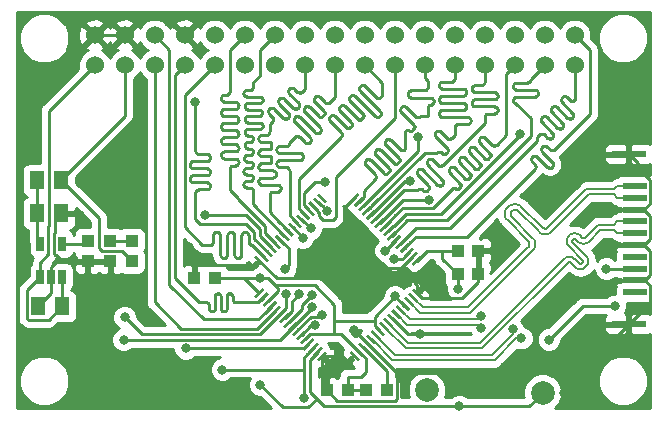
<source format=gtl>
G04 #@! TF.GenerationSoftware,KiCad,Pcbnew,(5.0.2)-1*
G04 #@! TF.CreationDate,2018-12-31T23:20:10+09:00*
G04 #@! TF.ProjectId,hdmi,68646d69-2e6b-4696-9361-645f70636258,rev?*
G04 #@! TF.SameCoordinates,Original*
G04 #@! TF.FileFunction,Copper,L1,Top*
G04 #@! TF.FilePolarity,Positive*
%FSLAX46Y46*%
G04 Gerber Fmt 4.6, Leading zero omitted, Abs format (unit mm)*
G04 Created by KiCad (PCBNEW (5.0.2)-1) date 2018/12/31 23:20:10*
%MOMM*%
%LPD*%
G01*
G04 APERTURE LIST*
G04 #@! TA.AperFunction,SMDPad,CuDef*
%ADD10R,2.000000X0.600000*%
G04 #@! TD*
G04 #@! TA.AperFunction,SMDPad,CuDef*
%ADD11R,3.000000X0.600000*%
G04 #@! TD*
G04 #@! TA.AperFunction,SMDPad,CuDef*
%ADD12R,1.297940X1.597660*%
G04 #@! TD*
G04 #@! TA.AperFunction,SMDPad,CuDef*
%ADD13R,1.079500X1.049020*%
G04 #@! TD*
G04 #@! TA.AperFunction,SMDPad,CuDef*
%ADD14R,1.049020X1.079500*%
G04 #@! TD*
G04 #@! TA.AperFunction,ComponentPad*
%ADD15C,1.524000*%
G04 #@! TD*
G04 #@! TA.AperFunction,SMDPad,CuDef*
%ADD16R,0.650000X1.200000*%
G04 #@! TD*
G04 #@! TA.AperFunction,SMDPad,CuDef*
%ADD17C,0.250000*%
G04 #@! TD*
G04 #@! TA.AperFunction,Conductor*
%ADD18C,0.150000*%
G04 #@! TD*
G04 #@! TA.AperFunction,ComponentPad*
%ADD19C,2.000000*%
G04 #@! TD*
G04 #@! TA.AperFunction,ViaPad*
%ADD20C,0.800000*%
G04 #@! TD*
G04 #@! TA.AperFunction,Conductor*
%ADD21C,0.250000*%
G04 #@! TD*
G04 #@! TA.AperFunction,Conductor*
%ADD22C,0.200000*%
G04 #@! TD*
G04 #@! TA.AperFunction,Conductor*
%ADD23C,0.254000*%
G04 #@! TD*
G04 APERTURE END LIST*
D10*
G04 #@! TO.P,J2,1*
G04 #@! TO.N,/D2+*
X148000000Y-110500000D03*
G04 #@! TO.P,J2,3*
G04 #@! TO.N,/D2-*
X148000000Y-111500000D03*
G04 #@! TO.P,J2,5*
G04 #@! TO.N,GND*
X148000000Y-112500000D03*
G04 #@! TO.P,J2,7*
G04 #@! TO.N,/D0+*
X148000000Y-113500000D03*
G04 #@! TO.P,J2,9*
G04 #@! TO.N,/D0-*
X148000000Y-114500000D03*
G04 #@! TO.P,J2,11*
G04 #@! TO.N,GND*
X148000000Y-115500000D03*
G04 #@! TO.P,J2,13*
G04 #@! TO.N,N/C*
X148000000Y-116500000D03*
G04 #@! TO.P,J2,15*
G04 #@! TO.N,/SCL*
X148000000Y-117500000D03*
G04 #@! TO.P,J2,17*
G04 #@! TO.N,GND*
X148000000Y-118500000D03*
G04 #@! TO.P,J2,19*
G04 #@! TO.N,N/C*
X148000000Y-119500000D03*
D11*
G04 #@! TO.P,J2,SH*
G04 #@! TO.N,GND*
X147500000Y-107800000D03*
X147500000Y-122200000D03*
G04 #@! TD*
D12*
G04 #@! TO.P,C1,2*
G04 #@! TO.N,GND*
X97503580Y-120700000D03*
G04 #@! TO.P,C1,1*
G04 #@! TO.N,/5V*
X99500020Y-120700000D03*
G04 #@! TD*
D13*
G04 #@! TO.P,C2,1*
G04 #@! TO.N,Net-(C2-Pad1)*
X101700000Y-115126240D03*
G04 #@! TO.P,C2,2*
G04 #@! TO.N,GND*
X101700000Y-116873760D03*
G04 #@! TD*
D12*
G04 #@! TO.P,C3,1*
G04 #@! TO.N,Net-(C3-Pad1)*
X97401780Y-112800000D03*
G04 #@! TO.P,C3,2*
G04 #@! TO.N,GND*
X99398220Y-112800000D03*
G04 #@! TD*
D14*
G04 #@! TO.P,C4,2*
G04 #@! TO.N,GND*
X110726240Y-118300000D03*
G04 #@! TO.P,C4,1*
G04 #@! TO.N,+3V3*
X112473760Y-118300000D03*
G04 #@! TD*
G04 #@! TO.P,C5,1*
G04 #@! TO.N,+3V3*
X123683760Y-127810000D03*
G04 #@! TO.P,C5,2*
G04 #@! TO.N,GND*
X121936240Y-127810000D03*
G04 #@! TD*
G04 #@! TO.P,C6,2*
G04 #@! TO.N,GND*
X134747760Y-118000000D03*
G04 #@! TO.P,C6,1*
G04 #@! TO.N,+3V3*
X133000240Y-118000000D03*
G04 #@! TD*
G04 #@! TO.P,C7,1*
G04 #@! TO.N,+3V3*
X133026240Y-116000000D03*
G04 #@! TO.P,C7,2*
G04 #@! TO.N,GND*
X134773760Y-116000000D03*
G04 #@! TD*
D15*
G04 #@! TO.P,J1,1*
G04 #@! TO.N,/5V*
X102280000Y-100270000D03*
G04 #@! TO.P,J1,2*
G04 #@! TO.N,GND*
X102280000Y-97730000D03*
G04 #@! TO.P,J1,3*
G04 #@! TO.N,+3V3*
X104820000Y-100270000D03*
G04 #@! TO.P,J1,4*
G04 #@! TO.N,GND*
X104820000Y-97730000D03*
G04 #@! TO.P,J1,5*
G04 #@! TO.N,/VSYNC*
X107360000Y-100270000D03*
G04 #@! TO.P,J1,6*
G04 #@! TO.N,/HSYNC*
X107360000Y-97730000D03*
G04 #@! TO.P,J1,7*
G04 #@! TO.N,/DE*
X109900000Y-100270000D03*
G04 #@! TO.P,J1,8*
G04 #@! TO.N,GND*
X109900000Y-97730000D03*
G04 #@! TO.P,J1,9*
G04 #@! TO.N,/DATA0*
X112440000Y-100270000D03*
G04 #@! TO.P,J1,10*
G04 #@! TO.N,/DATA1*
X112440000Y-97730000D03*
G04 #@! TO.P,J1,11*
G04 #@! TO.N,/DATA2*
X114980000Y-100270000D03*
G04 #@! TO.P,J1,12*
G04 #@! TO.N,/DATA3*
X114980000Y-97730000D03*
G04 #@! TO.P,J1,13*
G04 #@! TO.N,/DATA4*
X117520000Y-100270000D03*
G04 #@! TO.P,J1,14*
G04 #@! TO.N,/DATA5*
X117520000Y-97730000D03*
G04 #@! TO.P,J1,15*
G04 #@! TO.N,/IDCK+*
X120060000Y-100270000D03*
G04 #@! TO.P,J1,16*
G04 #@! TO.N,/IDCK-*
X120060000Y-97730000D03*
G04 #@! TO.P,J1,17*
G04 #@! TO.N,/DATA6*
X122600000Y-100270000D03*
G04 #@! TO.P,J1,18*
G04 #@! TO.N,/DATA7*
X122600000Y-97730000D03*
G04 #@! TO.P,J1,19*
G04 #@! TO.N,/DATA8*
X125140000Y-100270000D03*
G04 #@! TO.P,J1,20*
G04 #@! TO.N,/DATA9*
X125140000Y-97730000D03*
G04 #@! TO.P,J1,21*
G04 #@! TO.N,/DATA10*
X127680000Y-100270000D03*
G04 #@! TO.P,J1,22*
G04 #@! TO.N,/DATA11*
X127680000Y-97730000D03*
G04 #@! TO.P,J1,23*
G04 #@! TO.N,/DATA12*
X130220000Y-100270000D03*
G04 #@! TO.P,J1,24*
G04 #@! TO.N,/DATA13*
X130220000Y-97730000D03*
G04 #@! TO.P,J1,25*
G04 #@! TO.N,/DATA14*
X132760000Y-100270000D03*
G04 #@! TO.P,J1,26*
G04 #@! TO.N,/DATA15*
X132760000Y-97730000D03*
G04 #@! TO.P,J1,27*
G04 #@! TO.N,/DATA16*
X135300000Y-100270000D03*
G04 #@! TO.P,J1,28*
G04 #@! TO.N,/DATA17*
X135300000Y-97730000D03*
G04 #@! TO.P,J1,29*
G04 #@! TO.N,/DATA18*
X137840000Y-100270000D03*
G04 #@! TO.P,J1,30*
G04 #@! TO.N,/DATA19*
X137840000Y-97730000D03*
G04 #@! TO.P,J1,31*
G04 #@! TO.N,/DATA20*
X140380000Y-100270000D03*
G04 #@! TO.P,J1,32*
G04 #@! TO.N,/DATA21*
X140380000Y-97730000D03*
G04 #@! TO.P,J1,33*
G04 #@! TO.N,/DATA22*
X142920000Y-100270000D03*
G04 #@! TO.P,J1,34*
G04 #@! TO.N,/DATA23*
X142920000Y-97730000D03*
G04 #@! TD*
D12*
G04 #@! TO.P,L1,1*
G04 #@! TO.N,Net-(C3-Pad1)*
X97401780Y-110000000D03*
G04 #@! TO.P,L1,2*
G04 #@! TO.N,+3V3*
X99398220Y-110000000D03*
G04 #@! TD*
D14*
G04 #@! TO.P,R8,2*
G04 #@! TO.N,+3V3*
X125270240Y-127800000D03*
G04 #@! TO.P,R8,1*
G04 #@! TO.N,Net-(R8-Pad1)*
X127017760Y-127800000D03*
G04 #@! TD*
D16*
G04 #@! TO.P,U1,1*
G04 #@! TO.N,/5V*
X97650000Y-118200000D03*
G04 #@! TO.P,U1,2*
G04 #@! TO.N,GND*
X98600000Y-118200000D03*
G04 #@! TO.P,U1,3*
G04 #@! TO.N,/5V*
X99550000Y-118200000D03*
G04 #@! TO.P,U1,4*
G04 #@! TO.N,Net-(C2-Pad1)*
X99550000Y-115400000D03*
G04 #@! TO.P,U1,5*
G04 #@! TO.N,Net-(C3-Pad1)*
X97650000Y-115400000D03*
G04 #@! TD*
D17*
G04 #@! TO.P,U2,1*
G04 #@! TO.N,+3V3*
X116217841Y-119578858D03*
D18*
G04 #@! TD*
G04 #@! TO.N,+3V3*
G04 #@! TO.C,U2*
G36*
X115952676Y-120020800D02*
X115775899Y-119844023D01*
X116483006Y-119136916D01*
X116659783Y-119313693D01*
X115952676Y-120020800D01*
X115952676Y-120020800D01*
G37*
D17*
G04 #@! TO.P,U2,2*
G04 #@! TO.N,/DE*
X116571394Y-119932412D03*
D18*
G04 #@! TD*
G04 #@! TO.N,/DE*
G04 #@! TO.C,U2*
G36*
X116306229Y-120374354D02*
X116129452Y-120197577D01*
X116836559Y-119490470D01*
X117013336Y-119667247D01*
X116306229Y-120374354D01*
X116306229Y-120374354D01*
G37*
D17*
G04 #@! TO.P,U2,3*
G04 #@! TO.N,+3V3*
X116924948Y-120285965D03*
D18*
G04 #@! TD*
G04 #@! TO.N,+3V3*
G04 #@! TO.C,U2*
G36*
X116659783Y-120727907D02*
X116483006Y-120551130D01*
X117190113Y-119844023D01*
X117366890Y-120020800D01*
X116659783Y-120727907D01*
X116659783Y-120727907D01*
G37*
D17*
G04 #@! TO.P,U2,4*
G04 #@! TO.N,/HSYNC*
X117278501Y-120639518D03*
D18*
G04 #@! TD*
G04 #@! TO.N,/HSYNC*
G04 #@! TO.C,U2*
G36*
X117013336Y-121081460D02*
X116836559Y-120904683D01*
X117543666Y-120197576D01*
X117720443Y-120374353D01*
X117013336Y-121081460D01*
X117013336Y-121081460D01*
G37*
D17*
G04 #@! TO.P,U2,5*
G04 #@! TO.N,/VSYNC*
X117632054Y-120993072D03*
D18*
G04 #@! TD*
G04 #@! TO.N,/VSYNC*
G04 #@! TO.C,U2*
G36*
X117366889Y-121435014D02*
X117190112Y-121258237D01*
X117897219Y-120551130D01*
X118073996Y-120727907D01*
X117366889Y-121435014D01*
X117366889Y-121435014D01*
G37*
D17*
G04 #@! TO.P,U2,6*
G04 #@! TO.N,/CTL3*
X117985608Y-121346625D03*
D18*
G04 #@! TD*
G04 #@! TO.N,/CTL3*
G04 #@! TO.C,U2*
G36*
X117720443Y-121788567D02*
X117543666Y-121611790D01*
X118250773Y-120904683D01*
X118427550Y-121081460D01*
X117720443Y-121788567D01*
X117720443Y-121788567D01*
G37*
D17*
G04 #@! TO.P,U2,7*
G04 #@! TO.N,/CTL2*
X118339161Y-121700179D03*
D18*
G04 #@! TD*
G04 #@! TO.N,/CTL2*
G04 #@! TO.C,U2*
G36*
X118073996Y-122142121D02*
X117897219Y-121965344D01*
X118604326Y-121258237D01*
X118781103Y-121435014D01*
X118073996Y-122142121D01*
X118073996Y-122142121D01*
G37*
D17*
G04 #@! TO.P,U2,8*
G04 #@! TO.N,/CTL1*
X118692715Y-122053732D03*
D18*
G04 #@! TD*
G04 #@! TO.N,/CTL1*
G04 #@! TO.C,U2*
G36*
X118427550Y-122495674D02*
X118250773Y-122318897D01*
X118957880Y-121611790D01*
X119134657Y-121788567D01*
X118427550Y-122495674D01*
X118427550Y-122495674D01*
G37*
D17*
G04 #@! TO.P,U2,9*
G04 #@! TO.N,/EDGE*
X119046268Y-122407285D03*
D18*
G04 #@! TD*
G04 #@! TO.N,/EDGE*
G04 #@! TO.C,U2*
G36*
X118781103Y-122849227D02*
X118604326Y-122672450D01*
X119311433Y-121965343D01*
X119488210Y-122142120D01*
X118781103Y-122849227D01*
X118781103Y-122849227D01*
G37*
D17*
G04 #@! TO.P,U2,10*
G04 #@! TO.N,/PD*
X119399821Y-122760839D03*
D18*
G04 #@! TD*
G04 #@! TO.N,/PD*
G04 #@! TO.C,U2*
G36*
X119134656Y-123202781D02*
X118957879Y-123026004D01*
X119664986Y-122318897D01*
X119841763Y-122495674D01*
X119134656Y-123202781D01*
X119134656Y-123202781D01*
G37*
D17*
G04 #@! TO.P,U2,11*
G04 #@! TO.N,/MSEN*
X119753375Y-123114392D03*
D18*
G04 #@! TD*
G04 #@! TO.N,/MSEN*
G04 #@! TO.C,U2*
G36*
X119488210Y-123556334D02*
X119311433Y-123379557D01*
X120018540Y-122672450D01*
X120195317Y-122849227D01*
X119488210Y-123556334D01*
X119488210Y-123556334D01*
G37*
D17*
G04 #@! TO.P,U2,12*
G04 #@! TO.N,+3V3*
X120106928Y-123467946D03*
D18*
G04 #@! TD*
G04 #@! TO.N,+3V3*
G04 #@! TO.C,U2*
G36*
X119841763Y-123909888D02*
X119664986Y-123733111D01*
X120372093Y-123026004D01*
X120548870Y-123202781D01*
X119841763Y-123909888D01*
X119841763Y-123909888D01*
G37*
D17*
G04 #@! TO.P,U2,13*
G04 #@! TO.N,/ISEL*
X120460482Y-123821499D03*
D18*
G04 #@! TD*
G04 #@! TO.N,/ISEL*
G04 #@! TO.C,U2*
G36*
X120195317Y-124263441D02*
X120018540Y-124086664D01*
X120725647Y-123379557D01*
X120902424Y-123556334D01*
X120195317Y-124263441D01*
X120195317Y-124263441D01*
G37*
D17*
G04 #@! TO.P,U2,14*
G04 #@! TO.N,/DSEL*
X120814035Y-124175052D03*
D18*
G04 #@! TD*
G04 #@! TO.N,/DSEL*
G04 #@! TO.C,U2*
G36*
X120548870Y-124616994D02*
X120372093Y-124440217D01*
X121079200Y-123733110D01*
X121255977Y-123909887D01*
X120548870Y-124616994D01*
X120548870Y-124616994D01*
G37*
D17*
G04 #@! TO.P,U2,15*
G04 #@! TO.N,/BSEL*
X121167588Y-124528606D03*
D18*
G04 #@! TD*
G04 #@! TO.N,/BSEL*
G04 #@! TO.C,U2*
G36*
X120902423Y-124970548D02*
X120725646Y-124793771D01*
X121432753Y-124086664D01*
X121609530Y-124263441D01*
X120902423Y-124970548D01*
X120902423Y-124970548D01*
G37*
D17*
G04 #@! TO.P,U2,16*
G04 #@! TO.N,GND*
X121521142Y-124882159D03*
D18*
G04 #@! TD*
G04 #@! TO.N,GND*
G04 #@! TO.C,U2*
G36*
X121255977Y-125324101D02*
X121079200Y-125147324D01*
X121786307Y-124440217D01*
X121963084Y-124616994D01*
X121255977Y-125324101D01*
X121255977Y-125324101D01*
G37*
D17*
G04 #@! TO.P,U2,17*
G04 #@! TO.N,GND*
X124278858Y-124882159D03*
D18*
G04 #@! TD*
G04 #@! TO.N,GND*
G04 #@! TO.C,U2*
G36*
X124720800Y-125147324D02*
X124544023Y-125324101D01*
X123836916Y-124616994D01*
X124013693Y-124440217D01*
X124720800Y-125147324D01*
X124720800Y-125147324D01*
G37*
D17*
G04 #@! TO.P,U2,18*
G04 #@! TO.N,+3V3*
X124632412Y-124528606D03*
D18*
G04 #@! TD*
G04 #@! TO.N,+3V3*
G04 #@! TO.C,U2*
G36*
X125074354Y-124793771D02*
X124897577Y-124970548D01*
X124190470Y-124263441D01*
X124367247Y-124086664D01*
X125074354Y-124793771D01*
X125074354Y-124793771D01*
G37*
D17*
G04 #@! TO.P,U2,19*
G04 #@! TO.N,Net-(R8-Pad1)*
X124985965Y-124175052D03*
D18*
G04 #@! TD*
G04 #@! TO.N,Net-(R8-Pad1)*
G04 #@! TO.C,U2*
G36*
X125427907Y-124440217D02*
X125251130Y-124616994D01*
X124544023Y-123909887D01*
X124720800Y-123733110D01*
X125427907Y-124440217D01*
X125427907Y-124440217D01*
G37*
D17*
G04 #@! TO.P,U2,20*
G04 #@! TO.N,GND*
X125339518Y-123821499D03*
D18*
G04 #@! TD*
G04 #@! TO.N,GND*
G04 #@! TO.C,U2*
G36*
X125781460Y-124086664D02*
X125604683Y-124263441D01*
X124897576Y-123556334D01*
X125074353Y-123379557D01*
X125781460Y-124086664D01*
X125781460Y-124086664D01*
G37*
D17*
G04 #@! TO.P,U2,21*
G04 #@! TO.N,/CK-*
X125693072Y-123467946D03*
D18*
G04 #@! TD*
G04 #@! TO.N,/CK-*
G04 #@! TO.C,U2*
G36*
X126135014Y-123733111D02*
X125958237Y-123909888D01*
X125251130Y-123202781D01*
X125427907Y-123026004D01*
X126135014Y-123733111D01*
X126135014Y-123733111D01*
G37*
D17*
G04 #@! TO.P,U2,22*
G04 #@! TO.N,/CK+*
X126046625Y-123114392D03*
D18*
G04 #@! TD*
G04 #@! TO.N,/CK+*
G04 #@! TO.C,U2*
G36*
X126488567Y-123379557D02*
X126311790Y-123556334D01*
X125604683Y-122849227D01*
X125781460Y-122672450D01*
X126488567Y-123379557D01*
X126488567Y-123379557D01*
G37*
D17*
G04 #@! TO.P,U2,23*
G04 #@! TO.N,+3V3*
X126400179Y-122760839D03*
D18*
G04 #@! TD*
G04 #@! TO.N,+3V3*
G04 #@! TO.C,U2*
G36*
X126842121Y-123026004D02*
X126665344Y-123202781D01*
X125958237Y-122495674D01*
X126135014Y-122318897D01*
X126842121Y-123026004D01*
X126842121Y-123026004D01*
G37*
D17*
G04 #@! TO.P,U2,24*
G04 #@! TO.N,/D0-*
X126753732Y-122407285D03*
D18*
G04 #@! TD*
G04 #@! TO.N,/D0-*
G04 #@! TO.C,U2*
G36*
X127195674Y-122672450D02*
X127018897Y-122849227D01*
X126311790Y-122142120D01*
X126488567Y-121965343D01*
X127195674Y-122672450D01*
X127195674Y-122672450D01*
G37*
D17*
G04 #@! TO.P,U2,25*
G04 #@! TO.N,/D0+*
X127107285Y-122053732D03*
D18*
G04 #@! TD*
G04 #@! TO.N,/D0+*
G04 #@! TO.C,U2*
G36*
X127549227Y-122318897D02*
X127372450Y-122495674D01*
X126665343Y-121788567D01*
X126842120Y-121611790D01*
X127549227Y-122318897D01*
X127549227Y-122318897D01*
G37*
D17*
G04 #@! TO.P,U2,26*
G04 #@! TO.N,GND*
X127460839Y-121700179D03*
D18*
G04 #@! TD*
G04 #@! TO.N,GND*
G04 #@! TO.C,U2*
G36*
X127902781Y-121965344D02*
X127726004Y-122142121D01*
X127018897Y-121435014D01*
X127195674Y-121258237D01*
X127902781Y-121965344D01*
X127902781Y-121965344D01*
G37*
D17*
G04 #@! TO.P,U2,27*
G04 #@! TO.N,/D1-*
X127814392Y-121346625D03*
D18*
G04 #@! TD*
G04 #@! TO.N,/D1-*
G04 #@! TO.C,U2*
G36*
X128256334Y-121611790D02*
X128079557Y-121788567D01*
X127372450Y-121081460D01*
X127549227Y-120904683D01*
X128256334Y-121611790D01*
X128256334Y-121611790D01*
G37*
D17*
G04 #@! TO.P,U2,28*
G04 #@! TO.N,/D1+*
X128167946Y-120993072D03*
D18*
G04 #@! TD*
G04 #@! TO.N,/D1+*
G04 #@! TO.C,U2*
G36*
X128609888Y-121258237D02*
X128433111Y-121435014D01*
X127726004Y-120727907D01*
X127902781Y-120551130D01*
X128609888Y-121258237D01*
X128609888Y-121258237D01*
G37*
D17*
G04 #@! TO.P,U2,29*
G04 #@! TO.N,+3V3*
X128521499Y-120639518D03*
D18*
G04 #@! TD*
G04 #@! TO.N,+3V3*
G04 #@! TO.C,U2*
G36*
X128963441Y-120904683D02*
X128786664Y-121081460D01*
X128079557Y-120374353D01*
X128256334Y-120197576D01*
X128963441Y-120904683D01*
X128963441Y-120904683D01*
G37*
D17*
G04 #@! TO.P,U2,30*
G04 #@! TO.N,/D2-*
X128875052Y-120285965D03*
D18*
G04 #@! TD*
G04 #@! TO.N,/D2-*
G04 #@! TO.C,U2*
G36*
X129316994Y-120551130D02*
X129140217Y-120727907D01*
X128433110Y-120020800D01*
X128609887Y-119844023D01*
X129316994Y-120551130D01*
X129316994Y-120551130D01*
G37*
D17*
G04 #@! TO.P,U2,31*
G04 #@! TO.N,/D2+*
X129228606Y-119932412D03*
D18*
G04 #@! TD*
G04 #@! TO.N,/D2+*
G04 #@! TO.C,U2*
G36*
X129670548Y-120197577D02*
X129493771Y-120374354D01*
X128786664Y-119667247D01*
X128963441Y-119490470D01*
X129670548Y-120197577D01*
X129670548Y-120197577D01*
G37*
D17*
G04 #@! TO.P,U2,32*
G04 #@! TO.N,GND*
X129582159Y-119578858D03*
D18*
G04 #@! TD*
G04 #@! TO.N,GND*
G04 #@! TO.C,U2*
G36*
X130024101Y-119844023D02*
X129847324Y-120020800D01*
X129140217Y-119313693D01*
X129316994Y-119136916D01*
X130024101Y-119844023D01*
X130024101Y-119844023D01*
G37*
D17*
G04 #@! TO.P,U2,33*
G04 #@! TO.N,+3V3*
X129582159Y-116821142D03*
D18*
G04 #@! TD*
G04 #@! TO.N,+3V3*
G04 #@! TO.C,U2*
G36*
X129316994Y-117263084D02*
X129140217Y-117086307D01*
X129847324Y-116379200D01*
X130024101Y-116555977D01*
X129316994Y-117263084D01*
X129316994Y-117263084D01*
G37*
D17*
G04 #@! TO.P,U2,34*
G04 #@! TO.N,GND*
X129228606Y-116467588D03*
D18*
G04 #@! TD*
G04 #@! TO.N,GND*
G04 #@! TO.C,U2*
G36*
X128963441Y-116909530D02*
X128786664Y-116732753D01*
X129493771Y-116025646D01*
X129670548Y-116202423D01*
X128963441Y-116909530D01*
X128963441Y-116909530D01*
G37*
D17*
G04 #@! TO.P,U2,35*
G04 #@! TO.N,/DKEN*
X128875052Y-116114035D03*
D18*
G04 #@! TD*
G04 #@! TO.N,/DKEN*
G04 #@! TO.C,U2*
G36*
X128609887Y-116555977D02*
X128433110Y-116379200D01*
X129140217Y-115672093D01*
X129316994Y-115848870D01*
X128609887Y-116555977D01*
X128609887Y-116555977D01*
G37*
D17*
G04 #@! TO.P,U2,36*
G04 #@! TO.N,/DATA23*
X128521499Y-115760482D03*
D18*
G04 #@! TD*
G04 #@! TO.N,/DATA23*
G04 #@! TO.C,U2*
G36*
X128256334Y-116202424D02*
X128079557Y-116025647D01*
X128786664Y-115318540D01*
X128963441Y-115495317D01*
X128256334Y-116202424D01*
X128256334Y-116202424D01*
G37*
D17*
G04 #@! TO.P,U2,37*
G04 #@! TO.N,/DATA22*
X128167946Y-115406928D03*
D18*
G04 #@! TD*
G04 #@! TO.N,/DATA22*
G04 #@! TO.C,U2*
G36*
X127902781Y-115848870D02*
X127726004Y-115672093D01*
X128433111Y-114964986D01*
X128609888Y-115141763D01*
X127902781Y-115848870D01*
X127902781Y-115848870D01*
G37*
D17*
G04 #@! TO.P,U2,38*
G04 #@! TO.N,/DATA21*
X127814392Y-115053375D03*
D18*
G04 #@! TD*
G04 #@! TO.N,/DATA21*
G04 #@! TO.C,U2*
G36*
X127549227Y-115495317D02*
X127372450Y-115318540D01*
X128079557Y-114611433D01*
X128256334Y-114788210D01*
X127549227Y-115495317D01*
X127549227Y-115495317D01*
G37*
D17*
G04 #@! TO.P,U2,39*
G04 #@! TO.N,/DATA20*
X127460839Y-114699821D03*
D18*
G04 #@! TD*
G04 #@! TO.N,/DATA20*
G04 #@! TO.C,U2*
G36*
X127195674Y-115141763D02*
X127018897Y-114964986D01*
X127726004Y-114257879D01*
X127902781Y-114434656D01*
X127195674Y-115141763D01*
X127195674Y-115141763D01*
G37*
D17*
G04 #@! TO.P,U2,40*
G04 #@! TO.N,/DATA19*
X127107285Y-114346268D03*
D18*
G04 #@! TD*
G04 #@! TO.N,/DATA19*
G04 #@! TO.C,U2*
G36*
X126842120Y-114788210D02*
X126665343Y-114611433D01*
X127372450Y-113904326D01*
X127549227Y-114081103D01*
X126842120Y-114788210D01*
X126842120Y-114788210D01*
G37*
D17*
G04 #@! TO.P,U2,41*
G04 #@! TO.N,/DATA18*
X126753732Y-113992715D03*
D18*
G04 #@! TD*
G04 #@! TO.N,/DATA18*
G04 #@! TO.C,U2*
G36*
X126488567Y-114434657D02*
X126311790Y-114257880D01*
X127018897Y-113550773D01*
X127195674Y-113727550D01*
X126488567Y-114434657D01*
X126488567Y-114434657D01*
G37*
D17*
G04 #@! TO.P,U2,42*
G04 #@! TO.N,/DATA17*
X126400179Y-113639161D03*
D18*
G04 #@! TD*
G04 #@! TO.N,/DATA17*
G04 #@! TO.C,U2*
G36*
X126135014Y-114081103D02*
X125958237Y-113904326D01*
X126665344Y-113197219D01*
X126842121Y-113373996D01*
X126135014Y-114081103D01*
X126135014Y-114081103D01*
G37*
D17*
G04 #@! TO.P,U2,43*
G04 #@! TO.N,/DATA16*
X126046625Y-113285608D03*
D18*
G04 #@! TD*
G04 #@! TO.N,/DATA16*
G04 #@! TO.C,U2*
G36*
X125781460Y-113727550D02*
X125604683Y-113550773D01*
X126311790Y-112843666D01*
X126488567Y-113020443D01*
X125781460Y-113727550D01*
X125781460Y-113727550D01*
G37*
D17*
G04 #@! TO.P,U2,44*
G04 #@! TO.N,/DATA15*
X125693072Y-112932054D03*
D18*
G04 #@! TD*
G04 #@! TO.N,/DATA15*
G04 #@! TO.C,U2*
G36*
X125427907Y-113373996D02*
X125251130Y-113197219D01*
X125958237Y-112490112D01*
X126135014Y-112666889D01*
X125427907Y-113373996D01*
X125427907Y-113373996D01*
G37*
D17*
G04 #@! TO.P,U2,45*
G04 #@! TO.N,/DATA14*
X125339518Y-112578501D03*
D18*
G04 #@! TD*
G04 #@! TO.N,/DATA14*
G04 #@! TO.C,U2*
G36*
X125074353Y-113020443D02*
X124897576Y-112843666D01*
X125604683Y-112136559D01*
X125781460Y-112313336D01*
X125074353Y-113020443D01*
X125074353Y-113020443D01*
G37*
D17*
G04 #@! TO.P,U2,46*
G04 #@! TO.N,/DATA13*
X124985965Y-112224948D03*
D18*
G04 #@! TD*
G04 #@! TO.N,/DATA13*
G04 #@! TO.C,U2*
G36*
X124720800Y-112666890D02*
X124544023Y-112490113D01*
X125251130Y-111783006D01*
X125427907Y-111959783D01*
X124720800Y-112666890D01*
X124720800Y-112666890D01*
G37*
D17*
G04 #@! TO.P,U2,47*
G04 #@! TO.N,/DATA12*
X124632412Y-111871394D03*
D18*
G04 #@! TD*
G04 #@! TO.N,/DATA12*
G04 #@! TO.C,U2*
G36*
X124367247Y-112313336D02*
X124190470Y-112136559D01*
X124897577Y-111429452D01*
X125074354Y-111606229D01*
X124367247Y-112313336D01*
X124367247Y-112313336D01*
G37*
D17*
G04 #@! TO.P,U2,48*
G04 #@! TO.N,GND*
X124278858Y-111517841D03*
D18*
G04 #@! TD*
G04 #@! TO.N,GND*
G04 #@! TO.C,U2*
G36*
X124013693Y-111959783D02*
X123836916Y-111783006D01*
X124544023Y-111075899D01*
X124720800Y-111252676D01*
X124013693Y-111959783D01*
X124013693Y-111959783D01*
G37*
D17*
G04 #@! TO.P,U2,49*
G04 #@! TO.N,N/C*
X121521142Y-111517841D03*
D18*
G04 #@! TD*
G04 #@! TO.N,N/C*
G04 #@! TO.C,U2*
G36*
X121963084Y-111783006D02*
X121786307Y-111959783D01*
X121079200Y-111252676D01*
X121255977Y-111075899D01*
X121963084Y-111783006D01*
X121963084Y-111783006D01*
G37*
D17*
G04 #@! TO.P,U2,50*
G04 #@! TO.N,/DATA11*
X121167588Y-111871394D03*
D18*
G04 #@! TD*
G04 #@! TO.N,/DATA11*
G04 #@! TO.C,U2*
G36*
X121609530Y-112136559D02*
X121432753Y-112313336D01*
X120725646Y-111606229D01*
X120902423Y-111429452D01*
X121609530Y-112136559D01*
X121609530Y-112136559D01*
G37*
D17*
G04 #@! TO.P,U2,51*
G04 #@! TO.N,/DATA10*
X120814035Y-112224948D03*
D18*
G04 #@! TD*
G04 #@! TO.N,/DATA10*
G04 #@! TO.C,U2*
G36*
X121255977Y-112490113D02*
X121079200Y-112666890D01*
X120372093Y-111959783D01*
X120548870Y-111783006D01*
X121255977Y-112490113D01*
X121255977Y-112490113D01*
G37*
D17*
G04 #@! TO.P,U2,52*
G04 #@! TO.N,/DATA9*
X120460482Y-112578501D03*
D18*
G04 #@! TD*
G04 #@! TO.N,/DATA9*
G04 #@! TO.C,U2*
G36*
X120902424Y-112843666D02*
X120725647Y-113020443D01*
X120018540Y-112313336D01*
X120195317Y-112136559D01*
X120902424Y-112843666D01*
X120902424Y-112843666D01*
G37*
D17*
G04 #@! TO.P,U2,53*
G04 #@! TO.N,/DATA8*
X120106928Y-112932054D03*
D18*
G04 #@! TD*
G04 #@! TO.N,/DATA8*
G04 #@! TO.C,U2*
G36*
X120548870Y-113197219D02*
X120372093Y-113373996D01*
X119664986Y-112666889D01*
X119841763Y-112490112D01*
X120548870Y-113197219D01*
X120548870Y-113197219D01*
G37*
D17*
G04 #@! TO.P,U2,54*
G04 #@! TO.N,/DATA7*
X119753375Y-113285608D03*
D18*
G04 #@! TD*
G04 #@! TO.N,/DATA7*
G04 #@! TO.C,U2*
G36*
X120195317Y-113550773D02*
X120018540Y-113727550D01*
X119311433Y-113020443D01*
X119488210Y-112843666D01*
X120195317Y-113550773D01*
X120195317Y-113550773D01*
G37*
D17*
G04 #@! TO.P,U2,55*
G04 #@! TO.N,/DATA6*
X119399821Y-113639161D03*
D18*
G04 #@! TD*
G04 #@! TO.N,/DATA6*
G04 #@! TO.C,U2*
G36*
X119841763Y-113904326D02*
X119664986Y-114081103D01*
X118957879Y-113373996D01*
X119134656Y-113197219D01*
X119841763Y-113904326D01*
X119841763Y-113904326D01*
G37*
D17*
G04 #@! TO.P,U2,56*
G04 #@! TO.N,/IDCK-*
X119046268Y-113992715D03*
D18*
G04 #@! TD*
G04 #@! TO.N,/IDCK-*
G04 #@! TO.C,U2*
G36*
X119488210Y-114257880D02*
X119311433Y-114434657D01*
X118604326Y-113727550D01*
X118781103Y-113550773D01*
X119488210Y-114257880D01*
X119488210Y-114257880D01*
G37*
D17*
G04 #@! TO.P,U2,57*
G04 #@! TO.N,/IDCK+*
X118692715Y-114346268D03*
D18*
G04 #@! TD*
G04 #@! TO.N,/IDCK+*
G04 #@! TO.C,U2*
G36*
X119134657Y-114611433D02*
X118957880Y-114788210D01*
X118250773Y-114081103D01*
X118427550Y-113904326D01*
X119134657Y-114611433D01*
X119134657Y-114611433D01*
G37*
D17*
G04 #@! TO.P,U2,58*
G04 #@! TO.N,/DATA5*
X118339161Y-114699821D03*
D18*
G04 #@! TD*
G04 #@! TO.N,/DATA5*
G04 #@! TO.C,U2*
G36*
X118781103Y-114964986D02*
X118604326Y-115141763D01*
X117897219Y-114434656D01*
X118073996Y-114257879D01*
X118781103Y-114964986D01*
X118781103Y-114964986D01*
G37*
D17*
G04 #@! TO.P,U2,59*
G04 #@! TO.N,/DATA4*
X117985608Y-115053375D03*
D18*
G04 #@! TD*
G04 #@! TO.N,/DATA4*
G04 #@! TO.C,U2*
G36*
X118427550Y-115318540D02*
X118250773Y-115495317D01*
X117543666Y-114788210D01*
X117720443Y-114611433D01*
X118427550Y-115318540D01*
X118427550Y-115318540D01*
G37*
D17*
G04 #@! TO.P,U2,60*
G04 #@! TO.N,/DATA3*
X117632054Y-115406928D03*
D18*
G04 #@! TD*
G04 #@! TO.N,/DATA3*
G04 #@! TO.C,U2*
G36*
X118073996Y-115672093D02*
X117897219Y-115848870D01*
X117190112Y-115141763D01*
X117366889Y-114964986D01*
X118073996Y-115672093D01*
X118073996Y-115672093D01*
G37*
D17*
G04 #@! TO.P,U2,61*
G04 #@! TO.N,/DATA2*
X117278501Y-115760482D03*
D18*
G04 #@! TD*
G04 #@! TO.N,/DATA2*
G04 #@! TO.C,U2*
G36*
X117720443Y-116025647D02*
X117543666Y-116202424D01*
X116836559Y-115495317D01*
X117013336Y-115318540D01*
X117720443Y-116025647D01*
X117720443Y-116025647D01*
G37*
D17*
G04 #@! TO.P,U2,62*
G04 #@! TO.N,/DATA1*
X116924948Y-116114035D03*
D18*
G04 #@! TD*
G04 #@! TO.N,/DATA1*
G04 #@! TO.C,U2*
G36*
X117366890Y-116379200D02*
X117190113Y-116555977D01*
X116483006Y-115848870D01*
X116659783Y-115672093D01*
X117366890Y-116379200D01*
X117366890Y-116379200D01*
G37*
D17*
G04 #@! TO.P,U2,63*
G04 #@! TO.N,/DATA0*
X116571394Y-116467588D03*
D18*
G04 #@! TD*
G04 #@! TO.N,/DATA0*
G04 #@! TO.C,U2*
G36*
X117013336Y-116732753D02*
X116836559Y-116909530D01*
X116129452Y-116202423D01*
X116306229Y-116025646D01*
X117013336Y-116732753D01*
X117013336Y-116732753D01*
G37*
D17*
G04 #@! TO.P,U2,64*
G04 #@! TO.N,GND*
X116217841Y-116821142D03*
D18*
G04 #@! TD*
G04 #@! TO.N,GND*
G04 #@! TO.C,U2*
G36*
X116659783Y-117086307D02*
X116483006Y-117263084D01*
X115775899Y-116555977D01*
X115952676Y-116379200D01*
X116659783Y-117086307D01*
X116659783Y-117086307D01*
G37*
D13*
G04 #@! TO.P,R9,1*
G04 #@! TO.N,GND*
X103600000Y-116899760D03*
G04 #@! TO.P,R9,2*
G04 #@! TO.N,Net-(D1-PadK)*
X103600000Y-115152240D03*
G04 #@! TD*
G04 #@! TO.P,D1,A*
G04 #@! TO.N,+3V3*
X105400000Y-116873760D03*
G04 #@! TO.P,D1,K*
G04 #@! TO.N,Net-(D1-PadK)*
X105400000Y-115126240D03*
G04 #@! TD*
D19*
G04 #@! TO.P,TP1,1*
G04 #@! TO.N,/DSEL*
X130400000Y-127800000D03*
G04 #@! TD*
G04 #@! TO.P,TP2,1*
G04 #@! TO.N,/BSEL*
X140200000Y-128000000D03*
G04 #@! TD*
D20*
G04 #@! TO.N,GND*
X148267900Y-108956000D03*
X100517700Y-116740600D03*
X110221000Y-115654900D03*
X129840000Y-123020000D03*
X124230000Y-122700000D03*
X142000000Y-128000000D03*
X131000000Y-118000000D03*
X124000000Y-116000000D03*
X140000000Y-111000000D03*
X137000000Y-115000000D03*
X106000000Y-110000000D03*
X101000000Y-113000000D03*
X103000000Y-110000000D03*
X97000000Y-104000000D03*
X101000000Y-124000000D03*
X97000000Y-123000000D03*
X113000000Y-128000000D03*
X123000000Y-125000000D03*
G04 #@! TO.N,+3V3*
X116261800Y-118300000D03*
X133080000Y-119230000D03*
X127710000Y-119850000D03*
G04 #@! TO.N,/DATA1*
X110800000Y-103400000D03*
G04 #@! TO.N,/DATA2*
X111600000Y-112975000D03*
G04 #@! TO.N,/DATA4*
X118380000Y-117550000D03*
G04 #@! TO.N,/IDCK-*
X119920000Y-114870000D03*
G04 #@! TO.N,/DATA7*
X120560000Y-114090000D03*
G04 #@! TO.N,/DATA9*
X121746000Y-110202000D03*
G04 #@! TO.N,/DATA11*
X121977216Y-112635977D03*
G04 #@! TO.N,/DATA13*
X129640000Y-106390000D03*
G04 #@! TO.N,/DATA15*
X128990000Y-110050000D03*
G04 #@! TO.N,/DATA17*
X130580000Y-111675000D03*
G04 #@! TO.N,/DATA19*
X138300000Y-106100000D03*
G04 #@! TO.N,/DATA21*
X126880000Y-115990000D03*
G04 #@! TO.N,/SCL*
X145600800Y-117500000D03*
G04 #@! TO.N,/D1+*
X135025000Y-121500000D03*
G04 #@! TO.N,/D1-*
X135025000Y-122550000D03*
G04 #@! TO.N,/CK+*
X137654000Y-122654000D03*
G04 #@! TO.N,/CK-*
X138397000Y-123397000D03*
G04 #@! TO.N,/SDA*
X146340300Y-120652800D03*
X140725400Y-123507100D03*
G04 #@! TO.N,/EDGE*
X104718800Y-123521200D03*
X120690000Y-120760000D03*
G04 #@! TO.N,/PD*
X121510000Y-121420000D03*
G04 #@! TO.N,/ISEL*
X109974100Y-124252400D03*
G04 #@! TO.N,/DSEL*
X120004800Y-128498700D03*
X113071100Y-126045400D03*
G04 #@! TO.N,/BSEL*
X116300100Y-127324900D03*
X133141100Y-129155100D03*
G04 #@! TO.N,/DKEN*
X127620000Y-116730000D03*
G04 #@! TO.N,/MSEN*
X120930000Y-122310000D03*
G04 #@! TO.N,/CTL1*
X120690000Y-119710000D03*
G04 #@! TO.N,/CTL2*
X119580000Y-119670000D03*
G04 #@! TO.N,/CTL3*
X104811100Y-121629000D03*
X118490000Y-119680000D03*
G04 #@! TD*
D21*
G04 #@! TO.N,GND*
X127873700Y-126355700D02*
X127873700Y-128509600D01*
X127873700Y-128509600D02*
X127705800Y-128677500D01*
X127705800Y-128677500D02*
X122803700Y-128677500D01*
X122803700Y-128677500D02*
X121936200Y-127810000D01*
X125339500Y-123821500D02*
X127873700Y-126355700D01*
X147500000Y-122200000D02*
X143344300Y-126355700D01*
X143344300Y-126355700D02*
X127873700Y-126355700D01*
X148832000Y-118500000D02*
X149325400Y-118993400D01*
X149325400Y-118993400D02*
X149325400Y-120374600D01*
X149325400Y-120374600D02*
X147500000Y-122200000D01*
X148267900Y-108956000D02*
X148267900Y-108567900D01*
X148267900Y-108567900D02*
X147500000Y-107800000D01*
X148267900Y-108956000D02*
X149325400Y-110013500D01*
X149325400Y-110013500D02*
X149325400Y-111934700D01*
X149325400Y-111934700D02*
X148760100Y-112500000D01*
X100517700Y-116740600D02*
X101566800Y-116740600D01*
X101566800Y-116740600D02*
X101700000Y-116873800D01*
X116205900Y-116833100D02*
X116217800Y-116821200D01*
X110823000Y-117297000D02*
X110920000Y-117200000D01*
X110920000Y-117200000D02*
X115839000Y-117200000D01*
X115839000Y-117200000D02*
X116205900Y-116833100D01*
X126990000Y-117490000D02*
X126156900Y-118323100D01*
X126156900Y-118323100D02*
X117695900Y-118323100D01*
X117695900Y-118323100D02*
X116205900Y-116833100D01*
X126990000Y-117490000D02*
X128206000Y-117490000D01*
X124278900Y-111518000D02*
X124262000Y-111518000D01*
X124262000Y-111518000D02*
X123380000Y-112400000D01*
X123380000Y-112400000D02*
X123380000Y-113880000D01*
X123380000Y-113880000D02*
X126990000Y-117490000D01*
X110823000Y-117297000D02*
X110823000Y-116256900D01*
X110823000Y-116256900D02*
X110221000Y-115654900D01*
X110726000Y-117847000D02*
X110726000Y-117394000D01*
X110726000Y-117394000D02*
X110823000Y-117297000D01*
X134747800Y-118000000D02*
X134747800Y-118623600D01*
X134747800Y-118623600D02*
X133365400Y-120006000D01*
X133365400Y-120006000D02*
X130009300Y-120006000D01*
X130009300Y-120006000D02*
X129582200Y-119578900D01*
X134773800Y-116000000D02*
X134773800Y-117974000D01*
X134773800Y-117974000D02*
X134747800Y-118000000D01*
X148760100Y-112500000D02*
X148000000Y-112500000D01*
X148760100Y-112500000D02*
X149325400Y-113065300D01*
X149325400Y-113065300D02*
X149325400Y-115003000D01*
X149325400Y-115003000D02*
X148828400Y-115500000D01*
X148828400Y-115500000D02*
X149325400Y-115997000D01*
X149325400Y-115997000D02*
X149325400Y-118006600D01*
X149325400Y-118006600D02*
X148832000Y-118500000D01*
X148000000Y-115500000D02*
X148828400Y-115500000D01*
X148832000Y-118500000D02*
X148000000Y-118500000D01*
X99491100Y-116873800D02*
X101700000Y-116873800D01*
X97503600Y-120700000D02*
X98600000Y-119603600D01*
X98600000Y-119603600D02*
X98600000Y-118200000D01*
X121728500Y-127602500D02*
X121728700Y-127602500D01*
X121728700Y-127602500D02*
X121936200Y-127810000D01*
X129582000Y-119222500D02*
X129582000Y-118866000D01*
X129582000Y-118866000D02*
X128206000Y-117490000D01*
X125340000Y-123821000D02*
X125340000Y-123810000D01*
X125340000Y-123810000D02*
X124230000Y-122700000D01*
X103600000Y-116899800D02*
X101726000Y-116899800D01*
X101726000Y-116899800D02*
X101700000Y-116873800D01*
X104820000Y-97730000D02*
X102280000Y-97730000D01*
X121728500Y-127602500D02*
X121936000Y-127810000D01*
X121521000Y-126138500D02*
X121521000Y-127395000D01*
X121521000Y-127395000D02*
X121728500Y-127602500D01*
X124278900Y-124882000D02*
X124168000Y-124882000D01*
X124168000Y-124882000D02*
X123790000Y-125260000D01*
X123790000Y-125260000D02*
X122000000Y-125260000D01*
X122000000Y-125260000D02*
X121622000Y-124882000D01*
X121622000Y-124882000D02*
X121521000Y-124882000D01*
X121521000Y-124882000D02*
X121521000Y-126138500D01*
X124279000Y-124882000D02*
X124278900Y-124882000D01*
X124278900Y-124882200D02*
X124278900Y-124882000D01*
X125339500Y-123821500D02*
X125340000Y-123821000D01*
X129228600Y-116467600D02*
X129229000Y-116468000D01*
X124279000Y-111518000D02*
X124278900Y-111518000D01*
X124278900Y-111517800D02*
X124278900Y-111518000D01*
X110726000Y-117847000D02*
X110726200Y-117847200D01*
X110726200Y-117847200D02*
X110726200Y-118300000D01*
X110726000Y-118300000D02*
X110726000Y-117847000D01*
X129582000Y-119222500D02*
X129582200Y-119222700D01*
X129582200Y-119222700D02*
X129582200Y-119578900D01*
X129582000Y-119579000D02*
X129582000Y-119222500D01*
X116217800Y-116821200D02*
X116217800Y-116821100D01*
X116217800Y-116821200D02*
X116218000Y-116821000D01*
X121521000Y-126138500D02*
X121521000Y-124882300D01*
X121521000Y-124882300D02*
X121521100Y-124882200D01*
X127461000Y-121700000D02*
X127460800Y-121700200D01*
X127461000Y-121700000D02*
X127490000Y-121700000D01*
X127490000Y-121700000D02*
X128810000Y-123020000D01*
X128810000Y-123020000D02*
X129840000Y-123020000D01*
X128206000Y-117490000D02*
X129229000Y-116468000D01*
X99056200Y-116873800D02*
X99491100Y-116873800D01*
X98600000Y-118200000D02*
X98600000Y-117330000D01*
X98600000Y-117330000D02*
X99056200Y-116873800D01*
X98921799Y-116379001D02*
X98996301Y-116379001D01*
X98996301Y-116379001D02*
X99491100Y-116873800D01*
X99398200Y-112800000D02*
X98891513Y-113306687D01*
X98891513Y-113306687D02*
X98891513Y-114451285D01*
X98845999Y-114496799D02*
X98845999Y-116303201D01*
X98845999Y-116303201D02*
X98921799Y-116379001D01*
X98891513Y-114451285D02*
X98845999Y-114496799D01*
X147500000Y-122200000D02*
X147500000Y-123500000D01*
X146000000Y-124000000D02*
X142000000Y-128000000D01*
X147000000Y-124000000D02*
X146000000Y-124000000D01*
X147500000Y-123500000D02*
X147000000Y-124000000D01*
X123380000Y-113880000D02*
X123380000Y-115380000D01*
X126000000Y-118000000D02*
X131000000Y-118000000D01*
X124000000Y-116000000D02*
X126000000Y-118000000D01*
X123380000Y-115380000D02*
X124000000Y-116000000D01*
X134773760Y-116000000D02*
X136000000Y-116000000D01*
X136000000Y-116000000D02*
X137000000Y-115000000D01*
X99398220Y-112800000D02*
X100800000Y-112800000D01*
X103000000Y-110000000D02*
X106000000Y-110000000D01*
X100800000Y-112800000D02*
X101000000Y-113000000D01*
X101000000Y-124000000D02*
X98000000Y-124000000D01*
X98000000Y-124000000D02*
X97000000Y-123000000D01*
X121521142Y-124882159D02*
X122882159Y-124882159D01*
X122882159Y-124882159D02*
X123000000Y-125000000D01*
G04 #@! TO.N,/5V*
X99500000Y-120700000D02*
X98375800Y-121824200D01*
X98375800Y-121824200D02*
X96644600Y-121824200D01*
X96644600Y-121824200D02*
X96529200Y-121708800D01*
X96529200Y-121708800D02*
X96529200Y-119320800D01*
X96529200Y-119320800D02*
X97650000Y-118200000D01*
X99550000Y-118200000D02*
X99550000Y-120650000D01*
X99550000Y-120650000D02*
X99500000Y-120700000D01*
X101518001Y-101031999D02*
X102280000Y-100270000D01*
X98354001Y-116303201D02*
X98354001Y-114496799D01*
X98375751Y-113186038D02*
X98395988Y-113165801D01*
X98309989Y-113924593D02*
X98375751Y-113858831D01*
X98375751Y-113858831D02*
X98375751Y-113186038D01*
X98395988Y-104154012D02*
X101518001Y-101031999D01*
X98309989Y-114452787D02*
X98309989Y-113924593D01*
X97650000Y-117007202D02*
X98354001Y-116303201D01*
X98395988Y-113165801D02*
X98395988Y-104154012D01*
X98354001Y-114496799D02*
X98309989Y-114452787D01*
X97650000Y-118200000D02*
X97650000Y-117007202D01*
G04 #@! TO.N,Net-(C2-Pad1)*
X99550000Y-115400000D02*
X101426200Y-115400000D01*
X101426200Y-115400000D02*
X101700000Y-115126200D01*
G04 #@! TO.N,Net-(C3-Pad1)*
X97401800Y-110000000D02*
X97401800Y-112800000D01*
X97650000Y-115400000D02*
X97401800Y-115151800D01*
X97401800Y-115151800D02*
X97401800Y-112800000D01*
G04 #@! TO.N,+3V3*
X116261800Y-118300000D02*
X114939000Y-118300000D01*
X117654600Y-118984600D02*
X116970000Y-118300000D01*
X116970000Y-118300000D02*
X116261800Y-118300000D01*
X122567300Y-121960100D02*
X122567300Y-120545500D01*
X122567300Y-120545500D02*
X120917700Y-118895900D01*
X120917700Y-118895900D02*
X117743300Y-118895900D01*
X117743300Y-118895900D02*
X117654600Y-118984600D01*
X122567300Y-123040000D02*
X122567300Y-121960100D01*
X125976000Y-121960100D02*
X122567300Y-121960100D01*
X125976000Y-121960100D02*
X125976000Y-121584000D01*
X125976000Y-121584000D02*
X127710000Y-119850000D01*
X126400000Y-122761000D02*
X125976000Y-122337000D01*
X125976000Y-122337000D02*
X125976000Y-121960100D01*
X104820000Y-100270000D02*
X104820000Y-104578200D01*
X104820000Y-104578200D02*
X99398200Y-110000000D01*
X116925000Y-120286000D02*
X116934000Y-120286000D01*
X116934000Y-120286000D02*
X117800000Y-119420000D01*
X117800000Y-119420000D02*
X117800000Y-119130000D01*
X117800000Y-119130000D02*
X117654600Y-118984600D01*
X122567300Y-123040000D02*
X123144000Y-123040000D01*
X123144000Y-123040000D02*
X124632000Y-124529000D01*
X124632000Y-124529000D02*
X124632400Y-124529000D01*
X120107000Y-123460500D02*
X120107000Y-123453000D01*
X120107000Y-123453000D02*
X120520000Y-123040000D01*
X120520000Y-123040000D02*
X122567300Y-123040000D01*
X125265000Y-127805000D02*
X125265200Y-127805000D01*
X125265200Y-127805000D02*
X125270200Y-127800000D01*
X125265000Y-127805000D02*
X125270000Y-127800000D01*
X123684000Y-127243000D02*
X123684000Y-127810000D01*
X123684000Y-127810000D02*
X125260000Y-127810000D01*
X125260000Y-127810000D02*
X125265000Y-127805000D01*
X131713000Y-116000000D02*
X131713000Y-116712800D01*
X131713000Y-116712800D02*
X133000200Y-118000000D01*
X131713000Y-116000000D02*
X133026000Y-116000000D01*
X129582000Y-116821000D02*
X129582000Y-116818000D01*
X129582000Y-116818000D02*
X130400000Y-116000000D01*
X130400000Y-116000000D02*
X131713000Y-116000000D01*
X105400000Y-116873800D02*
X104576100Y-116049900D01*
X104576100Y-116049900D02*
X102914500Y-116049900D01*
X102914500Y-116049900D02*
X102650000Y-115785400D01*
X102650000Y-115785400D02*
X102650000Y-113251800D01*
X102650000Y-113251800D02*
X99398200Y-110000000D01*
X112474000Y-118300000D02*
X112473800Y-118300000D01*
X112474000Y-118300000D02*
X114939000Y-118300000D01*
X116217800Y-119578800D02*
X116217800Y-119578900D01*
X116217800Y-119578800D02*
X116218000Y-119579000D01*
X114939000Y-118300000D02*
X116217800Y-119578800D01*
X123684000Y-127243000D02*
X123683800Y-127243200D01*
X123683800Y-127243200D02*
X123683800Y-127810000D01*
X124632400Y-124529000D02*
X124679000Y-124529000D01*
X124679000Y-124529000D02*
X125220000Y-125070000D01*
X125220000Y-125070000D02*
X125220000Y-126274000D01*
X125220000Y-126274000D02*
X124854000Y-126640000D01*
X124854000Y-126640000D02*
X123720000Y-126640000D01*
X123720000Y-126640000D02*
X123684000Y-126676000D01*
X123684000Y-126676000D02*
X123684000Y-127243000D01*
X124632400Y-124528600D02*
X124632400Y-124529000D01*
X126400200Y-122760800D02*
X126400000Y-122761000D01*
X128521500Y-120639500D02*
X128521000Y-120640000D01*
X129582200Y-116821100D02*
X129582000Y-116821100D01*
X129582000Y-116821100D02*
X129582000Y-116821000D01*
X133026000Y-116000000D02*
X133026200Y-116000000D01*
X116925000Y-120286000D02*
X116924900Y-120286000D01*
X120107000Y-123460500D02*
X120106900Y-123460600D01*
X120106900Y-123460600D02*
X120106900Y-123467900D01*
X120107000Y-123468000D02*
X120107000Y-123460500D01*
X133000000Y-118575000D02*
X133000200Y-118574800D01*
X133000200Y-118574800D02*
X133000200Y-118000000D01*
X133000000Y-118575000D02*
X133000000Y-119150000D01*
X133000000Y-119150000D02*
X133080000Y-119230000D01*
X133000000Y-118000000D02*
X133000000Y-118575000D01*
X128521000Y-120640000D02*
X128500000Y-120640000D01*
X128500000Y-120640000D02*
X127710000Y-119850000D01*
G04 #@! TO.N,/VSYNC*
X116616500Y-122008500D02*
X116616700Y-122008500D01*
X116616700Y-122008500D02*
X117632100Y-120993100D01*
X116616500Y-122008500D02*
X117208000Y-121417000D01*
X107360000Y-100270000D02*
X107360000Y-120360000D01*
X107360000Y-120360000D02*
X109600000Y-122600000D01*
X109600000Y-122600000D02*
X116025000Y-122600000D01*
X116025000Y-122600000D02*
X116616500Y-122008500D01*
G04 #@! TO.N,/HSYNC*
X116698500Y-121220000D02*
X117278500Y-120640000D01*
X117278500Y-120640000D02*
X117278500Y-120639500D01*
X116698500Y-121220000D02*
X117279000Y-120640000D01*
X107360000Y-97730000D02*
X108600000Y-98970000D01*
X108600000Y-98970000D02*
X108600000Y-118900000D01*
X108600000Y-118900000D02*
X111500000Y-121800000D01*
X111500000Y-121800000D02*
X116118000Y-121800000D01*
X116118000Y-121800000D02*
X116698500Y-121220000D01*
G04 #@! TO.N,/DE*
X116359000Y-120144500D02*
X116359300Y-120144500D01*
X116359300Y-120144500D02*
X116571400Y-119932400D01*
X116359000Y-120144500D02*
X116147000Y-120357000D01*
X116147000Y-120357000D02*
X114200000Y-120357000D01*
X114200000Y-120357000D02*
X114144000Y-120350000D01*
X114144000Y-120350000D02*
X114092000Y-120332000D01*
X114092000Y-120332000D02*
X114044000Y-120302000D01*
X114044000Y-120302000D02*
X114005000Y-120263000D01*
X114005000Y-120263000D02*
X113975000Y-120215000D01*
X113975000Y-120215000D02*
X113956000Y-120162000D01*
X113956000Y-120162000D02*
X113950000Y-120107000D01*
X113950000Y-120107000D02*
X113950000Y-119836000D01*
X113950000Y-119836000D02*
X113944000Y-119780000D01*
X113944000Y-119780000D02*
X113925000Y-119727000D01*
X113925000Y-119727000D02*
X113895000Y-119680000D01*
X113895000Y-119680000D02*
X113856000Y-119640000D01*
X113856000Y-119640000D02*
X113808000Y-119611000D01*
X113808000Y-119611000D02*
X113756000Y-119592000D01*
X113756000Y-119592000D02*
X113700000Y-119586000D01*
X113700000Y-119586000D02*
X113644000Y-119592000D01*
X113644000Y-119592000D02*
X113592000Y-119611000D01*
X113592000Y-119611000D02*
X113544000Y-119640000D01*
X113544000Y-119640000D02*
X113505000Y-119680000D01*
X113505000Y-119680000D02*
X113475000Y-119727000D01*
X113475000Y-119727000D02*
X113456000Y-119780000D01*
X113456000Y-119780000D02*
X113450000Y-119836000D01*
X113450000Y-119836000D02*
X113450000Y-120877000D01*
X113450000Y-120877000D02*
X113444000Y-120933000D01*
X113444000Y-120933000D02*
X113425000Y-120986000D01*
X113425000Y-120986000D02*
X113395000Y-121033000D01*
X113395000Y-121033000D02*
X113356000Y-121073000D01*
X113356000Y-121073000D02*
X113308000Y-121103000D01*
X113308000Y-121103000D02*
X113256000Y-121121000D01*
X113256000Y-121121000D02*
X113200000Y-121127000D01*
X113200000Y-121127000D02*
X113144000Y-121121000D01*
X113144000Y-121121000D02*
X113092000Y-121103000D01*
X113092000Y-121103000D02*
X113044000Y-121073000D01*
X113044000Y-121073000D02*
X113005000Y-121033000D01*
X113005000Y-121033000D02*
X112975000Y-120986000D01*
X112975000Y-120986000D02*
X112956000Y-120933000D01*
X112956000Y-120933000D02*
X112950000Y-120877000D01*
X112950000Y-120877000D02*
X112950000Y-119836000D01*
X112950000Y-119836000D02*
X112944000Y-119780000D01*
X112944000Y-119780000D02*
X112925000Y-119727000D01*
X112925000Y-119727000D02*
X112895000Y-119680000D01*
X112895000Y-119680000D02*
X112856000Y-119640000D01*
X112856000Y-119640000D02*
X112808000Y-119611000D01*
X112808000Y-119611000D02*
X112756000Y-119592000D01*
X112756000Y-119592000D02*
X112700000Y-119586000D01*
X112700000Y-119586000D02*
X112644000Y-119592000D01*
X112644000Y-119592000D02*
X112592000Y-119611000D01*
X112592000Y-119611000D02*
X112544000Y-119640000D01*
X112544000Y-119640000D02*
X112505000Y-119680000D01*
X112505000Y-119680000D02*
X112475000Y-119727000D01*
X112475000Y-119727000D02*
X112456000Y-119780000D01*
X112456000Y-119780000D02*
X112450000Y-119836000D01*
X112450000Y-119836000D02*
X112450000Y-120877000D01*
X112450000Y-120877000D02*
X112444000Y-120933000D01*
X112444000Y-120933000D02*
X112425000Y-120986000D01*
X112425000Y-120986000D02*
X112395000Y-121033000D01*
X112395000Y-121033000D02*
X112356000Y-121073000D01*
X112356000Y-121073000D02*
X112308000Y-121103000D01*
X112308000Y-121103000D02*
X112256000Y-121121000D01*
X112256000Y-121121000D02*
X112200000Y-121127000D01*
X112200000Y-121127000D02*
X112144000Y-121121000D01*
X112144000Y-121121000D02*
X112092000Y-121103000D01*
X112092000Y-121103000D02*
X112044000Y-121073000D01*
X112044000Y-121073000D02*
X112005000Y-121033000D01*
X112005000Y-121033000D02*
X111975000Y-120986000D01*
X111975000Y-120986000D02*
X111956000Y-120933000D01*
X111956000Y-120933000D02*
X111950000Y-120877000D01*
X111950000Y-120877000D02*
X111950000Y-120607000D01*
X111950000Y-120607000D02*
X111944000Y-120551000D01*
X111944000Y-120551000D02*
X111925000Y-120498000D01*
X111925000Y-120498000D02*
X111895000Y-120451000D01*
X111895000Y-120451000D02*
X111856000Y-120411000D01*
X111856000Y-120411000D02*
X111808000Y-120381000D01*
X111808000Y-120381000D02*
X111756000Y-120363000D01*
X111756000Y-120363000D02*
X111700000Y-120357000D01*
X111700000Y-120357000D02*
X111134000Y-120357000D01*
X111134000Y-120357000D02*
X109050000Y-118273000D01*
X109050000Y-118273000D02*
X109050000Y-101120000D01*
X109050000Y-101120000D02*
X109900000Y-100270000D01*
X116571000Y-119932000D02*
X116359000Y-120144500D01*
G04 #@! TO.N,/DATA0*
X116087500Y-115984000D02*
X116087800Y-115984000D01*
X116087800Y-115984000D02*
X116571400Y-116467600D01*
X116087500Y-115984000D02*
X115604000Y-115500000D01*
X115604000Y-115500000D02*
X115537000Y-115492000D01*
X115537000Y-115492000D02*
X115474000Y-115470000D01*
X115474000Y-115470000D02*
X115417000Y-115435000D01*
X115417000Y-115435000D02*
X115369000Y-115387000D01*
X115369000Y-115387000D02*
X115334000Y-115330000D01*
X115334000Y-115330000D02*
X115311000Y-115267000D01*
X115311000Y-115267000D02*
X115304000Y-115200000D01*
X115304000Y-115200000D02*
X115304000Y-114692000D01*
X115304000Y-114692000D02*
X115296000Y-114626000D01*
X115296000Y-114626000D02*
X115274000Y-114562000D01*
X115274000Y-114562000D02*
X115238000Y-114505000D01*
X115238000Y-114505000D02*
X115191000Y-114458000D01*
X115191000Y-114458000D02*
X115134000Y-114422000D01*
X115134000Y-114422000D02*
X115071000Y-114400000D01*
X115071000Y-114400000D02*
X115004000Y-114392000D01*
X115004000Y-114392000D02*
X114937000Y-114400000D01*
X114937000Y-114400000D02*
X114874000Y-114422000D01*
X114874000Y-114422000D02*
X114817000Y-114458000D01*
X114817000Y-114458000D02*
X114769000Y-114505000D01*
X114769000Y-114505000D02*
X114734000Y-114562000D01*
X114734000Y-114562000D02*
X114711000Y-114626000D01*
X114711000Y-114626000D02*
X114704000Y-114692000D01*
X114704000Y-114692000D02*
X114704000Y-116308000D01*
X114704000Y-116308000D02*
X114696000Y-116374000D01*
X114696000Y-116374000D02*
X114674000Y-116438000D01*
X114674000Y-116438000D02*
X114638000Y-116495000D01*
X114638000Y-116495000D02*
X114591000Y-116542000D01*
X114591000Y-116542000D02*
X114534000Y-116578000D01*
X114534000Y-116578000D02*
X114471000Y-116600000D01*
X114471000Y-116600000D02*
X114404000Y-116608000D01*
X114404000Y-116608000D02*
X114337000Y-116600000D01*
X114337000Y-116600000D02*
X114274000Y-116578000D01*
X114274000Y-116578000D02*
X114217000Y-116542000D01*
X114217000Y-116542000D02*
X114169000Y-116495000D01*
X114169000Y-116495000D02*
X114134000Y-116438000D01*
X114134000Y-116438000D02*
X114111000Y-116374000D01*
X114111000Y-116374000D02*
X114104000Y-116308000D01*
X114104000Y-116308000D02*
X114104000Y-114692000D01*
X114104000Y-114692000D02*
X114096000Y-114626000D01*
X114096000Y-114626000D02*
X114074000Y-114562000D01*
X114074000Y-114562000D02*
X114038000Y-114505000D01*
X114038000Y-114505000D02*
X113991000Y-114458000D01*
X113991000Y-114458000D02*
X113934000Y-114422000D01*
X113934000Y-114422000D02*
X113871000Y-114400000D01*
X113871000Y-114400000D02*
X113804000Y-114392000D01*
X113804000Y-114392000D02*
X113737000Y-114400000D01*
X113737000Y-114400000D02*
X113674000Y-114422000D01*
X113674000Y-114422000D02*
X113617000Y-114458000D01*
X113617000Y-114458000D02*
X113569000Y-114505000D01*
X113569000Y-114505000D02*
X113534000Y-114562000D01*
X113534000Y-114562000D02*
X113511000Y-114626000D01*
X113511000Y-114626000D02*
X113504000Y-114692000D01*
X113504000Y-114692000D02*
X113504000Y-116308000D01*
X113504000Y-116308000D02*
X113496000Y-116374000D01*
X113496000Y-116374000D02*
X113474000Y-116438000D01*
X113474000Y-116438000D02*
X113438000Y-116495000D01*
X113438000Y-116495000D02*
X113391000Y-116542000D01*
X113391000Y-116542000D02*
X113334000Y-116578000D01*
X113334000Y-116578000D02*
X113271000Y-116600000D01*
X113271000Y-116600000D02*
X113204000Y-116608000D01*
X113204000Y-116608000D02*
X113137000Y-116600000D01*
X113137000Y-116600000D02*
X113074000Y-116578000D01*
X113074000Y-116578000D02*
X113017000Y-116542000D01*
X113017000Y-116542000D02*
X112969000Y-116495000D01*
X112969000Y-116495000D02*
X112934000Y-116438000D01*
X112934000Y-116438000D02*
X112911000Y-116374000D01*
X112911000Y-116374000D02*
X112904000Y-116308000D01*
X112904000Y-116308000D02*
X112904000Y-114692000D01*
X112904000Y-114692000D02*
X112896000Y-114626000D01*
X112896000Y-114626000D02*
X112874000Y-114562000D01*
X112874000Y-114562000D02*
X112838000Y-114505000D01*
X112838000Y-114505000D02*
X112791000Y-114458000D01*
X112791000Y-114458000D02*
X112734000Y-114422000D01*
X112734000Y-114422000D02*
X112671000Y-114400000D01*
X112671000Y-114400000D02*
X112604000Y-114392000D01*
X112604000Y-114392000D02*
X112537000Y-114400000D01*
X112537000Y-114400000D02*
X112474000Y-114422000D01*
X112474000Y-114422000D02*
X112417000Y-114458000D01*
X112417000Y-114458000D02*
X112369000Y-114505000D01*
X112369000Y-114505000D02*
X112334000Y-114562000D01*
X112334000Y-114562000D02*
X112311000Y-114626000D01*
X112311000Y-114626000D02*
X112304000Y-114692000D01*
X112304000Y-114692000D02*
X112304000Y-115200000D01*
X112304000Y-115200000D02*
X112296000Y-115267000D01*
X112296000Y-115267000D02*
X112274000Y-115330000D01*
X112274000Y-115330000D02*
X112238000Y-115387000D01*
X112238000Y-115387000D02*
X112191000Y-115435000D01*
X112191000Y-115435000D02*
X112134000Y-115470000D01*
X112134000Y-115470000D02*
X112071000Y-115492000D01*
X112071000Y-115492000D02*
X112004000Y-115500000D01*
X112004000Y-115500000D02*
X111400000Y-115500000D01*
X111400000Y-115500000D02*
X109900000Y-114000000D01*
X109900000Y-114000000D02*
X109900000Y-102800000D01*
X109900000Y-102800000D02*
X111668000Y-101032000D01*
X111668000Y-101032000D02*
X111678000Y-101032000D01*
X111678000Y-101032000D02*
X112440000Y-100270000D01*
X116571000Y-116468000D02*
X116087500Y-115984000D01*
G04 #@! TO.N,/DATA1*
X116924900Y-116113900D02*
X116924900Y-116114000D01*
X116924900Y-116113900D02*
X115800000Y-114989000D01*
X115800000Y-114989000D02*
X115800000Y-114388000D01*
X115800000Y-114388000D02*
X115112000Y-113700000D01*
X115112000Y-113700000D02*
X111200000Y-113700000D01*
X111200000Y-113700000D02*
X110800000Y-113300000D01*
X110800000Y-113300000D02*
X110800000Y-111100000D01*
X110800000Y-111100000D02*
X110808000Y-111033000D01*
X110808000Y-111033000D02*
X110830000Y-110970000D01*
X110830000Y-110970000D02*
X110865000Y-110913000D01*
X110865000Y-110913000D02*
X110913000Y-110865000D01*
X110913000Y-110865000D02*
X110970000Y-110830000D01*
X110970000Y-110830000D02*
X111033000Y-110808000D01*
X111033000Y-110808000D02*
X111100000Y-110800000D01*
X111100000Y-110800000D02*
X111750000Y-110800000D01*
X111750000Y-110800000D02*
X111817000Y-110792000D01*
X111817000Y-110792000D02*
X111880000Y-110770000D01*
X111880000Y-110770000D02*
X111937000Y-110735000D01*
X111937000Y-110735000D02*
X111985000Y-110687000D01*
X111985000Y-110687000D02*
X112020000Y-110630000D01*
X112020000Y-110630000D02*
X112042000Y-110567000D01*
X112042000Y-110567000D02*
X112050000Y-110500000D01*
X112050000Y-110500000D02*
X112042000Y-110433000D01*
X112042000Y-110433000D02*
X112020000Y-110370000D01*
X112020000Y-110370000D02*
X111985000Y-110313000D01*
X111985000Y-110313000D02*
X111937000Y-110265000D01*
X111937000Y-110265000D02*
X111880000Y-110230000D01*
X111880000Y-110230000D02*
X111817000Y-110208000D01*
X111817000Y-110208000D02*
X111750000Y-110200000D01*
X111750000Y-110200000D02*
X110575000Y-110200000D01*
X110575000Y-110200000D02*
X110525000Y-110194000D01*
X110525000Y-110194000D02*
X110477000Y-110178000D01*
X110477000Y-110178000D02*
X110435000Y-110151000D01*
X110435000Y-110151000D02*
X110399000Y-110115000D01*
X110399000Y-110115000D02*
X110372000Y-110073000D01*
X110372000Y-110073000D02*
X110356000Y-110025000D01*
X110356000Y-110025000D02*
X110350000Y-109975000D01*
X110350000Y-109975000D02*
X110350000Y-109825000D01*
X110350000Y-109825000D02*
X110356000Y-109775000D01*
X110356000Y-109775000D02*
X110372000Y-109727000D01*
X110372000Y-109727000D02*
X110399000Y-109685000D01*
X110399000Y-109685000D02*
X110435000Y-109649000D01*
X110435000Y-109649000D02*
X110477000Y-109622000D01*
X110477000Y-109622000D02*
X110525000Y-109606000D01*
X110525000Y-109606000D02*
X110575000Y-109600000D01*
X110575000Y-109600000D02*
X111750000Y-109600000D01*
X111750000Y-109600000D02*
X111817000Y-109592000D01*
X111817000Y-109592000D02*
X111880000Y-109570000D01*
X111880000Y-109570000D02*
X111937000Y-109535000D01*
X111937000Y-109535000D02*
X111985000Y-109487000D01*
X111985000Y-109487000D02*
X112020000Y-109430000D01*
X112020000Y-109430000D02*
X112042000Y-109367000D01*
X112042000Y-109367000D02*
X112050000Y-109300000D01*
X112050000Y-109300000D02*
X112042000Y-109233000D01*
X112042000Y-109233000D02*
X112020000Y-109170000D01*
X112020000Y-109170000D02*
X111985000Y-109113000D01*
X111985000Y-109113000D02*
X111937000Y-109065000D01*
X111937000Y-109065000D02*
X111880000Y-109030000D01*
X111880000Y-109030000D02*
X111817000Y-109008000D01*
X111817000Y-109008000D02*
X111750000Y-109000000D01*
X111750000Y-109000000D02*
X110575000Y-109000000D01*
X110575000Y-109000000D02*
X110525000Y-108994000D01*
X110525000Y-108994000D02*
X110477000Y-108978000D01*
X110477000Y-108978000D02*
X110435000Y-108951000D01*
X110435000Y-108951000D02*
X110399000Y-108915000D01*
X110399000Y-108915000D02*
X110372000Y-108873000D01*
X110372000Y-108873000D02*
X110356000Y-108825000D01*
X110356000Y-108825000D02*
X110350000Y-108775000D01*
X110350000Y-108775000D02*
X110350000Y-108625000D01*
X110350000Y-108625000D02*
X110356000Y-108575000D01*
X110356000Y-108575000D02*
X110372000Y-108527000D01*
X110372000Y-108527000D02*
X110399000Y-108485000D01*
X110399000Y-108485000D02*
X110435000Y-108449000D01*
X110435000Y-108449000D02*
X110477000Y-108422000D01*
X110477000Y-108422000D02*
X110525000Y-108406000D01*
X110525000Y-108406000D02*
X110575000Y-108400000D01*
X110575000Y-108400000D02*
X111750000Y-108400000D01*
X111750000Y-108400000D02*
X111817000Y-108392000D01*
X111817000Y-108392000D02*
X111880000Y-108370000D01*
X111880000Y-108370000D02*
X111937000Y-108335000D01*
X111937000Y-108335000D02*
X111985000Y-108287000D01*
X111985000Y-108287000D02*
X112020000Y-108230000D01*
X112020000Y-108230000D02*
X112042000Y-108167000D01*
X112042000Y-108167000D02*
X112050000Y-108100000D01*
X112050000Y-108100000D02*
X112042000Y-108033000D01*
X112042000Y-108033000D02*
X112020000Y-107970000D01*
X112020000Y-107970000D02*
X111985000Y-107913000D01*
X111985000Y-107913000D02*
X111937000Y-107865000D01*
X111937000Y-107865000D02*
X111880000Y-107830000D01*
X111880000Y-107830000D02*
X111817000Y-107808000D01*
X111817000Y-107808000D02*
X111750000Y-107800000D01*
X111750000Y-107800000D02*
X111100000Y-107800000D01*
X111100000Y-107800000D02*
X111033000Y-107792000D01*
X111033000Y-107792000D02*
X110970000Y-107770000D01*
X110970000Y-107770000D02*
X110913000Y-107735000D01*
X110913000Y-107735000D02*
X110865000Y-107687000D01*
X110865000Y-107687000D02*
X110830000Y-107630000D01*
X110830000Y-107630000D02*
X110808000Y-107567000D01*
X110808000Y-107567000D02*
X110800000Y-107500000D01*
X110800000Y-107500000D02*
X110800000Y-103400000D01*
X116925000Y-116114000D02*
X116924900Y-116113900D01*
G04 #@! TO.N,/DATA2*
X116786500Y-115268000D02*
X117278500Y-115760000D01*
X117278500Y-115760000D02*
X117278500Y-115760500D01*
X117279000Y-115760000D02*
X116786500Y-115268000D01*
X111625000Y-113000000D02*
X111600000Y-112975000D01*
X115100000Y-113000000D02*
X111625000Y-113000000D01*
X116294000Y-114776000D02*
X116276000Y-114776000D01*
X116786500Y-115268000D02*
X116294000Y-114776000D01*
X116276000Y-114776000D02*
X116250000Y-114750000D01*
X116250000Y-114130000D02*
X115110000Y-112990000D01*
X116250000Y-114750000D02*
X116250000Y-114130000D01*
X115110000Y-112990000D02*
X115100000Y-113000000D01*
G04 #@! TO.N,/DATA3*
X117186000Y-114961000D02*
X117186200Y-114961000D01*
X117186200Y-114961000D02*
X117632100Y-115406900D01*
X117186000Y-114961000D02*
X117632000Y-115407000D01*
X114980000Y-97730000D02*
X113710000Y-99000000D01*
X113710000Y-99000000D02*
X113710000Y-102480000D01*
X113710000Y-102480000D02*
X113702000Y-102547000D01*
X113702000Y-102547000D02*
X113680000Y-102610000D01*
X113680000Y-102610000D02*
X113645000Y-102667000D01*
X113645000Y-102667000D02*
X113597000Y-102715000D01*
X113597000Y-102715000D02*
X113540000Y-102750000D01*
X113540000Y-102750000D02*
X113477000Y-102772000D01*
X113477000Y-102772000D02*
X113410000Y-102780000D01*
X113410000Y-102780000D02*
X113259000Y-102780000D01*
X113259000Y-102780000D02*
X113192000Y-102788000D01*
X113192000Y-102788000D02*
X113128000Y-102810000D01*
X113128000Y-102810000D02*
X113072000Y-102845000D01*
X113072000Y-102845000D02*
X113024000Y-102893000D01*
X113024000Y-102893000D02*
X112988000Y-102950000D01*
X112988000Y-102950000D02*
X112966000Y-103013000D01*
X112966000Y-103013000D02*
X112959000Y-103080000D01*
X112959000Y-103080000D02*
X112966000Y-103147000D01*
X112966000Y-103147000D02*
X112988000Y-103210000D01*
X112988000Y-103210000D02*
X113024000Y-103267000D01*
X113024000Y-103267000D02*
X113072000Y-103315000D01*
X113072000Y-103315000D02*
X113128000Y-103350000D01*
X113128000Y-103350000D02*
X113192000Y-103372000D01*
X113192000Y-103372000D02*
X113259000Y-103380000D01*
X113259000Y-103380000D02*
X114161000Y-103380000D01*
X114161000Y-103380000D02*
X114228000Y-103388000D01*
X114228000Y-103388000D02*
X114292000Y-103410000D01*
X114292000Y-103410000D02*
X114348000Y-103445000D01*
X114348000Y-103445000D02*
X114396000Y-103493000D01*
X114396000Y-103493000D02*
X114432000Y-103550000D01*
X114432000Y-103550000D02*
X114454000Y-103613000D01*
X114454000Y-103613000D02*
X114461000Y-103680000D01*
X114461000Y-103680000D02*
X114454000Y-103747000D01*
X114454000Y-103747000D02*
X114432000Y-103810000D01*
X114432000Y-103810000D02*
X114396000Y-103867000D01*
X114396000Y-103867000D02*
X114348000Y-103915000D01*
X114348000Y-103915000D02*
X114292000Y-103950000D01*
X114292000Y-103950000D02*
X114228000Y-103972000D01*
X114228000Y-103972000D02*
X114161000Y-103980000D01*
X114161000Y-103980000D02*
X113259000Y-103980000D01*
X113259000Y-103980000D02*
X113192000Y-103988000D01*
X113192000Y-103988000D02*
X113128000Y-104010000D01*
X113128000Y-104010000D02*
X113072000Y-104045000D01*
X113072000Y-104045000D02*
X113024000Y-104093000D01*
X113024000Y-104093000D02*
X112988000Y-104150000D01*
X112988000Y-104150000D02*
X112966000Y-104213000D01*
X112966000Y-104213000D02*
X112959000Y-104280000D01*
X112959000Y-104280000D02*
X112966000Y-104347000D01*
X112966000Y-104347000D02*
X112988000Y-104410000D01*
X112988000Y-104410000D02*
X113024000Y-104467000D01*
X113024000Y-104467000D02*
X113072000Y-104515000D01*
X113072000Y-104515000D02*
X113128000Y-104550000D01*
X113128000Y-104550000D02*
X113192000Y-104572000D01*
X113192000Y-104572000D02*
X113259000Y-104580000D01*
X113259000Y-104580000D02*
X114161000Y-104580000D01*
X114161000Y-104580000D02*
X114228000Y-104588000D01*
X114228000Y-104588000D02*
X114292000Y-104610000D01*
X114292000Y-104610000D02*
X114348000Y-104645000D01*
X114348000Y-104645000D02*
X114396000Y-104693000D01*
X114396000Y-104693000D02*
X114432000Y-104750000D01*
X114432000Y-104750000D02*
X114454000Y-104813000D01*
X114454000Y-104813000D02*
X114461000Y-104880000D01*
X114461000Y-104880000D02*
X114454000Y-104947000D01*
X114454000Y-104947000D02*
X114432000Y-105010000D01*
X114432000Y-105010000D02*
X114396000Y-105067000D01*
X114396000Y-105067000D02*
X114348000Y-105115000D01*
X114348000Y-105115000D02*
X114292000Y-105150000D01*
X114292000Y-105150000D02*
X114228000Y-105172000D01*
X114228000Y-105172000D02*
X114161000Y-105180000D01*
X114161000Y-105180000D02*
X113259000Y-105180000D01*
X113259000Y-105180000D02*
X113192000Y-105188000D01*
X113192000Y-105188000D02*
X113128000Y-105210000D01*
X113128000Y-105210000D02*
X113072000Y-105245000D01*
X113072000Y-105245000D02*
X113024000Y-105293000D01*
X113024000Y-105293000D02*
X112988000Y-105350000D01*
X112988000Y-105350000D02*
X112966000Y-105413000D01*
X112966000Y-105413000D02*
X112959000Y-105480000D01*
X112959000Y-105480000D02*
X112966000Y-105547000D01*
X112966000Y-105547000D02*
X112988000Y-105610000D01*
X112988000Y-105610000D02*
X113024000Y-105667000D01*
X113024000Y-105667000D02*
X113072000Y-105715000D01*
X113072000Y-105715000D02*
X113128000Y-105750000D01*
X113128000Y-105750000D02*
X113192000Y-105772000D01*
X113192000Y-105772000D02*
X113259000Y-105780000D01*
X113259000Y-105780000D02*
X114161000Y-105780000D01*
X114161000Y-105780000D02*
X114228000Y-105788000D01*
X114228000Y-105788000D02*
X114292000Y-105810000D01*
X114292000Y-105810000D02*
X114348000Y-105845000D01*
X114348000Y-105845000D02*
X114396000Y-105893000D01*
X114396000Y-105893000D02*
X114432000Y-105950000D01*
X114432000Y-105950000D02*
X114454000Y-106013000D01*
X114454000Y-106013000D02*
X114461000Y-106080000D01*
X114461000Y-106080000D02*
X114454000Y-106147000D01*
X114454000Y-106147000D02*
X114432000Y-106210000D01*
X114432000Y-106210000D02*
X114396000Y-106267000D01*
X114396000Y-106267000D02*
X114348000Y-106315000D01*
X114348000Y-106315000D02*
X114292000Y-106350000D01*
X114292000Y-106350000D02*
X114228000Y-106372000D01*
X114228000Y-106372000D02*
X114161000Y-106380000D01*
X114161000Y-106380000D02*
X113259000Y-106380000D01*
X113259000Y-106380000D02*
X113192000Y-106388000D01*
X113192000Y-106388000D02*
X113128000Y-106410000D01*
X113128000Y-106410000D02*
X113072000Y-106445000D01*
X113072000Y-106445000D02*
X113024000Y-106493000D01*
X113024000Y-106493000D02*
X112988000Y-106550000D01*
X112988000Y-106550000D02*
X112966000Y-106613000D01*
X112966000Y-106613000D02*
X112959000Y-106680000D01*
X112959000Y-106680000D02*
X112966000Y-106747000D01*
X112966000Y-106747000D02*
X112988000Y-106810000D01*
X112988000Y-106810000D02*
X113024000Y-106867000D01*
X113024000Y-106867000D02*
X113072000Y-106915000D01*
X113072000Y-106915000D02*
X113128000Y-106950000D01*
X113128000Y-106950000D02*
X113192000Y-106972000D01*
X113192000Y-106972000D02*
X113259000Y-106980000D01*
X113259000Y-106980000D02*
X114161000Y-106980000D01*
X114161000Y-106980000D02*
X114228000Y-106988000D01*
X114228000Y-106988000D02*
X114292000Y-107010000D01*
X114292000Y-107010000D02*
X114348000Y-107045000D01*
X114348000Y-107045000D02*
X114396000Y-107093000D01*
X114396000Y-107093000D02*
X114432000Y-107150000D01*
X114432000Y-107150000D02*
X114454000Y-107213000D01*
X114454000Y-107213000D02*
X114461000Y-107280000D01*
X114461000Y-107280000D02*
X114454000Y-107347000D01*
X114454000Y-107347000D02*
X114432000Y-107410000D01*
X114432000Y-107410000D02*
X114396000Y-107467000D01*
X114396000Y-107467000D02*
X114348000Y-107515000D01*
X114348000Y-107515000D02*
X114292000Y-107550000D01*
X114292000Y-107550000D02*
X114228000Y-107572000D01*
X114228000Y-107572000D02*
X114161000Y-107580000D01*
X114161000Y-107580000D02*
X113259000Y-107580000D01*
X113259000Y-107580000D02*
X113192000Y-107588000D01*
X113192000Y-107588000D02*
X113128000Y-107610000D01*
X113128000Y-107610000D02*
X113072000Y-107645000D01*
X113072000Y-107645000D02*
X113024000Y-107693000D01*
X113024000Y-107693000D02*
X112988000Y-107750000D01*
X112988000Y-107750000D02*
X112966000Y-107813000D01*
X112966000Y-107813000D02*
X112959000Y-107880000D01*
X112959000Y-107880000D02*
X112966000Y-107947000D01*
X112966000Y-107947000D02*
X112988000Y-108010000D01*
X112988000Y-108010000D02*
X113024000Y-108067000D01*
X113024000Y-108067000D02*
X113072000Y-108115000D01*
X113072000Y-108115000D02*
X113128000Y-108150000D01*
X113128000Y-108150000D02*
X113192000Y-108172000D01*
X113192000Y-108172000D02*
X113259000Y-108180000D01*
X113259000Y-108180000D02*
X114161000Y-108180000D01*
X114161000Y-108180000D02*
X114228000Y-108188000D01*
X114228000Y-108188000D02*
X114292000Y-108210000D01*
X114292000Y-108210000D02*
X114348000Y-108245000D01*
X114348000Y-108245000D02*
X114396000Y-108293000D01*
X114396000Y-108293000D02*
X114432000Y-108350000D01*
X114432000Y-108350000D02*
X114454000Y-108413000D01*
X114454000Y-108413000D02*
X114461000Y-108480000D01*
X114461000Y-108480000D02*
X114454000Y-108547000D01*
X114454000Y-108547000D02*
X114432000Y-108610000D01*
X114432000Y-108610000D02*
X114396000Y-108667000D01*
X114396000Y-108667000D02*
X114348000Y-108715000D01*
X114348000Y-108715000D02*
X114292000Y-108750000D01*
X114292000Y-108750000D02*
X114228000Y-108772000D01*
X114228000Y-108772000D02*
X114161000Y-108780000D01*
X114161000Y-108780000D02*
X114010000Y-108780000D01*
X114010000Y-108780000D02*
X113943000Y-108788000D01*
X113943000Y-108788000D02*
X113880000Y-108810000D01*
X113880000Y-108810000D02*
X113823000Y-108845000D01*
X113823000Y-108845000D02*
X113775000Y-108893000D01*
X113775000Y-108893000D02*
X113740000Y-108950000D01*
X113740000Y-108950000D02*
X113718000Y-109013000D01*
X113718000Y-109013000D02*
X113710000Y-109080000D01*
X113710000Y-109080000D02*
X113710000Y-110830000D01*
X113710000Y-110830000D02*
X114430000Y-111550000D01*
X114430000Y-111550000D02*
X114430000Y-111570000D01*
X114430000Y-111570000D02*
X116740000Y-113880000D01*
X116740000Y-113880000D02*
X116740000Y-114515000D01*
X116740000Y-114515000D02*
X117186000Y-114961000D01*
G04 #@! TO.N,/DATA4*
X118348000Y-115415500D02*
X118347700Y-115415500D01*
X118347700Y-115415500D02*
X117985600Y-115053400D01*
X118348000Y-115415500D02*
X117986000Y-115053000D01*
X118380000Y-117550000D02*
X118710000Y-117220000D01*
X118710000Y-117220000D02*
X118710000Y-115778000D01*
X118710000Y-115778000D02*
X118348000Y-115415500D01*
G04 #@! TO.N,/DATA5*
X118339200Y-114699800D02*
X118339000Y-114700000D01*
X117520000Y-97730000D02*
X116280000Y-98970000D01*
X116280000Y-98970000D02*
X116280000Y-101150000D01*
X116280000Y-101150000D02*
X115681000Y-101749000D01*
X115681000Y-101749000D02*
X115681000Y-102110000D01*
X115681000Y-102110000D02*
X115674000Y-102171000D01*
X115674000Y-102171000D02*
X115654000Y-102229000D01*
X115654000Y-102229000D02*
X115621000Y-102281000D01*
X115621000Y-102281000D02*
X115578000Y-102325000D01*
X115578000Y-102325000D02*
X115525000Y-102358000D01*
X115525000Y-102358000D02*
X115467000Y-102378000D01*
X115467000Y-102378000D02*
X115406000Y-102385000D01*
X115406000Y-102385000D02*
X115139000Y-102385000D01*
X115139000Y-102385000D02*
X115078000Y-102392000D01*
X115078000Y-102392000D02*
X115020000Y-102412000D01*
X115020000Y-102412000D02*
X114968000Y-102445000D01*
X114968000Y-102445000D02*
X114924000Y-102489000D01*
X114924000Y-102489000D02*
X114891000Y-102541000D01*
X114891000Y-102541000D02*
X114871000Y-102599000D01*
X114871000Y-102599000D02*
X114864000Y-102660000D01*
X114864000Y-102660000D02*
X114871000Y-102721000D01*
X114871000Y-102721000D02*
X114891000Y-102779000D01*
X114891000Y-102779000D02*
X114924000Y-102831000D01*
X114924000Y-102831000D02*
X114968000Y-102875000D01*
X114968000Y-102875000D02*
X115020000Y-102908000D01*
X115020000Y-102908000D02*
X115078000Y-102928000D01*
X115078000Y-102928000D02*
X115139000Y-102935000D01*
X115139000Y-102935000D02*
X116223000Y-102935000D01*
X116223000Y-102935000D02*
X116284000Y-102942000D01*
X116284000Y-102942000D02*
X116342000Y-102962000D01*
X116342000Y-102962000D02*
X116394000Y-102995000D01*
X116394000Y-102995000D02*
X116438000Y-103039000D01*
X116438000Y-103039000D02*
X116471000Y-103091000D01*
X116471000Y-103091000D02*
X116491000Y-103149000D01*
X116491000Y-103149000D02*
X116498000Y-103210000D01*
X116498000Y-103210000D02*
X116491000Y-103271000D01*
X116491000Y-103271000D02*
X116471000Y-103329000D01*
X116471000Y-103329000D02*
X116438000Y-103381000D01*
X116438000Y-103381000D02*
X116394000Y-103425000D01*
X116394000Y-103425000D02*
X116342000Y-103458000D01*
X116342000Y-103458000D02*
X116284000Y-103478000D01*
X116284000Y-103478000D02*
X116223000Y-103485000D01*
X116223000Y-103485000D02*
X115239000Y-103485000D01*
X115239000Y-103485000D02*
X115178000Y-103492000D01*
X115178000Y-103492000D02*
X115120000Y-103512000D01*
X115120000Y-103512000D02*
X115068000Y-103545000D01*
X115068000Y-103545000D02*
X115024000Y-103589000D01*
X115024000Y-103589000D02*
X114991000Y-103641000D01*
X114991000Y-103641000D02*
X114971000Y-103699000D01*
X114971000Y-103699000D02*
X114964000Y-103760000D01*
X114964000Y-103760000D02*
X114971000Y-103821000D01*
X114971000Y-103821000D02*
X114991000Y-103879000D01*
X114991000Y-103879000D02*
X115024000Y-103931000D01*
X115024000Y-103931000D02*
X115068000Y-103975000D01*
X115068000Y-103975000D02*
X115120000Y-104008000D01*
X115120000Y-104008000D02*
X115178000Y-104028000D01*
X115178000Y-104028000D02*
X115239000Y-104035000D01*
X115239000Y-104035000D02*
X116173000Y-104035000D01*
X116173000Y-104035000D02*
X116234000Y-104042000D01*
X116234000Y-104042000D02*
X116292000Y-104062000D01*
X116292000Y-104062000D02*
X116344000Y-104095000D01*
X116344000Y-104095000D02*
X116388000Y-104139000D01*
X116388000Y-104139000D02*
X116421000Y-104191000D01*
X116421000Y-104191000D02*
X116441000Y-104249000D01*
X116441000Y-104249000D02*
X116448000Y-104310000D01*
X116448000Y-104310000D02*
X116441000Y-104371000D01*
X116441000Y-104371000D02*
X116421000Y-104429000D01*
X116421000Y-104429000D02*
X116388000Y-104481000D01*
X116388000Y-104481000D02*
X116344000Y-104525000D01*
X116344000Y-104525000D02*
X116292000Y-104558000D01*
X116292000Y-104558000D02*
X116234000Y-104578000D01*
X116234000Y-104578000D02*
X116173000Y-104585000D01*
X116173000Y-104585000D02*
X115239000Y-104585000D01*
X115239000Y-104585000D02*
X115178000Y-104592000D01*
X115178000Y-104592000D02*
X115120000Y-104612000D01*
X115120000Y-104612000D02*
X115068000Y-104645000D01*
X115068000Y-104645000D02*
X115024000Y-104689000D01*
X115024000Y-104689000D02*
X114991000Y-104741000D01*
X114991000Y-104741000D02*
X114971000Y-104799000D01*
X114971000Y-104799000D02*
X114964000Y-104860000D01*
X114964000Y-104860000D02*
X114971000Y-104921000D01*
X114971000Y-104921000D02*
X114991000Y-104979000D01*
X114991000Y-104979000D02*
X115024000Y-105031000D01*
X115024000Y-105031000D02*
X115068000Y-105075000D01*
X115068000Y-105075000D02*
X115120000Y-105108000D01*
X115120000Y-105108000D02*
X115178000Y-105128000D01*
X115178000Y-105128000D02*
X115239000Y-105135000D01*
X115239000Y-105135000D02*
X116223000Y-105135000D01*
X116223000Y-105135000D02*
X116284000Y-105142000D01*
X116284000Y-105142000D02*
X116342000Y-105162000D01*
X116342000Y-105162000D02*
X116394000Y-105195000D01*
X116394000Y-105195000D02*
X116438000Y-105239000D01*
X116438000Y-105239000D02*
X116471000Y-105291000D01*
X116471000Y-105291000D02*
X116491000Y-105349000D01*
X116491000Y-105349000D02*
X116498000Y-105410000D01*
X116498000Y-105410000D02*
X116491000Y-105471000D01*
X116491000Y-105471000D02*
X116471000Y-105529000D01*
X116471000Y-105529000D02*
X116438000Y-105581000D01*
X116438000Y-105581000D02*
X116394000Y-105625000D01*
X116394000Y-105625000D02*
X116342000Y-105658000D01*
X116342000Y-105658000D02*
X116284000Y-105678000D01*
X116284000Y-105678000D02*
X116223000Y-105685000D01*
X116223000Y-105685000D02*
X115239000Y-105685000D01*
X115239000Y-105685000D02*
X115178000Y-105692000D01*
X115178000Y-105692000D02*
X115120000Y-105712000D01*
X115120000Y-105712000D02*
X115068000Y-105745000D01*
X115068000Y-105745000D02*
X115024000Y-105789000D01*
X115024000Y-105789000D02*
X114991000Y-105841000D01*
X114991000Y-105841000D02*
X114971000Y-105899000D01*
X114971000Y-105899000D02*
X114964000Y-105960000D01*
X114964000Y-105960000D02*
X114971000Y-106021000D01*
X114971000Y-106021000D02*
X114991000Y-106079000D01*
X114991000Y-106079000D02*
X115024000Y-106131000D01*
X115024000Y-106131000D02*
X115068000Y-106175000D01*
X115068000Y-106175000D02*
X115120000Y-106208000D01*
X115120000Y-106208000D02*
X115178000Y-106228000D01*
X115178000Y-106228000D02*
X115239000Y-106235000D01*
X115239000Y-106235000D02*
X115406000Y-106235000D01*
X115406000Y-106235000D02*
X115467000Y-106242000D01*
X115467000Y-106242000D02*
X115525000Y-106262000D01*
X115525000Y-106262000D02*
X115578000Y-106295000D01*
X115578000Y-106295000D02*
X115621000Y-106339000D01*
X115621000Y-106339000D02*
X115654000Y-106391000D01*
X115654000Y-106391000D02*
X115674000Y-106449000D01*
X115674000Y-106449000D02*
X115681000Y-106510000D01*
X115681000Y-106510000D02*
X115674000Y-106571000D01*
X115674000Y-106571000D02*
X115654000Y-106629000D01*
X115654000Y-106629000D02*
X115621000Y-106681000D01*
X115621000Y-106681000D02*
X115578000Y-106725000D01*
X115578000Y-106725000D02*
X115525000Y-106758000D01*
X115525000Y-106758000D02*
X115467000Y-106778000D01*
X115467000Y-106778000D02*
X115406000Y-106785000D01*
X115406000Y-106785000D02*
X115239000Y-106785000D01*
X115239000Y-106785000D02*
X115178000Y-106792000D01*
X115178000Y-106792000D02*
X115120000Y-106812000D01*
X115120000Y-106812000D02*
X115068000Y-106845000D01*
X115068000Y-106845000D02*
X115024000Y-106889000D01*
X115024000Y-106889000D02*
X114991000Y-106941000D01*
X114991000Y-106941000D02*
X114971000Y-106999000D01*
X114971000Y-106999000D02*
X114964000Y-107060000D01*
X114964000Y-107060000D02*
X114971000Y-107121000D01*
X114971000Y-107121000D02*
X114991000Y-107179000D01*
X114991000Y-107179000D02*
X115024000Y-107231000D01*
X115024000Y-107231000D02*
X115068000Y-107275000D01*
X115068000Y-107275000D02*
X115120000Y-107308000D01*
X115120000Y-107308000D02*
X115178000Y-107328000D01*
X115178000Y-107328000D02*
X115239000Y-107335000D01*
X115239000Y-107335000D02*
X115406000Y-107335000D01*
X115406000Y-107335000D02*
X115467000Y-107342000D01*
X115467000Y-107342000D02*
X115525000Y-107362000D01*
X115525000Y-107362000D02*
X115578000Y-107395000D01*
X115578000Y-107395000D02*
X115621000Y-107439000D01*
X115621000Y-107439000D02*
X115654000Y-107491000D01*
X115654000Y-107491000D02*
X115674000Y-107549000D01*
X115674000Y-107549000D02*
X115681000Y-107610000D01*
X115681000Y-107610000D02*
X115674000Y-107671000D01*
X115674000Y-107671000D02*
X115654000Y-107729000D01*
X115654000Y-107729000D02*
X115621000Y-107781000D01*
X115621000Y-107781000D02*
X115578000Y-107825000D01*
X115578000Y-107825000D02*
X115525000Y-107858000D01*
X115525000Y-107858000D02*
X115467000Y-107878000D01*
X115467000Y-107878000D02*
X115406000Y-107885000D01*
X115406000Y-107885000D02*
X115189000Y-107885000D01*
X115189000Y-107885000D02*
X115128000Y-107892000D01*
X115128000Y-107892000D02*
X115070000Y-107912000D01*
X115070000Y-107912000D02*
X115018000Y-107945000D01*
X115018000Y-107945000D02*
X114974000Y-107989000D01*
X114974000Y-107989000D02*
X114941000Y-108041000D01*
X114941000Y-108041000D02*
X114921000Y-108099000D01*
X114921000Y-108099000D02*
X114914000Y-108160000D01*
X114914000Y-108160000D02*
X114921000Y-108221000D01*
X114921000Y-108221000D02*
X114941000Y-108279000D01*
X114941000Y-108279000D02*
X114974000Y-108331000D01*
X114974000Y-108331000D02*
X115018000Y-108375000D01*
X115018000Y-108375000D02*
X115070000Y-108408000D01*
X115070000Y-108408000D02*
X115128000Y-108428000D01*
X115128000Y-108428000D02*
X115189000Y-108435000D01*
X115189000Y-108435000D02*
X115406000Y-108435000D01*
X115406000Y-108435000D02*
X115467000Y-108442000D01*
X115467000Y-108442000D02*
X115525000Y-108462000D01*
X115525000Y-108462000D02*
X115578000Y-108495000D01*
X115578000Y-108495000D02*
X115621000Y-108539000D01*
X115621000Y-108539000D02*
X115654000Y-108591000D01*
X115654000Y-108591000D02*
X115674000Y-108649000D01*
X115674000Y-108649000D02*
X115681000Y-108710000D01*
X115681000Y-108710000D02*
X115674000Y-108771000D01*
X115674000Y-108771000D02*
X115654000Y-108829000D01*
X115654000Y-108829000D02*
X115621000Y-108881000D01*
X115621000Y-108881000D02*
X115578000Y-108925000D01*
X115578000Y-108925000D02*
X115525000Y-108958000D01*
X115525000Y-108958000D02*
X115467000Y-108978000D01*
X115467000Y-108978000D02*
X115406000Y-108985000D01*
X115406000Y-108985000D02*
X115139000Y-108985000D01*
X115139000Y-108985000D02*
X115078000Y-108992000D01*
X115078000Y-108992000D02*
X115020000Y-109012000D01*
X115020000Y-109012000D02*
X114968000Y-109045000D01*
X114968000Y-109045000D02*
X114924000Y-109089000D01*
X114924000Y-109089000D02*
X114891000Y-109141000D01*
X114891000Y-109141000D02*
X114871000Y-109199000D01*
X114871000Y-109199000D02*
X114864000Y-109260000D01*
X114864000Y-109260000D02*
X114871000Y-109321000D01*
X114871000Y-109321000D02*
X114891000Y-109379000D01*
X114891000Y-109379000D02*
X114924000Y-109431000D01*
X114924000Y-109431000D02*
X114968000Y-109475000D01*
X114968000Y-109475000D02*
X115020000Y-109508000D01*
X115020000Y-109508000D02*
X115078000Y-109528000D01*
X115078000Y-109528000D02*
X115139000Y-109535000D01*
X115139000Y-109535000D02*
X115406000Y-109535000D01*
X115406000Y-109535000D02*
X115467000Y-109542000D01*
X115467000Y-109542000D02*
X115525000Y-109562000D01*
X115525000Y-109562000D02*
X115578000Y-109595000D01*
X115578000Y-109595000D02*
X115621000Y-109639000D01*
X115621000Y-109639000D02*
X115654000Y-109691000D01*
X115654000Y-109691000D02*
X115674000Y-109749000D01*
X115674000Y-109749000D02*
X115681000Y-109810000D01*
X115681000Y-109810000D02*
X115674000Y-109871000D01*
X115674000Y-109871000D02*
X115654000Y-109929000D01*
X115654000Y-109929000D02*
X115621000Y-109981000D01*
X115621000Y-109981000D02*
X115578000Y-110025000D01*
X115578000Y-110025000D02*
X115525000Y-110058000D01*
X115525000Y-110058000D02*
X115467000Y-110078000D01*
X115467000Y-110078000D02*
X115406000Y-110085000D01*
X115406000Y-110085000D02*
X115139000Y-110085000D01*
X115139000Y-110085000D02*
X115078000Y-110092000D01*
X115078000Y-110092000D02*
X115020000Y-110112000D01*
X115020000Y-110112000D02*
X114968000Y-110145000D01*
X114968000Y-110145000D02*
X114924000Y-110189000D01*
X114924000Y-110189000D02*
X114891000Y-110241000D01*
X114891000Y-110241000D02*
X114871000Y-110299000D01*
X114871000Y-110299000D02*
X114864000Y-110360000D01*
X114864000Y-110360000D02*
X114871000Y-110421000D01*
X114871000Y-110421000D02*
X114891000Y-110479000D01*
X114891000Y-110479000D02*
X114924000Y-110531000D01*
X114924000Y-110531000D02*
X114968000Y-110575000D01*
X114968000Y-110575000D02*
X115020000Y-110608000D01*
X115020000Y-110608000D02*
X115078000Y-110628000D01*
X115078000Y-110628000D02*
X115139000Y-110635000D01*
X115139000Y-110635000D02*
X115406000Y-110635000D01*
X115406000Y-110635000D02*
X115467000Y-110642000D01*
X115467000Y-110642000D02*
X115525000Y-110662000D01*
X115525000Y-110662000D02*
X115578000Y-110695000D01*
X115578000Y-110695000D02*
X115621000Y-110739000D01*
X115621000Y-110739000D02*
X115654000Y-110791000D01*
X115654000Y-110791000D02*
X115674000Y-110849000D01*
X115674000Y-110849000D02*
X115681000Y-110910000D01*
X115681000Y-110910000D02*
X115681000Y-112042000D01*
X115681000Y-112042000D02*
X118339000Y-114700000D01*
G04 #@! TO.N,/IDCK+*
X117886500Y-113540000D02*
X118692700Y-114346200D01*
X118692700Y-114346200D02*
X118692700Y-114346300D01*
X117886500Y-113540000D02*
X118693000Y-114346000D01*
X120060000Y-100270000D02*
X120060000Y-102310000D01*
X120060000Y-102310000D02*
X119850000Y-102520000D01*
X119850000Y-102520000D02*
X119797000Y-102562000D01*
X119797000Y-102562000D02*
X119737000Y-102591000D01*
X119737000Y-102591000D02*
X119671000Y-102606000D01*
X119671000Y-102606000D02*
X119604000Y-102606000D01*
X119604000Y-102606000D02*
X119539000Y-102591000D01*
X119539000Y-102591000D02*
X119478000Y-102562000D01*
X119478000Y-102562000D02*
X119426000Y-102520000D01*
X119426000Y-102520000D02*
X119179000Y-102274000D01*
X119179000Y-102274000D02*
X119127000Y-102232000D01*
X119127000Y-102232000D02*
X119066000Y-102203000D01*
X119066000Y-102203000D02*
X119001000Y-102188000D01*
X119001000Y-102188000D02*
X118934000Y-102188000D01*
X118934000Y-102188000D02*
X118868000Y-102203000D01*
X118868000Y-102203000D02*
X118808000Y-102232000D01*
X118808000Y-102232000D02*
X118755000Y-102274000D01*
X118755000Y-102274000D02*
X118713000Y-102326000D01*
X118713000Y-102326000D02*
X118684000Y-102387000D01*
X118684000Y-102387000D02*
X118669000Y-102452000D01*
X118669000Y-102452000D02*
X118669000Y-102519000D01*
X118669000Y-102519000D02*
X118684000Y-102585000D01*
X118684000Y-102585000D02*
X118713000Y-102645000D01*
X118713000Y-102645000D02*
X118755000Y-102698000D01*
X118755000Y-102698000D02*
X119495000Y-103438000D01*
X119495000Y-103438000D02*
X119537000Y-103491000D01*
X119537000Y-103491000D02*
X119566000Y-103551000D01*
X119566000Y-103551000D02*
X119581000Y-103617000D01*
X119581000Y-103617000D02*
X119581000Y-103684000D01*
X119581000Y-103684000D02*
X119566000Y-103749000D01*
X119566000Y-103749000D02*
X119537000Y-103810000D01*
X119537000Y-103810000D02*
X119495000Y-103862000D01*
X119495000Y-103862000D02*
X119443000Y-103904000D01*
X119443000Y-103904000D02*
X119382000Y-103933000D01*
X119382000Y-103933000D02*
X119317000Y-103948000D01*
X119317000Y-103948000D02*
X119250000Y-103948000D01*
X119250000Y-103948000D02*
X119184000Y-103933000D01*
X119184000Y-103933000D02*
X119124000Y-103904000D01*
X119124000Y-103904000D02*
X119071000Y-103862000D01*
X119071000Y-103862000D02*
X118331000Y-103122000D01*
X118331000Y-103122000D02*
X118278000Y-103080000D01*
X118278000Y-103080000D02*
X118218000Y-103051000D01*
X118218000Y-103051000D02*
X118152000Y-103036000D01*
X118152000Y-103036000D02*
X118085000Y-103036000D01*
X118085000Y-103036000D02*
X118020000Y-103051000D01*
X118020000Y-103051000D02*
X117959000Y-103080000D01*
X117959000Y-103080000D02*
X117907000Y-103122000D01*
X117907000Y-103122000D02*
X117865000Y-103175000D01*
X117865000Y-103175000D02*
X117836000Y-103235000D01*
X117836000Y-103235000D02*
X117821000Y-103301000D01*
X117821000Y-103301000D02*
X117821000Y-103368000D01*
X117821000Y-103368000D02*
X117836000Y-103433000D01*
X117836000Y-103433000D02*
X117865000Y-103494000D01*
X117865000Y-103494000D02*
X117907000Y-103546000D01*
X117907000Y-103546000D02*
X118647000Y-104287000D01*
X118647000Y-104287000D02*
X118689000Y-104339000D01*
X118689000Y-104339000D02*
X118718000Y-104400000D01*
X118718000Y-104400000D02*
X118733000Y-104465000D01*
X118733000Y-104465000D02*
X118733000Y-104532000D01*
X118733000Y-104532000D02*
X118718000Y-104598000D01*
X118718000Y-104598000D02*
X118689000Y-104658000D01*
X118689000Y-104658000D02*
X118647000Y-104711000D01*
X118647000Y-104711000D02*
X118594000Y-104753000D01*
X118594000Y-104753000D02*
X118534000Y-104782000D01*
X118534000Y-104782000D02*
X118468000Y-104797000D01*
X118468000Y-104797000D02*
X118401000Y-104797000D01*
X118401000Y-104797000D02*
X118336000Y-104782000D01*
X118336000Y-104782000D02*
X118275000Y-104753000D01*
X118275000Y-104753000D02*
X118223000Y-104711000D01*
X118223000Y-104711000D02*
X117482000Y-103971000D01*
X117482000Y-103971000D02*
X117430000Y-103929000D01*
X117430000Y-103929000D02*
X117369000Y-103900000D01*
X117369000Y-103900000D02*
X117304000Y-103885000D01*
X117304000Y-103885000D02*
X117237000Y-103885000D01*
X117237000Y-103885000D02*
X117171000Y-103900000D01*
X117171000Y-103900000D02*
X117111000Y-103929000D01*
X117111000Y-103929000D02*
X117058000Y-103971000D01*
X117058000Y-103971000D02*
X117016000Y-104023000D01*
X117016000Y-104023000D02*
X116987000Y-104084000D01*
X116987000Y-104084000D02*
X116972000Y-104149000D01*
X116972000Y-104149000D02*
X116972000Y-104216000D01*
X116972000Y-104216000D02*
X116987000Y-104282000D01*
X116987000Y-104282000D02*
X117016000Y-104342000D01*
X117016000Y-104342000D02*
X117058000Y-104395000D01*
X117058000Y-104395000D02*
X117304000Y-104641000D01*
X117304000Y-104641000D02*
X117346000Y-104694000D01*
X117346000Y-104694000D02*
X117375000Y-104754000D01*
X117375000Y-104754000D02*
X117390000Y-104820000D01*
X117390000Y-104820000D02*
X117390000Y-104887000D01*
X117390000Y-104887000D02*
X117375000Y-104953000D01*
X117375000Y-104953000D02*
X117346000Y-105013000D01*
X117346000Y-105013000D02*
X117304000Y-105066000D01*
X117304000Y-105066000D02*
X117080000Y-105290000D01*
X117080000Y-105290000D02*
X117080000Y-105890000D01*
X117080000Y-105890000D02*
X117072000Y-105957000D01*
X117072000Y-105957000D02*
X117050000Y-106020000D01*
X117050000Y-106020000D02*
X117015000Y-106077000D01*
X117015000Y-106077000D02*
X116967000Y-106125000D01*
X116967000Y-106125000D02*
X116910000Y-106160000D01*
X116910000Y-106160000D02*
X116847000Y-106182000D01*
X116847000Y-106182000D02*
X116780000Y-106190000D01*
X116780000Y-106190000D02*
X116432000Y-106190000D01*
X116432000Y-106190000D02*
X116365000Y-106198000D01*
X116365000Y-106198000D02*
X116301000Y-106220000D01*
X116301000Y-106220000D02*
X116244000Y-106255000D01*
X116244000Y-106255000D02*
X116197000Y-106303000D01*
X116197000Y-106303000D02*
X116161000Y-106360000D01*
X116161000Y-106360000D02*
X116139000Y-106423000D01*
X116139000Y-106423000D02*
X116132000Y-106490000D01*
X116132000Y-106490000D02*
X116139000Y-106557000D01*
X116139000Y-106557000D02*
X116161000Y-106620000D01*
X116161000Y-106620000D02*
X116197000Y-106677000D01*
X116197000Y-106677000D02*
X116244000Y-106725000D01*
X116244000Y-106725000D02*
X116301000Y-106760000D01*
X116301000Y-106760000D02*
X116365000Y-106782000D01*
X116365000Y-106782000D02*
X116432000Y-106790000D01*
X116432000Y-106790000D02*
X117130000Y-106790000D01*
X117130000Y-106790000D02*
X117141000Y-106791000D01*
X117141000Y-106791000D02*
X117152000Y-106795000D01*
X117152000Y-106795000D02*
X117161000Y-106801000D01*
X117161000Y-106801000D02*
X117169000Y-106809000D01*
X117169000Y-106809000D02*
X117175000Y-106818000D01*
X117175000Y-106818000D02*
X117179000Y-106829000D01*
X117179000Y-106829000D02*
X117180000Y-106840000D01*
X117180000Y-106840000D02*
X117180000Y-107340000D01*
X117180000Y-107340000D02*
X117179000Y-107351000D01*
X117179000Y-107351000D02*
X117175000Y-107362000D01*
X117175000Y-107362000D02*
X117169000Y-107371000D01*
X117169000Y-107371000D02*
X117161000Y-107379000D01*
X117161000Y-107379000D02*
X117152000Y-107385000D01*
X117152000Y-107385000D02*
X117141000Y-107389000D01*
X117141000Y-107389000D02*
X117130000Y-107390000D01*
X117130000Y-107390000D02*
X116432000Y-107390000D01*
X116432000Y-107390000D02*
X116365000Y-107398000D01*
X116365000Y-107398000D02*
X116301000Y-107420000D01*
X116301000Y-107420000D02*
X116244000Y-107455000D01*
X116244000Y-107455000D02*
X116197000Y-107503000D01*
X116197000Y-107503000D02*
X116161000Y-107560000D01*
X116161000Y-107560000D02*
X116139000Y-107623000D01*
X116139000Y-107623000D02*
X116132000Y-107690000D01*
X116132000Y-107690000D02*
X116139000Y-107757000D01*
X116139000Y-107757000D02*
X116161000Y-107820000D01*
X116161000Y-107820000D02*
X116197000Y-107877000D01*
X116197000Y-107877000D02*
X116244000Y-107925000D01*
X116244000Y-107925000D02*
X116301000Y-107960000D01*
X116301000Y-107960000D02*
X116365000Y-107982000D01*
X116365000Y-107982000D02*
X116432000Y-107990000D01*
X116432000Y-107990000D02*
X117130000Y-107990000D01*
X117130000Y-107990000D02*
X117141000Y-107991000D01*
X117141000Y-107991000D02*
X117152000Y-107995000D01*
X117152000Y-107995000D02*
X117161000Y-108001000D01*
X117161000Y-108001000D02*
X117169000Y-108009000D01*
X117169000Y-108009000D02*
X117175000Y-108018000D01*
X117175000Y-108018000D02*
X117179000Y-108029000D01*
X117179000Y-108029000D02*
X117180000Y-108040000D01*
X117180000Y-108040000D02*
X117180000Y-108540000D01*
X117180000Y-108540000D02*
X117179000Y-108551000D01*
X117179000Y-108551000D02*
X117175000Y-108562000D01*
X117175000Y-108562000D02*
X117169000Y-108571000D01*
X117169000Y-108571000D02*
X117161000Y-108579000D01*
X117161000Y-108579000D02*
X117152000Y-108585000D01*
X117152000Y-108585000D02*
X117141000Y-108589000D01*
X117141000Y-108589000D02*
X117130000Y-108590000D01*
X117130000Y-108590000D02*
X116432000Y-108590000D01*
X116432000Y-108590000D02*
X116365000Y-108598000D01*
X116365000Y-108598000D02*
X116301000Y-108620000D01*
X116301000Y-108620000D02*
X116244000Y-108655000D01*
X116244000Y-108655000D02*
X116197000Y-108703000D01*
X116197000Y-108703000D02*
X116161000Y-108760000D01*
X116161000Y-108760000D02*
X116139000Y-108823000D01*
X116139000Y-108823000D02*
X116132000Y-108890000D01*
X116132000Y-108890000D02*
X116139000Y-108957000D01*
X116139000Y-108957000D02*
X116161000Y-109020000D01*
X116161000Y-109020000D02*
X116197000Y-109077000D01*
X116197000Y-109077000D02*
X116244000Y-109125000D01*
X116244000Y-109125000D02*
X116301000Y-109160000D01*
X116301000Y-109160000D02*
X116365000Y-109182000D01*
X116365000Y-109182000D02*
X116432000Y-109190000D01*
X116432000Y-109190000D02*
X117354000Y-109190000D01*
X117354000Y-109190000D02*
X117415000Y-109197000D01*
X117415000Y-109197000D02*
X117473000Y-109217000D01*
X117473000Y-109217000D02*
X117525000Y-109250000D01*
X117525000Y-109250000D02*
X117569000Y-109293000D01*
X117569000Y-109293000D02*
X117601000Y-109345000D01*
X117601000Y-109345000D02*
X117622000Y-109403000D01*
X117622000Y-109403000D02*
X117628000Y-109464000D01*
X117628000Y-109464000D02*
X117628000Y-109516000D01*
X117628000Y-109516000D02*
X117622000Y-109577000D01*
X117622000Y-109577000D02*
X117601000Y-109635000D01*
X117601000Y-109635000D02*
X117569000Y-109687000D01*
X117569000Y-109687000D02*
X117525000Y-109730000D01*
X117525000Y-109730000D02*
X117473000Y-109763000D01*
X117473000Y-109763000D02*
X117415000Y-109783000D01*
X117415000Y-109783000D02*
X117354000Y-109790000D01*
X117354000Y-109790000D02*
X116432000Y-109790000D01*
X116432000Y-109790000D02*
X116365000Y-109798000D01*
X116365000Y-109798000D02*
X116301000Y-109820000D01*
X116301000Y-109820000D02*
X116244000Y-109855000D01*
X116244000Y-109855000D02*
X116197000Y-109903000D01*
X116197000Y-109903000D02*
X116161000Y-109960000D01*
X116161000Y-109960000D02*
X116139000Y-110023000D01*
X116139000Y-110023000D02*
X116132000Y-110090000D01*
X116132000Y-110090000D02*
X116139000Y-110157000D01*
X116139000Y-110157000D02*
X116161000Y-110220000D01*
X116161000Y-110220000D02*
X116197000Y-110277000D01*
X116197000Y-110277000D02*
X116244000Y-110325000D01*
X116244000Y-110325000D02*
X116301000Y-110360000D01*
X116301000Y-110360000D02*
X116365000Y-110382000D01*
X116365000Y-110382000D02*
X116432000Y-110390000D01*
X116432000Y-110390000D02*
X117728000Y-110390000D01*
X117728000Y-110390000D02*
X117795000Y-110398000D01*
X117795000Y-110398000D02*
X117859000Y-110420000D01*
X117859000Y-110420000D02*
X117916000Y-110455000D01*
X117916000Y-110455000D02*
X117963000Y-110503000D01*
X117963000Y-110503000D02*
X117999000Y-110560000D01*
X117999000Y-110560000D02*
X118021000Y-110623000D01*
X118021000Y-110623000D02*
X118028000Y-110690000D01*
X118028000Y-110690000D02*
X118021000Y-110757000D01*
X118021000Y-110757000D02*
X117999000Y-110820000D01*
X117999000Y-110820000D02*
X117963000Y-110877000D01*
X117963000Y-110877000D02*
X117916000Y-110925000D01*
X117916000Y-110925000D02*
X117859000Y-110960000D01*
X117859000Y-110960000D02*
X117795000Y-110982000D01*
X117795000Y-110982000D02*
X117728000Y-110990000D01*
X117728000Y-110990000D02*
X117380000Y-110990000D01*
X117380000Y-110990000D02*
X117313000Y-110998000D01*
X117313000Y-110998000D02*
X117250000Y-111020000D01*
X117250000Y-111020000D02*
X117193000Y-111055000D01*
X117193000Y-111055000D02*
X117145000Y-111103000D01*
X117145000Y-111103000D02*
X117110000Y-111160000D01*
X117110000Y-111160000D02*
X117088000Y-111223000D01*
X117088000Y-111223000D02*
X117080000Y-111290000D01*
X117080000Y-111290000D02*
X117080000Y-112734000D01*
X117080000Y-112734000D02*
X117886500Y-113540000D01*
G04 #@! TO.N,/IDCK-*
X119046300Y-113992700D02*
X119046000Y-113993000D01*
X119046000Y-113993000D02*
X119046000Y-113996000D01*
X119046000Y-113996000D02*
X119920000Y-114870000D01*
G04 #@! TO.N,/DATA6*
X119400000Y-113629500D02*
X119399800Y-113629700D01*
X119399800Y-113629700D02*
X119399800Y-113639200D01*
X119400000Y-113629500D02*
X119400000Y-113639000D01*
X122600000Y-100270000D02*
X122600000Y-103000000D01*
X122600000Y-103000000D02*
X122190000Y-103410000D01*
X122190000Y-103410000D02*
X122137000Y-103452000D01*
X122137000Y-103452000D02*
X122077000Y-103481000D01*
X122077000Y-103481000D02*
X122011000Y-103496000D01*
X122011000Y-103496000D02*
X121944000Y-103496000D01*
X121944000Y-103496000D02*
X121879000Y-103481000D01*
X121879000Y-103481000D02*
X121818000Y-103452000D01*
X121818000Y-103452000D02*
X121766000Y-103410000D01*
X121766000Y-103410000D02*
X121341000Y-102986000D01*
X121341000Y-102986000D02*
X121289000Y-102944000D01*
X121289000Y-102944000D02*
X121228000Y-102915000D01*
X121228000Y-102915000D02*
X121163000Y-102900000D01*
X121163000Y-102900000D02*
X121096000Y-102900000D01*
X121096000Y-102900000D02*
X121030000Y-102915000D01*
X121030000Y-102915000D02*
X120970000Y-102944000D01*
X120970000Y-102944000D02*
X120917000Y-102986000D01*
X120917000Y-102986000D02*
X120875000Y-103038000D01*
X120875000Y-103038000D02*
X120846000Y-103099000D01*
X120846000Y-103099000D02*
X120831000Y-103164000D01*
X120831000Y-103164000D02*
X120831000Y-103231000D01*
X120831000Y-103231000D02*
X120846000Y-103297000D01*
X120846000Y-103297000D02*
X120875000Y-103357000D01*
X120875000Y-103357000D02*
X120917000Y-103410000D01*
X120917000Y-103410000D02*
X121695000Y-104188000D01*
X121695000Y-104188000D02*
X121723000Y-104223000D01*
X121723000Y-104223000D02*
X121742000Y-104263000D01*
X121742000Y-104263000D02*
X121752000Y-104307000D01*
X121752000Y-104307000D02*
X121752000Y-104352000D01*
X121752000Y-104352000D02*
X121742000Y-104395000D01*
X121742000Y-104395000D02*
X121723000Y-104436000D01*
X121723000Y-104436000D02*
X121695000Y-104471000D01*
X121695000Y-104471000D02*
X121554000Y-104612000D01*
X121554000Y-104612000D02*
X121519000Y-104640000D01*
X121519000Y-104640000D02*
X121478000Y-104659000D01*
X121478000Y-104659000D02*
X121435000Y-104669000D01*
X121435000Y-104669000D02*
X121390000Y-104669000D01*
X121390000Y-104669000D02*
X121346000Y-104659000D01*
X121346000Y-104659000D02*
X121306000Y-104640000D01*
X121306000Y-104640000D02*
X121271000Y-104612000D01*
X121271000Y-104612000D02*
X120493000Y-103834000D01*
X120493000Y-103834000D02*
X120440000Y-103792000D01*
X120440000Y-103792000D02*
X120380000Y-103763000D01*
X120380000Y-103763000D02*
X120314000Y-103748000D01*
X120314000Y-103748000D02*
X120247000Y-103748000D01*
X120247000Y-103748000D02*
X120182000Y-103763000D01*
X120182000Y-103763000D02*
X120121000Y-103792000D01*
X120121000Y-103792000D02*
X120069000Y-103834000D01*
X120069000Y-103834000D02*
X120027000Y-103887000D01*
X120027000Y-103887000D02*
X119998000Y-103947000D01*
X119998000Y-103947000D02*
X119983000Y-104013000D01*
X119983000Y-104013000D02*
X119983000Y-104080000D01*
X119983000Y-104080000D02*
X119998000Y-104145000D01*
X119998000Y-104145000D02*
X120027000Y-104206000D01*
X120027000Y-104206000D02*
X120069000Y-104259000D01*
X120069000Y-104259000D02*
X121341000Y-105531000D01*
X121341000Y-105531000D02*
X121383000Y-105584000D01*
X121383000Y-105584000D02*
X121413000Y-105644000D01*
X121413000Y-105644000D02*
X121427000Y-105710000D01*
X121427000Y-105710000D02*
X121427000Y-105777000D01*
X121427000Y-105777000D02*
X121413000Y-105843000D01*
X121413000Y-105843000D02*
X121383000Y-105903000D01*
X121383000Y-105903000D02*
X121341000Y-105956000D01*
X121341000Y-105956000D02*
X121289000Y-105997000D01*
X121289000Y-105997000D02*
X121228000Y-106027000D01*
X121228000Y-106027000D02*
X121163000Y-106042000D01*
X121163000Y-106042000D02*
X121096000Y-106042000D01*
X121096000Y-106042000D02*
X121030000Y-106027000D01*
X121030000Y-106027000D02*
X120970000Y-105997000D01*
X120970000Y-105997000D02*
X120917000Y-105956000D01*
X120917000Y-105956000D02*
X119644000Y-104683000D01*
X119644000Y-104683000D02*
X119592000Y-104641000D01*
X119592000Y-104641000D02*
X119531000Y-104612000D01*
X119531000Y-104612000D02*
X119466000Y-104597000D01*
X119466000Y-104597000D02*
X119399000Y-104597000D01*
X119399000Y-104597000D02*
X119333000Y-104612000D01*
X119333000Y-104612000D02*
X119273000Y-104641000D01*
X119273000Y-104641000D02*
X119220000Y-104683000D01*
X119220000Y-104683000D02*
X119178000Y-104735000D01*
X119178000Y-104735000D02*
X119149000Y-104796000D01*
X119149000Y-104796000D02*
X119134000Y-104861000D01*
X119134000Y-104861000D02*
X119134000Y-104929000D01*
X119134000Y-104929000D02*
X119149000Y-104994000D01*
X119149000Y-104994000D02*
X119178000Y-105055000D01*
X119178000Y-105055000D02*
X119220000Y-105107000D01*
X119220000Y-105107000D02*
X120493000Y-106380000D01*
X120493000Y-106380000D02*
X120535000Y-106432000D01*
X120535000Y-106432000D02*
X120564000Y-106493000D01*
X120564000Y-106493000D02*
X120579000Y-106558000D01*
X120579000Y-106558000D02*
X120579000Y-106626000D01*
X120579000Y-106626000D02*
X120564000Y-106691000D01*
X120564000Y-106691000D02*
X120535000Y-106752000D01*
X120535000Y-106752000D02*
X120493000Y-106804000D01*
X120493000Y-106804000D02*
X120440000Y-106846000D01*
X120440000Y-106846000D02*
X120380000Y-106875000D01*
X120380000Y-106875000D02*
X120314000Y-106890000D01*
X120314000Y-106890000D02*
X120247000Y-106890000D01*
X120247000Y-106890000D02*
X120182000Y-106875000D01*
X120182000Y-106875000D02*
X120121000Y-106846000D01*
X120121000Y-106846000D02*
X120069000Y-106804000D01*
X120069000Y-106804000D02*
X119644000Y-106380000D01*
X119644000Y-106380000D02*
X119592000Y-106338000D01*
X119592000Y-106338000D02*
X119531000Y-106309000D01*
X119531000Y-106309000D02*
X119466000Y-106294000D01*
X119466000Y-106294000D02*
X119399000Y-106294000D01*
X119399000Y-106294000D02*
X119333000Y-106309000D01*
X119333000Y-106309000D02*
X119273000Y-106338000D01*
X119273000Y-106338000D02*
X119220000Y-106380000D01*
X119220000Y-106380000D02*
X118780000Y-106820000D01*
X118780000Y-106820000D02*
X118772000Y-106887000D01*
X118772000Y-106887000D02*
X118750000Y-106950000D01*
X118750000Y-106950000D02*
X118715000Y-107007000D01*
X118715000Y-107007000D02*
X118667000Y-107055000D01*
X118667000Y-107055000D02*
X118610000Y-107090000D01*
X118610000Y-107090000D02*
X118547000Y-107112000D01*
X118547000Y-107112000D02*
X118480000Y-107120000D01*
X118480000Y-107120000D02*
X117953000Y-107120000D01*
X117953000Y-107120000D02*
X117887000Y-107128000D01*
X117887000Y-107128000D02*
X117823000Y-107150000D01*
X117823000Y-107150000D02*
X117766000Y-107185000D01*
X117766000Y-107185000D02*
X117719000Y-107233000D01*
X117719000Y-107233000D02*
X117683000Y-107290000D01*
X117683000Y-107290000D02*
X117661000Y-107353000D01*
X117661000Y-107353000D02*
X117653000Y-107420000D01*
X117653000Y-107420000D02*
X117661000Y-107487000D01*
X117661000Y-107487000D02*
X117683000Y-107550000D01*
X117683000Y-107550000D02*
X117719000Y-107607000D01*
X117719000Y-107607000D02*
X117766000Y-107655000D01*
X117766000Y-107655000D02*
X117823000Y-107690000D01*
X117823000Y-107690000D02*
X117887000Y-107712000D01*
X117887000Y-107712000D02*
X117953000Y-107720000D01*
X117953000Y-107720000D02*
X119607000Y-107720000D01*
X119607000Y-107720000D02*
X119673000Y-107728000D01*
X119673000Y-107728000D02*
X119737000Y-107750000D01*
X119737000Y-107750000D02*
X119794000Y-107785000D01*
X119794000Y-107785000D02*
X119841000Y-107833000D01*
X119841000Y-107833000D02*
X119877000Y-107890000D01*
X119877000Y-107890000D02*
X119899000Y-107953000D01*
X119899000Y-107953000D02*
X119907000Y-108020000D01*
X119907000Y-108020000D02*
X119899000Y-108087000D01*
X119899000Y-108087000D02*
X119877000Y-108150000D01*
X119877000Y-108150000D02*
X119841000Y-108207000D01*
X119841000Y-108207000D02*
X119794000Y-108255000D01*
X119794000Y-108255000D02*
X119737000Y-108290000D01*
X119737000Y-108290000D02*
X119673000Y-108312000D01*
X119673000Y-108312000D02*
X119607000Y-108320000D01*
X119607000Y-108320000D02*
X117953000Y-108320000D01*
X117953000Y-108320000D02*
X117887000Y-108328000D01*
X117887000Y-108328000D02*
X117823000Y-108350000D01*
X117823000Y-108350000D02*
X117766000Y-108385000D01*
X117766000Y-108385000D02*
X117719000Y-108433000D01*
X117719000Y-108433000D02*
X117683000Y-108490000D01*
X117683000Y-108490000D02*
X117661000Y-108553000D01*
X117661000Y-108553000D02*
X117653000Y-108620000D01*
X117653000Y-108620000D02*
X117661000Y-108687000D01*
X117661000Y-108687000D02*
X117683000Y-108750000D01*
X117683000Y-108750000D02*
X117719000Y-108807000D01*
X117719000Y-108807000D02*
X117766000Y-108855000D01*
X117766000Y-108855000D02*
X117823000Y-108890000D01*
X117823000Y-108890000D02*
X117887000Y-108912000D01*
X117887000Y-108912000D02*
X117953000Y-108920000D01*
X117953000Y-108920000D02*
X118480000Y-108920000D01*
X118480000Y-108920000D02*
X118547000Y-108928000D01*
X118547000Y-108928000D02*
X118610000Y-108950000D01*
X118610000Y-108950000D02*
X118667000Y-108985000D01*
X118667000Y-108985000D02*
X118715000Y-109033000D01*
X118715000Y-109033000D02*
X118750000Y-109090000D01*
X118750000Y-109090000D02*
X118772000Y-109153000D01*
X118772000Y-109153000D02*
X118780000Y-109220000D01*
X118780000Y-109220000D02*
X118780000Y-113000000D01*
X118780000Y-113000000D02*
X119400000Y-113620000D01*
X119400000Y-113620000D02*
X119400000Y-113629500D01*
G04 #@! TO.N,/DATA7*
X119753800Y-113286000D02*
X119753400Y-113285600D01*
X119753800Y-113286000D02*
X119756000Y-113286000D01*
X119756000Y-113286000D02*
X120560000Y-114090000D01*
X119753000Y-113286000D02*
X119753800Y-113286000D01*
G04 #@! TO.N,/DATA8*
X120106900Y-112931900D02*
X120106900Y-112932100D01*
X120106900Y-112931900D02*
X120107000Y-112932000D01*
X125140000Y-100270000D02*
X126640000Y-101770000D01*
X126640000Y-101770000D02*
X126640000Y-102829000D01*
X126640000Y-102829000D02*
X126510000Y-102959000D01*
X126510000Y-102959000D02*
X126457000Y-103001000D01*
X126457000Y-103001000D02*
X126397000Y-103030000D01*
X126397000Y-103030000D02*
X126331000Y-103045000D01*
X126331000Y-103045000D02*
X126264000Y-103045000D01*
X126264000Y-103045000D02*
X126199000Y-103030000D01*
X126199000Y-103030000D02*
X126138000Y-103001000D01*
X126138000Y-103001000D02*
X126086000Y-102959000D01*
X126086000Y-102959000D02*
X125175000Y-102049000D01*
X125175000Y-102049000D02*
X125123000Y-102007000D01*
X125123000Y-102007000D02*
X125062000Y-101978000D01*
X125062000Y-101978000D02*
X124997000Y-101963000D01*
X124997000Y-101963000D02*
X124930000Y-101963000D01*
X124930000Y-101963000D02*
X124864000Y-101978000D01*
X124864000Y-101978000D02*
X124804000Y-102007000D01*
X124804000Y-102007000D02*
X124751000Y-102049000D01*
X124751000Y-102049000D02*
X124709000Y-102101000D01*
X124709000Y-102101000D02*
X124680000Y-102162000D01*
X124680000Y-102162000D02*
X124665000Y-102227000D01*
X124665000Y-102227000D02*
X124665000Y-102294000D01*
X124665000Y-102294000D02*
X124680000Y-102360000D01*
X124680000Y-102360000D02*
X124709000Y-102420000D01*
X124709000Y-102420000D02*
X124751000Y-102473000D01*
X124751000Y-102473000D02*
X126430000Y-104152000D01*
X126430000Y-104152000D02*
X126472000Y-104204000D01*
X126472000Y-104204000D02*
X126501000Y-104265000D01*
X126501000Y-104265000D02*
X126516000Y-104331000D01*
X126516000Y-104331000D02*
X126516000Y-104398000D01*
X126516000Y-104398000D02*
X126501000Y-104463000D01*
X126501000Y-104463000D02*
X126472000Y-104524000D01*
X126472000Y-104524000D02*
X126430000Y-104576000D01*
X126430000Y-104576000D02*
X126378000Y-104618000D01*
X126378000Y-104618000D02*
X126317000Y-104647000D01*
X126317000Y-104647000D02*
X126252000Y-104662000D01*
X126252000Y-104662000D02*
X126185000Y-104662000D01*
X126185000Y-104662000D02*
X126119000Y-104647000D01*
X126119000Y-104647000D02*
X126059000Y-104618000D01*
X126059000Y-104618000D02*
X126006000Y-104576000D01*
X126006000Y-104576000D02*
X124327000Y-102897000D01*
X124327000Y-102897000D02*
X124274000Y-102855000D01*
X124274000Y-102855000D02*
X124214000Y-102826000D01*
X124214000Y-102826000D02*
X124148000Y-102811000D01*
X124148000Y-102811000D02*
X124081000Y-102811000D01*
X124081000Y-102811000D02*
X124016000Y-102826000D01*
X124016000Y-102826000D02*
X123955000Y-102855000D01*
X123955000Y-102855000D02*
X123903000Y-102897000D01*
X123903000Y-102897000D02*
X123861000Y-102950000D01*
X123861000Y-102950000D02*
X123832000Y-103010000D01*
X123832000Y-103010000D02*
X123817000Y-103076000D01*
X123817000Y-103076000D02*
X123817000Y-103143000D01*
X123817000Y-103143000D02*
X123832000Y-103208000D01*
X123832000Y-103208000D02*
X123861000Y-103269000D01*
X123861000Y-103269000D02*
X123903000Y-103321000D01*
X123903000Y-103321000D02*
X125060000Y-104479000D01*
X125060000Y-104479000D02*
X125067000Y-104488000D01*
X125067000Y-104488000D02*
X125072000Y-104498000D01*
X125072000Y-104498000D02*
X125075000Y-104509000D01*
X125075000Y-104509000D02*
X125075000Y-104520000D01*
X125075000Y-104520000D02*
X125072000Y-104531000D01*
X125072000Y-104531000D02*
X125067000Y-104541000D01*
X125067000Y-104541000D02*
X125060000Y-104550000D01*
X125060000Y-104550000D02*
X124707000Y-104903000D01*
X124707000Y-104903000D02*
X124698000Y-104910000D01*
X124698000Y-104910000D02*
X124688000Y-104915000D01*
X124688000Y-104915000D02*
X124677000Y-104918000D01*
X124677000Y-104918000D02*
X124666000Y-104918000D01*
X124666000Y-104918000D02*
X124655000Y-104915000D01*
X124655000Y-104915000D02*
X124645000Y-104910000D01*
X124645000Y-104910000D02*
X124636000Y-104903000D01*
X124636000Y-104903000D02*
X123478000Y-103746000D01*
X123478000Y-103746000D02*
X123426000Y-103704000D01*
X123426000Y-103704000D02*
X123365000Y-103675000D01*
X123365000Y-103675000D02*
X123300000Y-103660000D01*
X123300000Y-103660000D02*
X123233000Y-103660000D01*
X123233000Y-103660000D02*
X123167000Y-103675000D01*
X123167000Y-103675000D02*
X123107000Y-103704000D01*
X123107000Y-103704000D02*
X123054000Y-103746000D01*
X123054000Y-103746000D02*
X123012000Y-103798000D01*
X123012000Y-103798000D02*
X122983000Y-103859000D01*
X122983000Y-103859000D02*
X122968000Y-103924000D01*
X122968000Y-103924000D02*
X122968000Y-103991000D01*
X122968000Y-103991000D02*
X122983000Y-104057000D01*
X122983000Y-104057000D02*
X123012000Y-104117000D01*
X123012000Y-104117000D02*
X123054000Y-104170000D01*
X123054000Y-104170000D02*
X123964000Y-105080000D01*
X123964000Y-105080000D02*
X124006000Y-105133000D01*
X124006000Y-105133000D02*
X124035000Y-105193000D01*
X124035000Y-105193000D02*
X124050000Y-105259000D01*
X124050000Y-105259000D02*
X124050000Y-105326000D01*
X124050000Y-105326000D02*
X124035000Y-105391000D01*
X124035000Y-105391000D02*
X124006000Y-105452000D01*
X124006000Y-105452000D02*
X123964000Y-105504000D01*
X123964000Y-105504000D02*
X123912000Y-105546000D01*
X123912000Y-105546000D02*
X123851000Y-105575000D01*
X123851000Y-105575000D02*
X123786000Y-105590000D01*
X123786000Y-105590000D02*
X123719000Y-105590000D01*
X123719000Y-105590000D02*
X123653000Y-105575000D01*
X123653000Y-105575000D02*
X123593000Y-105546000D01*
X123593000Y-105546000D02*
X123540000Y-105504000D01*
X123540000Y-105504000D02*
X122630000Y-104594000D01*
X122630000Y-104594000D02*
X122577000Y-104552000D01*
X122577000Y-104552000D02*
X122517000Y-104523000D01*
X122517000Y-104523000D02*
X122451000Y-104508000D01*
X122451000Y-104508000D02*
X122384000Y-104508000D01*
X122384000Y-104508000D02*
X122319000Y-104523000D01*
X122319000Y-104523000D02*
X122258000Y-104552000D01*
X122258000Y-104552000D02*
X122206000Y-104594000D01*
X122206000Y-104594000D02*
X122164000Y-104647000D01*
X122164000Y-104647000D02*
X122135000Y-104707000D01*
X122135000Y-104707000D02*
X122120000Y-104773000D01*
X122120000Y-104773000D02*
X122120000Y-104840000D01*
X122120000Y-104840000D02*
X122135000Y-104905000D01*
X122135000Y-104905000D02*
X122164000Y-104966000D01*
X122164000Y-104966000D02*
X122206000Y-105018000D01*
X122206000Y-105018000D02*
X123116000Y-105929000D01*
X123116000Y-105929000D02*
X123158000Y-105981000D01*
X123158000Y-105981000D02*
X123187000Y-106042000D01*
X123187000Y-106042000D02*
X123202000Y-106107000D01*
X123202000Y-106107000D02*
X123202000Y-106174000D01*
X123202000Y-106174000D02*
X123187000Y-106240000D01*
X123187000Y-106240000D02*
X123158000Y-106300000D01*
X123158000Y-106300000D02*
X123116000Y-106353000D01*
X123116000Y-106353000D02*
X119550000Y-109919000D01*
X119550000Y-109919000D02*
X119550000Y-112375000D01*
X119550000Y-112375000D02*
X120106900Y-112931900D01*
G04 #@! TO.N,/DATA9*
X120460000Y-112578000D02*
X120460000Y-112579000D01*
X120460000Y-112579000D02*
X120036000Y-112154000D01*
X120036000Y-112154000D02*
X120036000Y-111134000D01*
X120036000Y-111134000D02*
X120968000Y-110202000D01*
X120968000Y-110202000D02*
X121746000Y-110202000D01*
G04 #@! TO.N,/DATA10*
X122475000Y-113355000D02*
X122720000Y-113110000D01*
X121575000Y-113365000D02*
X122475000Y-113365000D01*
X121227434Y-112709041D02*
X121227434Y-112709434D01*
X120814000Y-112224900D02*
X120814000Y-112295607D01*
X122475000Y-113365000D02*
X122475000Y-113355000D01*
X121260000Y-113050000D02*
X121575000Y-113365000D01*
X122720000Y-109740000D02*
X127680000Y-104780000D01*
X121260000Y-112742000D02*
X121260000Y-113050000D01*
X127680000Y-104780000D02*
X127680000Y-100270000D01*
X121227434Y-112709434D02*
X121260000Y-112742000D01*
X120814000Y-112295607D02*
X121227434Y-112709041D01*
X122720000Y-113110000D02*
X122720000Y-109740000D01*
G04 #@! TO.N,/DATA11*
X121212639Y-111871400D02*
X121577217Y-112235978D01*
X121167600Y-111871400D02*
X121212639Y-111871400D01*
X121577217Y-112235978D02*
X121977216Y-112635977D01*
G04 #@! TO.N,/DATA12*
X124632800Y-111871000D02*
X124632400Y-111871400D01*
X124632800Y-111871000D02*
X124692000Y-111871000D01*
X130220000Y-100270000D02*
X130220000Y-101348000D01*
X130220000Y-101348000D02*
X130470000Y-101598000D01*
X130470000Y-101598000D02*
X130470000Y-102120000D01*
X130470000Y-102120000D02*
X130462000Y-102187000D01*
X130462000Y-102187000D02*
X130440000Y-102250000D01*
X130440000Y-102250000D02*
X130405000Y-102307000D01*
X130405000Y-102307000D02*
X130357000Y-102355000D01*
X130357000Y-102355000D02*
X130300000Y-102390000D01*
X130300000Y-102390000D02*
X130237000Y-102412000D01*
X130237000Y-102412000D02*
X130170000Y-102420000D01*
X130170000Y-102420000D02*
X129074000Y-102420000D01*
X129074000Y-102420000D02*
X129008000Y-102428000D01*
X129008000Y-102428000D02*
X128944000Y-102450000D01*
X128944000Y-102450000D02*
X128887000Y-102485000D01*
X128887000Y-102485000D02*
X128840000Y-102533000D01*
X128840000Y-102533000D02*
X128804000Y-102590000D01*
X128804000Y-102590000D02*
X128782000Y-102653000D01*
X128782000Y-102653000D02*
X128774000Y-102720000D01*
X128774000Y-102720000D02*
X128782000Y-102787000D01*
X128782000Y-102787000D02*
X128804000Y-102850000D01*
X128804000Y-102850000D02*
X128840000Y-102907000D01*
X128840000Y-102907000D02*
X128887000Y-102955000D01*
X128887000Y-102955000D02*
X128944000Y-102990000D01*
X128944000Y-102990000D02*
X129008000Y-103012000D01*
X129008000Y-103012000D02*
X129074000Y-103020000D01*
X129074000Y-103020000D02*
X130718000Y-103020000D01*
X130718000Y-103020000D02*
X130773000Y-103026000D01*
X130773000Y-103026000D02*
X130825000Y-103045000D01*
X130825000Y-103045000D02*
X130872000Y-103074000D01*
X130872000Y-103074000D02*
X130912000Y-103113000D01*
X130912000Y-103113000D02*
X130941000Y-103160000D01*
X130941000Y-103160000D02*
X130959000Y-103213000D01*
X130959000Y-103213000D02*
X130966000Y-103268000D01*
X130966000Y-103268000D02*
X130966000Y-103372000D01*
X130966000Y-103372000D02*
X130959000Y-103427000D01*
X130959000Y-103427000D02*
X130941000Y-103480000D01*
X130941000Y-103480000D02*
X130912000Y-103527000D01*
X130912000Y-103527000D02*
X130872000Y-103566000D01*
X130872000Y-103566000D02*
X130825000Y-103595000D01*
X130825000Y-103595000D02*
X130773000Y-103614000D01*
X130773000Y-103614000D02*
X130663000Y-103626000D01*
X130663000Y-103626000D02*
X130610000Y-103645000D01*
X130610000Y-103645000D02*
X130563000Y-103674000D01*
X130563000Y-103674000D02*
X130524000Y-103713000D01*
X130524000Y-103713000D02*
X130495000Y-103760000D01*
X130495000Y-103760000D02*
X130476000Y-103813000D01*
X130476000Y-103813000D02*
X130470000Y-103868000D01*
X130470000Y-103868000D02*
X130470000Y-104610000D01*
X130470000Y-104610000D02*
X129840000Y-104610000D01*
X129840000Y-104610000D02*
X129787000Y-104652000D01*
X129787000Y-104652000D02*
X129727000Y-104681000D01*
X129727000Y-104681000D02*
X129661000Y-104696000D01*
X129661000Y-104696000D02*
X129594000Y-104696000D01*
X129594000Y-104696000D02*
X129529000Y-104681000D01*
X129529000Y-104681000D02*
X129468000Y-104652000D01*
X129468000Y-104652000D02*
X129416000Y-104610000D01*
X129416000Y-104610000D02*
X128641000Y-103835000D01*
X128641000Y-103835000D02*
X128588000Y-103793000D01*
X128588000Y-103793000D02*
X128528000Y-103764000D01*
X128528000Y-103764000D02*
X128462000Y-103749000D01*
X128462000Y-103749000D02*
X128395000Y-103749000D01*
X128395000Y-103749000D02*
X128330000Y-103764000D01*
X128330000Y-103764000D02*
X128269000Y-103793000D01*
X128269000Y-103793000D02*
X128217000Y-103835000D01*
X128217000Y-103835000D02*
X128175000Y-103888000D01*
X128175000Y-103888000D02*
X128146000Y-103948000D01*
X128146000Y-103948000D02*
X128131000Y-104014000D01*
X128131000Y-104014000D02*
X128131000Y-104081000D01*
X128131000Y-104081000D02*
X128146000Y-104146000D01*
X128146000Y-104146000D02*
X128175000Y-104207000D01*
X128175000Y-104207000D02*
X128217000Y-104260000D01*
X128217000Y-104260000D02*
X129326000Y-105369000D01*
X129326000Y-105369000D02*
X129350000Y-105399000D01*
X129350000Y-105399000D02*
X129367000Y-105434000D01*
X129367000Y-105434000D02*
X129375000Y-105471000D01*
X129375000Y-105471000D02*
X129375000Y-105510000D01*
X129375000Y-105510000D02*
X129367000Y-105548000D01*
X129367000Y-105548000D02*
X129350000Y-105583000D01*
X129350000Y-105583000D02*
X129326000Y-105613000D01*
X129326000Y-105613000D02*
X129146000Y-105793000D01*
X129146000Y-105793000D02*
X129116000Y-105817000D01*
X129116000Y-105817000D02*
X129081000Y-105834000D01*
X129081000Y-105834000D02*
X129043000Y-105842000D01*
X129043000Y-105842000D02*
X129004000Y-105842000D01*
X129004000Y-105842000D02*
X128967000Y-105834000D01*
X128967000Y-105834000D02*
X128932000Y-105817000D01*
X128932000Y-105817000D02*
X128902000Y-105793000D01*
X128902000Y-105793000D02*
X128871000Y-105769000D01*
X128871000Y-105769000D02*
X128836000Y-105752000D01*
X128836000Y-105752000D02*
X128799000Y-105743000D01*
X128799000Y-105743000D02*
X128760000Y-105743000D01*
X128760000Y-105743000D02*
X128722000Y-105752000D01*
X128722000Y-105752000D02*
X128687000Y-105769000D01*
X128687000Y-105769000D02*
X128657000Y-105793000D01*
X128657000Y-105793000D02*
X128550000Y-105900000D01*
X128550000Y-105900000D02*
X128550000Y-107400000D01*
X128550000Y-107400000D02*
X128497000Y-107442000D01*
X128497000Y-107442000D02*
X128437000Y-107471000D01*
X128437000Y-107471000D02*
X128371000Y-107486000D01*
X128371000Y-107486000D02*
X128304000Y-107486000D01*
X128304000Y-107486000D02*
X128239000Y-107471000D01*
X128239000Y-107471000D02*
X128178000Y-107442000D01*
X128178000Y-107442000D02*
X128126000Y-107400000D01*
X128126000Y-107400000D02*
X127351000Y-106625000D01*
X127351000Y-106625000D02*
X127298000Y-106583000D01*
X127298000Y-106583000D02*
X127238000Y-106554000D01*
X127238000Y-106554000D02*
X127172000Y-106539000D01*
X127172000Y-106539000D02*
X127105000Y-106539000D01*
X127105000Y-106539000D02*
X127040000Y-106554000D01*
X127040000Y-106554000D02*
X126979000Y-106583000D01*
X126979000Y-106583000D02*
X126927000Y-106625000D01*
X126927000Y-106625000D02*
X126885000Y-106678000D01*
X126885000Y-106678000D02*
X126856000Y-106738000D01*
X126856000Y-106738000D02*
X126841000Y-106804000D01*
X126841000Y-106804000D02*
X126841000Y-106871000D01*
X126841000Y-106871000D02*
X126856000Y-106936000D01*
X126856000Y-106936000D02*
X126885000Y-106997000D01*
X126885000Y-106997000D02*
X126927000Y-107050000D01*
X126927000Y-107050000D02*
X128053000Y-108176000D01*
X128053000Y-108176000D02*
X128081000Y-108211000D01*
X128081000Y-108211000D02*
X128100000Y-108251000D01*
X128100000Y-108251000D02*
X128110000Y-108294000D01*
X128110000Y-108294000D02*
X128110000Y-108338000D01*
X128110000Y-108338000D02*
X128100000Y-108382000D01*
X128100000Y-108382000D02*
X128081000Y-108421000D01*
X128081000Y-108421000D02*
X128053000Y-108456000D01*
X128053000Y-108456000D02*
X127909000Y-108601000D01*
X127909000Y-108601000D02*
X127874000Y-108628000D01*
X127874000Y-108628000D02*
X127834000Y-108647000D01*
X127834000Y-108647000D02*
X127791000Y-108657000D01*
X127791000Y-108657000D02*
X127747000Y-108657000D01*
X127747000Y-108657000D02*
X127704000Y-108647000D01*
X127704000Y-108647000D02*
X127664000Y-108628000D01*
X127664000Y-108628000D02*
X127629000Y-108601000D01*
X127629000Y-108601000D02*
X126502000Y-107474000D01*
X126502000Y-107474000D02*
X126450000Y-107432000D01*
X126450000Y-107432000D02*
X126389000Y-107403000D01*
X126389000Y-107403000D02*
X126324000Y-107388000D01*
X126324000Y-107388000D02*
X126257000Y-107388000D01*
X126257000Y-107388000D02*
X126191000Y-107403000D01*
X126191000Y-107403000D02*
X126131000Y-107432000D01*
X126131000Y-107432000D02*
X126078000Y-107474000D01*
X126078000Y-107474000D02*
X126036000Y-107526000D01*
X126036000Y-107526000D02*
X126007000Y-107587000D01*
X126007000Y-107587000D02*
X125992000Y-107652000D01*
X125992000Y-107652000D02*
X125992000Y-107719000D01*
X125992000Y-107719000D02*
X126007000Y-107785000D01*
X126007000Y-107785000D02*
X126036000Y-107846000D01*
X126036000Y-107846000D02*
X126078000Y-107898000D01*
X126078000Y-107898000D02*
X127205000Y-109025000D01*
X127205000Y-109025000D02*
X127233000Y-109059000D01*
X127233000Y-109059000D02*
X127252000Y-109099000D01*
X127252000Y-109099000D02*
X127262000Y-109143000D01*
X127262000Y-109143000D02*
X127262000Y-109187000D01*
X127262000Y-109187000D02*
X127252000Y-109230000D01*
X127252000Y-109230000D02*
X127233000Y-109270000D01*
X127233000Y-109270000D02*
X127205000Y-109305000D01*
X127205000Y-109305000D02*
X127060000Y-109449000D01*
X127060000Y-109449000D02*
X127026000Y-109477000D01*
X127026000Y-109477000D02*
X126986000Y-109496000D01*
X126986000Y-109496000D02*
X126943000Y-109506000D01*
X126943000Y-109506000D02*
X126898000Y-109506000D01*
X126898000Y-109506000D02*
X126855000Y-109496000D01*
X126855000Y-109496000D02*
X126815000Y-109477000D01*
X126815000Y-109477000D02*
X126781000Y-109449000D01*
X126781000Y-109449000D02*
X125654000Y-108322000D01*
X125654000Y-108322000D02*
X125601000Y-108280000D01*
X125601000Y-108280000D02*
X125541000Y-108251000D01*
X125541000Y-108251000D02*
X125475000Y-108236000D01*
X125475000Y-108236000D02*
X125408000Y-108236000D01*
X125408000Y-108236000D02*
X125343000Y-108251000D01*
X125343000Y-108251000D02*
X125282000Y-108280000D01*
X125282000Y-108280000D02*
X125230000Y-108322000D01*
X125230000Y-108322000D02*
X125188000Y-108375000D01*
X125188000Y-108375000D02*
X125159000Y-108435000D01*
X125159000Y-108435000D02*
X125144000Y-108501000D01*
X125144000Y-108501000D02*
X125144000Y-108568000D01*
X125144000Y-108568000D02*
X125159000Y-108634000D01*
X125159000Y-108634000D02*
X125188000Y-108694000D01*
X125188000Y-108694000D02*
X125230000Y-108747000D01*
X125230000Y-108747000D02*
X126004000Y-109521000D01*
X126004000Y-109521000D02*
X126046000Y-109574000D01*
X126046000Y-109574000D02*
X126075000Y-109634000D01*
X126075000Y-109634000D02*
X126090000Y-109700000D01*
X126090000Y-109700000D02*
X126090000Y-109767000D01*
X126090000Y-109767000D02*
X126075000Y-109833000D01*
X126075000Y-109833000D02*
X126046000Y-109893000D01*
X126046000Y-109893000D02*
X126004000Y-109946000D01*
X126004000Y-109946000D02*
X125057000Y-110893000D01*
X125057000Y-110893000D02*
X125057000Y-111447000D01*
X125057000Y-111447000D02*
X124632000Y-111871000D01*
X124632000Y-111871000D02*
X124632800Y-111871000D01*
G04 #@! TO.N,/DATA13*
X127313000Y-109898000D02*
X127312900Y-109898000D01*
X127312900Y-109898000D02*
X124986000Y-112224900D01*
X127313000Y-109898000D02*
X129640000Y-107571000D01*
X129640000Y-107571000D02*
X129640000Y-106390000D01*
X124986000Y-112225000D02*
X127313000Y-109898000D01*
G04 #@! TO.N,/DATA14*
X125552000Y-112366500D02*
X125551500Y-112366500D01*
X125551500Y-112366500D02*
X125339500Y-112578500D01*
X125552000Y-112366500D02*
X125340000Y-112579000D01*
X132760000Y-100270000D02*
X132760000Y-101370000D01*
X132760000Y-101370000D02*
X132752000Y-101437000D01*
X132752000Y-101437000D02*
X132730000Y-101500000D01*
X132730000Y-101500000D02*
X132695000Y-101557000D01*
X132695000Y-101557000D02*
X132647000Y-101605000D01*
X132647000Y-101605000D02*
X132590000Y-101640000D01*
X132590000Y-101640000D02*
X132527000Y-101662000D01*
X132527000Y-101662000D02*
X132460000Y-101670000D01*
X132460000Y-101670000D02*
X131715000Y-101670000D01*
X131715000Y-101670000D02*
X131649000Y-101678000D01*
X131649000Y-101678000D02*
X131585000Y-101700000D01*
X131585000Y-101700000D02*
X131528000Y-101735000D01*
X131528000Y-101735000D02*
X131481000Y-101783000D01*
X131481000Y-101783000D02*
X131445000Y-101840000D01*
X131445000Y-101840000D02*
X131423000Y-101903000D01*
X131423000Y-101903000D02*
X131415000Y-101970000D01*
X131415000Y-101970000D02*
X131423000Y-102037000D01*
X131423000Y-102037000D02*
X131445000Y-102100000D01*
X131445000Y-102100000D02*
X131481000Y-102157000D01*
X131481000Y-102157000D02*
X131528000Y-102205000D01*
X131528000Y-102205000D02*
X131585000Y-102240000D01*
X131585000Y-102240000D02*
X131649000Y-102262000D01*
X131649000Y-102262000D02*
X131715000Y-102270000D01*
X131715000Y-102270000D02*
X133455000Y-102270000D01*
X133455000Y-102270000D02*
X133521000Y-102278000D01*
X133521000Y-102278000D02*
X133585000Y-102300000D01*
X133585000Y-102300000D02*
X133642000Y-102335000D01*
X133642000Y-102335000D02*
X133689000Y-102383000D01*
X133689000Y-102383000D02*
X133725000Y-102440000D01*
X133725000Y-102440000D02*
X133747000Y-102503000D01*
X133747000Y-102503000D02*
X133755000Y-102570000D01*
X133755000Y-102570000D02*
X133747000Y-102637000D01*
X133747000Y-102637000D02*
X133725000Y-102700000D01*
X133725000Y-102700000D02*
X133689000Y-102757000D01*
X133689000Y-102757000D02*
X133642000Y-102805000D01*
X133642000Y-102805000D02*
X133585000Y-102840000D01*
X133585000Y-102840000D02*
X133521000Y-102862000D01*
X133521000Y-102862000D02*
X133455000Y-102870000D01*
X133455000Y-102870000D02*
X131715000Y-102870000D01*
X131715000Y-102870000D02*
X131649000Y-102878000D01*
X131649000Y-102878000D02*
X131585000Y-102900000D01*
X131585000Y-102900000D02*
X131528000Y-102935000D01*
X131528000Y-102935000D02*
X131481000Y-102983000D01*
X131481000Y-102983000D02*
X131445000Y-103040000D01*
X131445000Y-103040000D02*
X131423000Y-103103000D01*
X131423000Y-103103000D02*
X131415000Y-103170000D01*
X131415000Y-103170000D02*
X131423000Y-103237000D01*
X131423000Y-103237000D02*
X131445000Y-103300000D01*
X131445000Y-103300000D02*
X131481000Y-103357000D01*
X131481000Y-103357000D02*
X131528000Y-103405000D01*
X131528000Y-103405000D02*
X131585000Y-103440000D01*
X131585000Y-103440000D02*
X131649000Y-103462000D01*
X131649000Y-103462000D02*
X131715000Y-103470000D01*
X131715000Y-103470000D02*
X133455000Y-103470000D01*
X133455000Y-103470000D02*
X133521000Y-103478000D01*
X133521000Y-103478000D02*
X133585000Y-103500000D01*
X133585000Y-103500000D02*
X133642000Y-103535000D01*
X133642000Y-103535000D02*
X133689000Y-103583000D01*
X133689000Y-103583000D02*
X133725000Y-103640000D01*
X133725000Y-103640000D02*
X133747000Y-103703000D01*
X133747000Y-103703000D02*
X133755000Y-103770000D01*
X133755000Y-103770000D02*
X133747000Y-103837000D01*
X133747000Y-103837000D02*
X133725000Y-103900000D01*
X133725000Y-103900000D02*
X133689000Y-103957000D01*
X133689000Y-103957000D02*
X133642000Y-104005000D01*
X133642000Y-104005000D02*
X133585000Y-104040000D01*
X133585000Y-104040000D02*
X133521000Y-104062000D01*
X133521000Y-104062000D02*
X133455000Y-104070000D01*
X133455000Y-104070000D02*
X131715000Y-104070000D01*
X131715000Y-104070000D02*
X131649000Y-104078000D01*
X131649000Y-104078000D02*
X131585000Y-104100000D01*
X131585000Y-104100000D02*
X131528000Y-104135000D01*
X131528000Y-104135000D02*
X131481000Y-104183000D01*
X131481000Y-104183000D02*
X131445000Y-104240000D01*
X131445000Y-104240000D02*
X131423000Y-104303000D01*
X131423000Y-104303000D02*
X131415000Y-104370000D01*
X131415000Y-104370000D02*
X131423000Y-104437000D01*
X131423000Y-104437000D02*
X131445000Y-104500000D01*
X131445000Y-104500000D02*
X131481000Y-104557000D01*
X131481000Y-104557000D02*
X131528000Y-104605000D01*
X131528000Y-104605000D02*
X131585000Y-104640000D01*
X131585000Y-104640000D02*
X131649000Y-104662000D01*
X131649000Y-104662000D02*
X131715000Y-104670000D01*
X131715000Y-104670000D02*
X133805000Y-104670000D01*
X133805000Y-104670000D02*
X133871000Y-104678000D01*
X133871000Y-104678000D02*
X133935000Y-104700000D01*
X133935000Y-104700000D02*
X133992000Y-104735000D01*
X133992000Y-104735000D02*
X134039000Y-104783000D01*
X134039000Y-104783000D02*
X134075000Y-104840000D01*
X134075000Y-104840000D02*
X134097000Y-104903000D01*
X134097000Y-104903000D02*
X134105000Y-104970000D01*
X134105000Y-104970000D02*
X134097000Y-105037000D01*
X134097000Y-105037000D02*
X134075000Y-105100000D01*
X134075000Y-105100000D02*
X134039000Y-105157000D01*
X134039000Y-105157000D02*
X133992000Y-105205000D01*
X133992000Y-105205000D02*
X133935000Y-105240000D01*
X133935000Y-105240000D02*
X133871000Y-105262000D01*
X133871000Y-105262000D02*
X133805000Y-105270000D01*
X133805000Y-105270000D02*
X133060000Y-105270000D01*
X133060000Y-105270000D02*
X132993000Y-105278000D01*
X132993000Y-105278000D02*
X132930000Y-105300000D01*
X132930000Y-105300000D02*
X132873000Y-105335000D01*
X132873000Y-105335000D02*
X132825000Y-105383000D01*
X132825000Y-105383000D02*
X132790000Y-105440000D01*
X132790000Y-105440000D02*
X132768000Y-105503000D01*
X132768000Y-105503000D02*
X132760000Y-105570000D01*
X132760000Y-105570000D02*
X132760000Y-106180000D01*
X132760000Y-106180000D02*
X132513000Y-106427000D01*
X132513000Y-106427000D02*
X132460000Y-106469000D01*
X132460000Y-106469000D02*
X132399000Y-106499000D01*
X132399000Y-106499000D02*
X132334000Y-106513000D01*
X132334000Y-106513000D02*
X132267000Y-106513000D01*
X132267000Y-106513000D02*
X132201000Y-106499000D01*
X132201000Y-106499000D02*
X132141000Y-106469000D01*
X132141000Y-106469000D02*
X132088000Y-106427000D01*
X132088000Y-106427000D02*
X131562000Y-105901000D01*
X131562000Y-105901000D02*
X131509000Y-105859000D01*
X131509000Y-105859000D02*
X131449000Y-105830000D01*
X131449000Y-105830000D02*
X131383000Y-105815000D01*
X131383000Y-105815000D02*
X131316000Y-105815000D01*
X131316000Y-105815000D02*
X131250000Y-105830000D01*
X131250000Y-105830000D02*
X131190000Y-105859000D01*
X131190000Y-105859000D02*
X131137000Y-105901000D01*
X131137000Y-105901000D02*
X131096000Y-105953000D01*
X131096000Y-105953000D02*
X131066000Y-106014000D01*
X131066000Y-106014000D02*
X131051000Y-106079000D01*
X131051000Y-106079000D02*
X131051000Y-106147000D01*
X131051000Y-106147000D02*
X131066000Y-106212000D01*
X131066000Y-106212000D02*
X131096000Y-106273000D01*
X131096000Y-106273000D02*
X131137000Y-106325000D01*
X131137000Y-106325000D02*
X132086000Y-107274000D01*
X132086000Y-107274000D02*
X132128000Y-107326000D01*
X132128000Y-107326000D02*
X132157000Y-107386000D01*
X132157000Y-107386000D02*
X132172000Y-107451000D01*
X132172000Y-107451000D02*
X132172000Y-107518000D01*
X132172000Y-107518000D02*
X132157000Y-107583000D01*
X132157000Y-107583000D02*
X132128000Y-107643000D01*
X132128000Y-107643000D02*
X132086000Y-107695000D01*
X132086000Y-107695000D02*
X132083000Y-107698000D01*
X132083000Y-107698000D02*
X132031000Y-107740000D01*
X132031000Y-107740000D02*
X131971000Y-107769000D01*
X131971000Y-107769000D02*
X131906000Y-107784000D01*
X131906000Y-107784000D02*
X131839000Y-107784000D01*
X131839000Y-107784000D02*
X131774000Y-107769000D01*
X131774000Y-107769000D02*
X131714000Y-107740000D01*
X131714000Y-107740000D02*
X131610000Y-107657000D01*
X131610000Y-107657000D02*
X131550000Y-107628000D01*
X131550000Y-107628000D02*
X131485000Y-107613000D01*
X131485000Y-107613000D02*
X131419000Y-107613000D01*
X131419000Y-107613000D02*
X131354000Y-107628000D01*
X131354000Y-107628000D02*
X131294000Y-107657000D01*
X131294000Y-107657000D02*
X131242000Y-107698000D01*
X131242000Y-107698000D02*
X131230000Y-107710000D01*
X131230000Y-107710000D02*
X130210000Y-107710000D01*
X130210000Y-107710000D02*
X125766000Y-112154000D01*
X125766000Y-112154000D02*
X125764000Y-112154000D01*
X125764000Y-112154000D02*
X125552000Y-112366500D01*
G04 #@! TO.N,/DATA15*
X125693100Y-112931900D02*
X125693100Y-112932100D01*
X125693100Y-112931900D02*
X128575000Y-110050000D01*
X128575000Y-110050000D02*
X128990000Y-110050000D01*
X125693000Y-112932000D02*
X125693100Y-112931900D01*
G04 #@! TO.N,/DATA16*
X126047000Y-113284500D02*
X126046600Y-113284900D01*
X126046600Y-113284900D02*
X126046600Y-113285600D01*
X126047000Y-113284500D02*
X126047000Y-113283000D01*
X126047000Y-113283000D02*
X128500000Y-110830000D01*
X128500000Y-110830000D02*
X129620000Y-110830000D01*
X129620000Y-110830000D02*
X129673000Y-110788000D01*
X129673000Y-110788000D02*
X129733000Y-110759000D01*
X129733000Y-110759000D02*
X129799000Y-110744000D01*
X129799000Y-110744000D02*
X129866000Y-110744000D01*
X129866000Y-110744000D02*
X129931000Y-110759000D01*
X129931000Y-110759000D02*
X129992000Y-110788000D01*
X129992000Y-110788000D02*
X130044000Y-110830000D01*
X130044000Y-110830000D02*
X130061000Y-110847000D01*
X130061000Y-110847000D02*
X130114000Y-110889000D01*
X130114000Y-110889000D02*
X130174000Y-110918000D01*
X130174000Y-110918000D02*
X130240000Y-110933000D01*
X130240000Y-110933000D02*
X130307000Y-110933000D01*
X130307000Y-110933000D02*
X130372000Y-110918000D01*
X130372000Y-110918000D02*
X130433000Y-110889000D01*
X130433000Y-110889000D02*
X130485000Y-110847000D01*
X130485000Y-110847000D02*
X130527000Y-110794000D01*
X130527000Y-110794000D02*
X130556000Y-110734000D01*
X130556000Y-110734000D02*
X130571000Y-110668000D01*
X130571000Y-110668000D02*
X130571000Y-110601000D01*
X130571000Y-110601000D02*
X130556000Y-110536000D01*
X130556000Y-110536000D02*
X130527000Y-110475000D01*
X130527000Y-110475000D02*
X130485000Y-110423000D01*
X130485000Y-110423000D02*
X129639000Y-109576000D01*
X129639000Y-109576000D02*
X129597000Y-109523000D01*
X129597000Y-109523000D02*
X129567000Y-109463000D01*
X129567000Y-109463000D02*
X129553000Y-109397000D01*
X129553000Y-109397000D02*
X129553000Y-109330000D01*
X129553000Y-109330000D02*
X129567000Y-109265000D01*
X129567000Y-109265000D02*
X129597000Y-109204000D01*
X129597000Y-109204000D02*
X129639000Y-109151000D01*
X129639000Y-109151000D02*
X129691000Y-109110000D01*
X129691000Y-109110000D02*
X129752000Y-109080000D01*
X129752000Y-109080000D02*
X129817000Y-109065000D01*
X129817000Y-109065000D02*
X129884000Y-109065000D01*
X129884000Y-109065000D02*
X129950000Y-109080000D01*
X129950000Y-109080000D02*
X130010000Y-109110000D01*
X130010000Y-109110000D02*
X130063000Y-109151000D01*
X130063000Y-109151000D02*
X131299000Y-110387000D01*
X131299000Y-110387000D02*
X131351000Y-110429000D01*
X131351000Y-110429000D02*
X131412000Y-110458000D01*
X131412000Y-110458000D02*
X131477000Y-110473000D01*
X131477000Y-110473000D02*
X131544000Y-110473000D01*
X131544000Y-110473000D02*
X131610000Y-110458000D01*
X131610000Y-110458000D02*
X131670000Y-110429000D01*
X131670000Y-110429000D02*
X131723000Y-110387000D01*
X131723000Y-110387000D02*
X131765000Y-110335000D01*
X131765000Y-110335000D02*
X131794000Y-110274000D01*
X131794000Y-110274000D02*
X131809000Y-110209000D01*
X131809000Y-110209000D02*
X131809000Y-110141000D01*
X131809000Y-110141000D02*
X131794000Y-110076000D01*
X131794000Y-110076000D02*
X131765000Y-110015000D01*
X131765000Y-110015000D02*
X131723000Y-109963000D01*
X131723000Y-109963000D02*
X130487000Y-108727000D01*
X130487000Y-108727000D02*
X130445000Y-108675000D01*
X130445000Y-108675000D02*
X130416000Y-108614000D01*
X130416000Y-108614000D02*
X130401000Y-108549000D01*
X130401000Y-108549000D02*
X130401000Y-108481000D01*
X130401000Y-108481000D02*
X130416000Y-108416000D01*
X130416000Y-108416000D02*
X130445000Y-108355000D01*
X130445000Y-108355000D02*
X130487000Y-108303000D01*
X130487000Y-108303000D02*
X130540000Y-108261000D01*
X130540000Y-108261000D02*
X130600000Y-108232000D01*
X130600000Y-108232000D02*
X130666000Y-108217000D01*
X130666000Y-108217000D02*
X130733000Y-108217000D01*
X130733000Y-108217000D02*
X130798000Y-108232000D01*
X130798000Y-108232000D02*
X130859000Y-108261000D01*
X130859000Y-108261000D02*
X130911000Y-108303000D01*
X130911000Y-108303000D02*
X131317000Y-108709000D01*
X131317000Y-108709000D02*
X131370000Y-108751000D01*
X131370000Y-108751000D02*
X131430000Y-108780000D01*
X131430000Y-108780000D02*
X131496000Y-108795000D01*
X131496000Y-108795000D02*
X131563000Y-108795000D01*
X131563000Y-108795000D02*
X131628000Y-108780000D01*
X131628000Y-108780000D02*
X131689000Y-108751000D01*
X131689000Y-108751000D02*
X131741000Y-108709000D01*
X131741000Y-108709000D02*
X135300000Y-105150000D01*
X135300000Y-105150000D02*
X135300000Y-104670000D01*
X135300000Y-104670000D02*
X135308000Y-104603000D01*
X135308000Y-104603000D02*
X135330000Y-104540000D01*
X135330000Y-104540000D02*
X135365000Y-104483000D01*
X135365000Y-104483000D02*
X135413000Y-104435000D01*
X135413000Y-104435000D02*
X135470000Y-104400000D01*
X135470000Y-104400000D02*
X135533000Y-104378000D01*
X135533000Y-104378000D02*
X135600000Y-104370000D01*
X135600000Y-104370000D02*
X136100000Y-104370000D01*
X136100000Y-104370000D02*
X136167000Y-104362000D01*
X136167000Y-104362000D02*
X136230000Y-104340000D01*
X136230000Y-104340000D02*
X136287000Y-104305000D01*
X136287000Y-104305000D02*
X136335000Y-104257000D01*
X136335000Y-104257000D02*
X136370000Y-104200000D01*
X136370000Y-104200000D02*
X136392000Y-104137000D01*
X136392000Y-104137000D02*
X136400000Y-104070000D01*
X136400000Y-104070000D02*
X136392000Y-104003000D01*
X136392000Y-104003000D02*
X136370000Y-103940000D01*
X136370000Y-103940000D02*
X136335000Y-103883000D01*
X136335000Y-103883000D02*
X136287000Y-103835000D01*
X136287000Y-103835000D02*
X136230000Y-103800000D01*
X136230000Y-103800000D02*
X136167000Y-103778000D01*
X136167000Y-103778000D02*
X136100000Y-103770000D01*
X136100000Y-103770000D02*
X134500000Y-103770000D01*
X134500000Y-103770000D02*
X134433000Y-103762000D01*
X134433000Y-103762000D02*
X134370000Y-103740000D01*
X134370000Y-103740000D02*
X134313000Y-103705000D01*
X134313000Y-103705000D02*
X134265000Y-103657000D01*
X134265000Y-103657000D02*
X134230000Y-103600000D01*
X134230000Y-103600000D02*
X134208000Y-103537000D01*
X134208000Y-103537000D02*
X134200000Y-103470000D01*
X134200000Y-103470000D02*
X134208000Y-103403000D01*
X134208000Y-103403000D02*
X134230000Y-103340000D01*
X134230000Y-103340000D02*
X134265000Y-103283000D01*
X134265000Y-103283000D02*
X134313000Y-103235000D01*
X134313000Y-103235000D02*
X134370000Y-103200000D01*
X134370000Y-103200000D02*
X134433000Y-103178000D01*
X134433000Y-103178000D02*
X134500000Y-103170000D01*
X134500000Y-103170000D02*
X136100000Y-103170000D01*
X136100000Y-103170000D02*
X136167000Y-103162000D01*
X136167000Y-103162000D02*
X136230000Y-103140000D01*
X136230000Y-103140000D02*
X136287000Y-103105000D01*
X136287000Y-103105000D02*
X136335000Y-103057000D01*
X136335000Y-103057000D02*
X136370000Y-103000000D01*
X136370000Y-103000000D02*
X136392000Y-102937000D01*
X136392000Y-102937000D02*
X136400000Y-102870000D01*
X136400000Y-102870000D02*
X136392000Y-102803000D01*
X136392000Y-102803000D02*
X136370000Y-102740000D01*
X136370000Y-102740000D02*
X136335000Y-102683000D01*
X136335000Y-102683000D02*
X136287000Y-102635000D01*
X136287000Y-102635000D02*
X136230000Y-102600000D01*
X136230000Y-102600000D02*
X136167000Y-102578000D01*
X136167000Y-102578000D02*
X136100000Y-102570000D01*
X136100000Y-102570000D02*
X134500000Y-102570000D01*
X134500000Y-102570000D02*
X134433000Y-102562000D01*
X134433000Y-102562000D02*
X134370000Y-102540000D01*
X134370000Y-102540000D02*
X134313000Y-102505000D01*
X134313000Y-102505000D02*
X134265000Y-102457000D01*
X134265000Y-102457000D02*
X134230000Y-102400000D01*
X134230000Y-102400000D02*
X134208000Y-102337000D01*
X134208000Y-102337000D02*
X134200000Y-102270000D01*
X134200000Y-102270000D02*
X134208000Y-102203000D01*
X134208000Y-102203000D02*
X134230000Y-102140000D01*
X134230000Y-102140000D02*
X134265000Y-102083000D01*
X134265000Y-102083000D02*
X134313000Y-102035000D01*
X134313000Y-102035000D02*
X134370000Y-102000000D01*
X134370000Y-102000000D02*
X134433000Y-101978000D01*
X134433000Y-101978000D02*
X134500000Y-101970000D01*
X134500000Y-101970000D02*
X135000000Y-101970000D01*
X135000000Y-101970000D02*
X135067000Y-101962000D01*
X135067000Y-101962000D02*
X135130000Y-101940000D01*
X135130000Y-101940000D02*
X135187000Y-101905000D01*
X135187000Y-101905000D02*
X135235000Y-101857000D01*
X135235000Y-101857000D02*
X135270000Y-101800000D01*
X135270000Y-101800000D02*
X135292000Y-101737000D01*
X135292000Y-101737000D02*
X135300000Y-101670000D01*
X135300000Y-101670000D02*
X135300000Y-100270000D01*
X126047000Y-113286000D02*
X126047000Y-113284500D01*
G04 #@! TO.N,/DATA17*
X126400200Y-113638800D02*
X126400200Y-113639200D01*
X126400200Y-113638800D02*
X128364000Y-111675000D01*
X128364000Y-111675000D02*
X130580000Y-111675000D01*
X126400000Y-113639000D02*
X126400200Y-113638800D01*
G04 #@! TO.N,/DATA18*
X127250000Y-113496500D02*
X127249900Y-113496500D01*
X127249900Y-113496500D02*
X126753700Y-113992700D01*
X127250000Y-113496500D02*
X126754000Y-113993000D01*
X137840000Y-100270000D02*
X137078000Y-101032000D01*
X137078000Y-101032000D02*
X137078000Y-106178000D01*
X137078000Y-106178000D02*
X137100000Y-106200000D01*
X137100000Y-106200000D02*
X136300000Y-107000000D01*
X136300000Y-107000000D02*
X136247000Y-107042000D01*
X136247000Y-107042000D02*
X136187000Y-107071000D01*
X136187000Y-107071000D02*
X136121000Y-107086000D01*
X136121000Y-107086000D02*
X136054000Y-107086000D01*
X136054000Y-107086000D02*
X135989000Y-107071000D01*
X135989000Y-107071000D02*
X135928000Y-107042000D01*
X135928000Y-107042000D02*
X135876000Y-107000000D01*
X135876000Y-107000000D02*
X135310000Y-106434000D01*
X135310000Y-106434000D02*
X135258000Y-106392000D01*
X135258000Y-106392000D02*
X135197000Y-106363000D01*
X135197000Y-106363000D02*
X135132000Y-106348000D01*
X135132000Y-106348000D02*
X135064000Y-106348000D01*
X135064000Y-106348000D02*
X134999000Y-106363000D01*
X134999000Y-106363000D02*
X134938000Y-106392000D01*
X134938000Y-106392000D02*
X134886000Y-106434000D01*
X134886000Y-106434000D02*
X134844000Y-106487000D01*
X134844000Y-106487000D02*
X134815000Y-106547000D01*
X134815000Y-106547000D02*
X134800000Y-106613000D01*
X134800000Y-106613000D02*
X134800000Y-106680000D01*
X134800000Y-106680000D02*
X134815000Y-106746000D01*
X134815000Y-106746000D02*
X134844000Y-106806000D01*
X134844000Y-106806000D02*
X134886000Y-106859000D01*
X134886000Y-106859000D02*
X135787000Y-107760000D01*
X135787000Y-107760000D02*
X135812000Y-107791000D01*
X135812000Y-107791000D02*
X135829000Y-107826000D01*
X135829000Y-107826000D02*
X135838000Y-107864000D01*
X135838000Y-107864000D02*
X135838000Y-107903000D01*
X135838000Y-107903000D02*
X135829000Y-107942000D01*
X135829000Y-107942000D02*
X135812000Y-107977000D01*
X135812000Y-107977000D02*
X135787000Y-108008000D01*
X135787000Y-108008000D02*
X135611000Y-108184000D01*
X135611000Y-108184000D02*
X135580000Y-108209000D01*
X135580000Y-108209000D02*
X135545000Y-108226000D01*
X135545000Y-108226000D02*
X135506000Y-108235000D01*
X135506000Y-108235000D02*
X135467000Y-108235000D01*
X135467000Y-108235000D02*
X135429000Y-108226000D01*
X135429000Y-108226000D02*
X135394000Y-108209000D01*
X135394000Y-108209000D02*
X135363000Y-108184000D01*
X135363000Y-108184000D02*
X134462000Y-107283000D01*
X134462000Y-107283000D02*
X134409000Y-107241000D01*
X134409000Y-107241000D02*
X134348000Y-107212000D01*
X134348000Y-107212000D02*
X134283000Y-107197000D01*
X134283000Y-107197000D02*
X134216000Y-107197000D01*
X134216000Y-107197000D02*
X134150000Y-107212000D01*
X134150000Y-107212000D02*
X134090000Y-107241000D01*
X134090000Y-107241000D02*
X134037000Y-107283000D01*
X134037000Y-107283000D02*
X133995000Y-107335000D01*
X133995000Y-107335000D02*
X133966000Y-107396000D01*
X133966000Y-107396000D02*
X133951000Y-107461000D01*
X133951000Y-107461000D02*
X133951000Y-107529000D01*
X133951000Y-107529000D02*
X133966000Y-107594000D01*
X133966000Y-107594000D02*
X133995000Y-107655000D01*
X133995000Y-107655000D02*
X134037000Y-107707000D01*
X134037000Y-107707000D02*
X134939000Y-108609000D01*
X134939000Y-108609000D02*
X134963000Y-108639000D01*
X134963000Y-108639000D02*
X134980000Y-108675000D01*
X134980000Y-108675000D02*
X134989000Y-108713000D01*
X134989000Y-108713000D02*
X134989000Y-108752000D01*
X134989000Y-108752000D02*
X134980000Y-108790000D01*
X134980000Y-108790000D02*
X134963000Y-108826000D01*
X134963000Y-108826000D02*
X134939000Y-108856000D01*
X134939000Y-108856000D02*
X134762000Y-109033000D01*
X134762000Y-109033000D02*
X134731000Y-109057000D01*
X134731000Y-109057000D02*
X134696000Y-109074000D01*
X134696000Y-109074000D02*
X134658000Y-109083000D01*
X134658000Y-109083000D02*
X134619000Y-109083000D01*
X134619000Y-109083000D02*
X134581000Y-109074000D01*
X134581000Y-109074000D02*
X134545000Y-109057000D01*
X134545000Y-109057000D02*
X134515000Y-109033000D01*
X134515000Y-109033000D02*
X133613000Y-108131000D01*
X133613000Y-108131000D02*
X133560000Y-108089000D01*
X133560000Y-108089000D02*
X133500000Y-108060000D01*
X133500000Y-108060000D02*
X133434000Y-108045000D01*
X133434000Y-108045000D02*
X133367000Y-108045000D01*
X133367000Y-108045000D02*
X133302000Y-108060000D01*
X133302000Y-108060000D02*
X133241000Y-108089000D01*
X133241000Y-108089000D02*
X133189000Y-108131000D01*
X133189000Y-108131000D02*
X133147000Y-108184000D01*
X133147000Y-108184000D02*
X133118000Y-108244000D01*
X133118000Y-108244000D02*
X133103000Y-108310000D01*
X133103000Y-108310000D02*
X133103000Y-108377000D01*
X133103000Y-108377000D02*
X133118000Y-108443000D01*
X133118000Y-108443000D02*
X133147000Y-108503000D01*
X133147000Y-108503000D02*
X133189000Y-108556000D01*
X133189000Y-108556000D02*
X134090000Y-109457000D01*
X134090000Y-109457000D02*
X134115000Y-109488000D01*
X134115000Y-109488000D02*
X134132000Y-109523000D01*
X134132000Y-109523000D02*
X134140000Y-109561000D01*
X134140000Y-109561000D02*
X134140000Y-109601000D01*
X134140000Y-109601000D02*
X134132000Y-109639000D01*
X134132000Y-109639000D02*
X134115000Y-109674000D01*
X134115000Y-109674000D02*
X134090000Y-109705000D01*
X134090000Y-109705000D02*
X133914000Y-109881000D01*
X133914000Y-109881000D02*
X133883000Y-109906000D01*
X133883000Y-109906000D02*
X133848000Y-109923000D01*
X133848000Y-109923000D02*
X133809000Y-109932000D01*
X133809000Y-109932000D02*
X133770000Y-109932000D01*
X133770000Y-109932000D02*
X133732000Y-109923000D01*
X133732000Y-109923000D02*
X133697000Y-109906000D01*
X133697000Y-109906000D02*
X133666000Y-109881000D01*
X133666000Y-109881000D02*
X132764000Y-108980000D01*
X132764000Y-108980000D02*
X132712000Y-108938000D01*
X132712000Y-108938000D02*
X132651000Y-108909000D01*
X132651000Y-108909000D02*
X132586000Y-108894000D01*
X132586000Y-108894000D02*
X132519000Y-108894000D01*
X132519000Y-108894000D02*
X132453000Y-108909000D01*
X132453000Y-108909000D02*
X132393000Y-108938000D01*
X132393000Y-108938000D02*
X132340000Y-108980000D01*
X132340000Y-108980000D02*
X132298000Y-109032000D01*
X132298000Y-109032000D02*
X132269000Y-109093000D01*
X132269000Y-109093000D02*
X132254000Y-109158000D01*
X132254000Y-109158000D02*
X132254000Y-109226000D01*
X132254000Y-109226000D02*
X132269000Y-109291000D01*
X132269000Y-109291000D02*
X132298000Y-109352000D01*
X132298000Y-109352000D02*
X132340000Y-109404000D01*
X132340000Y-109404000D02*
X133242000Y-110306000D01*
X133242000Y-110306000D02*
X133266000Y-110336000D01*
X133266000Y-110336000D02*
X133283000Y-110372000D01*
X133283000Y-110372000D02*
X133292000Y-110410000D01*
X133292000Y-110410000D02*
X133292000Y-110449000D01*
X133292000Y-110449000D02*
X133283000Y-110487000D01*
X133283000Y-110487000D02*
X133266000Y-110523000D01*
X133266000Y-110523000D02*
X133242000Y-110553000D01*
X133242000Y-110553000D02*
X133065000Y-110730000D01*
X133065000Y-110730000D02*
X133034000Y-110754000D01*
X133034000Y-110754000D02*
X132999000Y-110771000D01*
X132999000Y-110771000D02*
X132961000Y-110780000D01*
X132961000Y-110780000D02*
X132922000Y-110780000D01*
X132922000Y-110780000D02*
X132883000Y-110771000D01*
X132883000Y-110771000D02*
X132848000Y-110754000D01*
X132848000Y-110754000D02*
X132787000Y-110706000D01*
X132787000Y-110706000D02*
X132752000Y-110689000D01*
X132752000Y-110689000D02*
X132713000Y-110680000D01*
X132713000Y-110680000D02*
X132674000Y-110680000D01*
X132674000Y-110680000D02*
X132636000Y-110689000D01*
X132636000Y-110689000D02*
X132601000Y-110706000D01*
X132601000Y-110706000D02*
X132570000Y-110730000D01*
X132570000Y-110730000D02*
X130900000Y-112400000D01*
X130900000Y-112400000D02*
X128346000Y-112400000D01*
X128346000Y-112400000D02*
X127746000Y-113000000D01*
X127746000Y-113000000D02*
X127250000Y-113496500D01*
G04 #@! TO.N,/DATA19*
X127319500Y-114134000D02*
X127107300Y-114346200D01*
X127107300Y-114346200D02*
X127107300Y-114346300D01*
X127319500Y-114134000D02*
X127532000Y-113922000D01*
X138300000Y-106200000D02*
X138300000Y-106100000D01*
X131600000Y-112900000D02*
X138300000Y-106200000D01*
X128624000Y-112900000D02*
X131600000Y-112900000D01*
X127602000Y-113922000D02*
X128624000Y-112900000D01*
X127532000Y-113922000D02*
X127602000Y-113922000D01*
X127107000Y-114346000D02*
X127319500Y-114134000D01*
G04 #@! TO.N,/DATA20*
X127631500Y-114529500D02*
X127461200Y-114699800D01*
X127461200Y-114699800D02*
X127460800Y-114699800D01*
X127631500Y-114529500D02*
X127461000Y-114700000D01*
X139200000Y-101450000D02*
X139192000Y-101517000D01*
X139170000Y-101580000D02*
X139135000Y-101637000D01*
X139087000Y-101685000D02*
X139030000Y-101720000D01*
X138967000Y-101742000D02*
X138900000Y-101750000D01*
X138900000Y-101750000D02*
X137978000Y-101750000D01*
X137978000Y-101750000D02*
X137911000Y-101758000D01*
X137911000Y-101758000D02*
X137848000Y-101780000D01*
X137848000Y-101780000D02*
X137791000Y-101815000D01*
X140380000Y-100270000D02*
X139200000Y-101450000D01*
X137791000Y-101815000D02*
X137743000Y-101863000D01*
X137743000Y-101863000D02*
X137708000Y-101920000D01*
X137708000Y-101920000D02*
X137686000Y-101983000D01*
X137686000Y-101983000D02*
X137678000Y-102050000D01*
X137678000Y-102050000D02*
X137686000Y-102117000D01*
X139192000Y-101517000D02*
X139170000Y-101580000D01*
X137686000Y-102117000D02*
X137708000Y-102180000D01*
X137708000Y-102180000D02*
X137743000Y-102237000D01*
X137743000Y-102237000D02*
X137791000Y-102285000D01*
X137791000Y-102285000D02*
X137848000Y-102320000D01*
X137848000Y-102320000D02*
X137911000Y-102342000D01*
X137911000Y-102342000D02*
X137978000Y-102350000D01*
X137743000Y-103063000D02*
X137708000Y-103120000D01*
X137848000Y-103520000D02*
X137911000Y-103542000D01*
X137708000Y-103120000D02*
X137686000Y-103183000D01*
X137678000Y-103250000D02*
X137686000Y-103317000D01*
X137686000Y-103317000D02*
X137708000Y-103380000D01*
X137791000Y-103485000D02*
X137848000Y-103520000D01*
X139200000Y-106299707D02*
X138124993Y-107375007D01*
X137708000Y-103380000D02*
X137743000Y-103437000D01*
X139589000Y-102942000D02*
X139522000Y-102950000D01*
X132100000Y-113400000D02*
X128761000Y-113400000D01*
X139709000Y-102885000D02*
X139652000Y-102920000D01*
X128761000Y-113400000D02*
X127631500Y-114529500D01*
X137911000Y-103542000D02*
X137978000Y-103550000D01*
X138124993Y-107375007D02*
X132100000Y-113400000D01*
X139652000Y-102380000D02*
X139709000Y-102415000D01*
X137743000Y-103437000D02*
X137791000Y-103485000D01*
X139135000Y-101637000D02*
X139087000Y-101685000D01*
X137686000Y-103183000D02*
X137678000Y-103250000D01*
X139200000Y-104772000D02*
X139200000Y-106299707D01*
X139522000Y-102350000D02*
X139589000Y-102358000D01*
X137978000Y-103550000D02*
X139200000Y-104772000D01*
X137791000Y-103015000D02*
X137743000Y-103063000D01*
X137848000Y-102980000D02*
X137791000Y-103015000D01*
X139814000Y-102583000D02*
X139822000Y-102650000D01*
X137911000Y-102958000D02*
X137848000Y-102980000D01*
X137978000Y-102950000D02*
X137911000Y-102958000D01*
X139522000Y-102950000D02*
X137978000Y-102950000D01*
X139652000Y-102920000D02*
X139589000Y-102942000D01*
X139757000Y-102837000D02*
X139709000Y-102885000D01*
X139792000Y-102780000D02*
X139757000Y-102837000D01*
X139030000Y-101720000D02*
X138967000Y-101742000D01*
X139814000Y-102717000D02*
X139792000Y-102780000D01*
X139822000Y-102650000D02*
X139814000Y-102717000D01*
X139792000Y-102520000D02*
X139814000Y-102583000D01*
X139757000Y-102463000D02*
X139792000Y-102520000D01*
X139709000Y-102415000D02*
X139757000Y-102463000D01*
X139589000Y-102358000D02*
X139652000Y-102380000D01*
X137978000Y-102350000D02*
X139522000Y-102350000D01*
G04 #@! TO.N,/DATA21*
X127814000Y-115054500D02*
X127814400Y-115054100D01*
X127814400Y-115054100D02*
X127814400Y-115053400D01*
X127814000Y-115054500D02*
X127814000Y-115053000D01*
X126880000Y-115990000D02*
X127814000Y-115056000D01*
X127814000Y-115056000D02*
X127814000Y-115054500D01*
G04 #@! TO.N,/DATA22*
X128931500Y-114643500D02*
X128931300Y-114643500D01*
X128931300Y-114643500D02*
X128167900Y-115406900D01*
X128931500Y-114643500D02*
X128168000Y-115407000D01*
X129495000Y-114080000D02*
X128931500Y-114643500D01*
X132340000Y-114080000D02*
X129495000Y-114080000D01*
X139750000Y-106670000D02*
X132340000Y-114080000D01*
X140003000Y-106144000D02*
X139750000Y-106397000D01*
X140063000Y-106115000D02*
X140003000Y-106144000D01*
X140129000Y-106100000D02*
X140063000Y-106115000D01*
X140196000Y-106100000D02*
X140129000Y-106100000D01*
X140261000Y-106115000D02*
X140196000Y-106100000D01*
X140322000Y-106144000D02*
X140261000Y-106115000D01*
X140374000Y-106186000D02*
X140322000Y-106144000D01*
X140602000Y-106414000D02*
X140374000Y-106186000D01*
X140655000Y-106456000D02*
X140602000Y-106414000D01*
X140715000Y-106485000D02*
X140655000Y-106456000D01*
X140781000Y-106500000D02*
X140715000Y-106485000D01*
X140848000Y-106500000D02*
X140781000Y-106500000D01*
X140914000Y-106485000D02*
X140848000Y-106500000D01*
X140974000Y-106456000D02*
X140914000Y-106485000D01*
X141027000Y-106414000D02*
X140974000Y-106456000D01*
X141069000Y-106362000D02*
X141027000Y-106414000D01*
X141098000Y-106301000D02*
X141069000Y-106362000D01*
X141113000Y-106236000D02*
X141098000Y-106301000D01*
X141098000Y-106103000D02*
X141113000Y-106168000D01*
X141069000Y-106042000D02*
X141098000Y-106103000D01*
X141027000Y-105990000D02*
X141069000Y-106042000D01*
X140146000Y-105110000D02*
X141027000Y-105990000D01*
X140105000Y-105057000D02*
X140146000Y-105110000D01*
X140075000Y-104997000D02*
X140105000Y-105057000D01*
X140060000Y-104931000D02*
X140075000Y-104997000D01*
X140060000Y-104864000D02*
X140060000Y-104931000D01*
X140075000Y-104799000D02*
X140060000Y-104864000D01*
X142545000Y-104803000D02*
X142478000Y-104803000D01*
X142724000Y-104717000D02*
X142671000Y-104759000D01*
X142766000Y-104345000D02*
X142795000Y-104406000D01*
X142724000Y-104293000D02*
X142766000Y-104345000D01*
X141844000Y-103413000D02*
X142724000Y-104293000D01*
X141113000Y-106168000D02*
X141113000Y-106236000D01*
X142496000Y-103216000D02*
X142268000Y-102988000D01*
X141802000Y-103360000D02*
X141844000Y-103413000D01*
X142674000Y-103302000D02*
X142609000Y-103287000D01*
X141772000Y-103101000D02*
X141758000Y-103167000D01*
X141802000Y-103041000D02*
X141772000Y-103101000D01*
X142299000Y-104717000D02*
X141419000Y-103837000D01*
X142611000Y-104788000D02*
X142545000Y-104803000D01*
X141772000Y-103300000D02*
X141802000Y-103360000D01*
X141844000Y-102988000D02*
X141802000Y-103041000D01*
X141108000Y-103766000D02*
X141048000Y-103795000D01*
X141758000Y-103167000D02*
X141758000Y-103234000D01*
X142268000Y-102988000D02*
X142215000Y-102947000D01*
X142478000Y-104803000D02*
X142412000Y-104788000D01*
X142741000Y-103302000D02*
X142674000Y-103302000D01*
X141875000Y-105566000D02*
X141823000Y-105608000D01*
X142766000Y-104665000D02*
X142724000Y-104717000D01*
X142155000Y-102917000D02*
X142089000Y-102902000D01*
X142795000Y-104406000D02*
X142810000Y-104471000D01*
X139750000Y-106397000D02*
X139750000Y-106670000D01*
X142807000Y-103287000D02*
X142741000Y-103302000D01*
X140909000Y-104083000D02*
X140924000Y-104148000D01*
X142548000Y-103258000D02*
X142496000Y-103216000D01*
X140458000Y-104614000D02*
X140392000Y-104600000D01*
X142022000Y-102902000D02*
X141957000Y-102917000D01*
X141917000Y-105194000D02*
X141946000Y-105254000D01*
X142795000Y-104604000D02*
X142766000Y-104665000D01*
X142867000Y-103258000D02*
X142807000Y-103287000D01*
X142920000Y-100270000D02*
X142920000Y-103216000D01*
X142609000Y-103287000D02*
X142548000Y-103258000D01*
X141367000Y-103795000D02*
X141306000Y-103766000D01*
X142920000Y-103216000D02*
X142867000Y-103258000D01*
X142810000Y-104539000D02*
X142795000Y-104604000D01*
X141896000Y-102947000D02*
X141844000Y-102988000D01*
X141823000Y-105608000D02*
X141762000Y-105637000D01*
X141758000Y-103234000D02*
X141772000Y-103300000D01*
X142215000Y-102947000D02*
X142155000Y-102917000D01*
X140260000Y-104614000D02*
X140199000Y-104644000D01*
X142810000Y-104471000D02*
X142810000Y-104539000D01*
X142089000Y-102902000D02*
X142022000Y-102902000D01*
X140953000Y-104209000D02*
X140995000Y-104261000D01*
X142671000Y-104759000D02*
X142611000Y-104788000D01*
X141957000Y-102917000D02*
X141896000Y-102947000D01*
X142412000Y-104788000D02*
X142352000Y-104759000D01*
X142352000Y-104759000D02*
X142299000Y-104717000D01*
X141419000Y-103837000D02*
X141367000Y-103795000D01*
X141306000Y-103766000D02*
X141241000Y-103751000D01*
X141241000Y-103751000D02*
X141174000Y-103751000D01*
X141174000Y-103751000D02*
X141108000Y-103766000D01*
X141048000Y-103795000D02*
X140995000Y-103837000D01*
X140995000Y-103837000D02*
X140953000Y-103890000D01*
X140953000Y-103890000D02*
X140924000Y-103950000D01*
X140924000Y-103950000D02*
X140909000Y-104016000D01*
X140909000Y-104016000D02*
X140909000Y-104083000D01*
X140924000Y-104148000D02*
X140953000Y-104209000D01*
X140995000Y-104261000D02*
X141875000Y-105141000D01*
X141875000Y-105141000D02*
X141917000Y-105194000D01*
X141946000Y-105254000D02*
X141961000Y-105320000D01*
X141961000Y-105320000D02*
X141961000Y-105387000D01*
X141961000Y-105387000D02*
X141946000Y-105453000D01*
X141946000Y-105453000D02*
X141917000Y-105513000D01*
X141917000Y-105513000D02*
X141875000Y-105566000D01*
X141762000Y-105637000D02*
X141697000Y-105652000D01*
X141697000Y-105652000D02*
X141629000Y-105652000D01*
X141629000Y-105652000D02*
X141564000Y-105637000D01*
X141564000Y-105637000D02*
X141503000Y-105608000D01*
X141503000Y-105608000D02*
X141451000Y-105566000D01*
X141451000Y-105566000D02*
X140571000Y-104686000D01*
X140571000Y-104686000D02*
X140518000Y-104644000D01*
X140518000Y-104644000D02*
X140458000Y-104614000D01*
X140392000Y-104600000D02*
X140325000Y-104600000D01*
X140325000Y-104600000D02*
X140260000Y-104614000D01*
X140199000Y-104644000D02*
X140146000Y-104686000D01*
X140146000Y-104686000D02*
X140105000Y-104738000D01*
X140105000Y-104738000D02*
X140075000Y-104799000D01*
G04 #@! TO.N,/DATA23*
X129001500Y-115280000D02*
X128521500Y-115760000D01*
X128521500Y-115760000D02*
X128521500Y-115760500D01*
X129001500Y-115280000D02*
X128521000Y-115760000D01*
X142920000Y-97730000D02*
X144200000Y-99010000D01*
X144200000Y-99010000D02*
X144200000Y-104420000D01*
X144200000Y-104420000D02*
X141220000Y-107400000D01*
X141220000Y-107400000D02*
X141167000Y-107442000D01*
X141167000Y-107442000D02*
X141107000Y-107471000D01*
X141107000Y-107471000D02*
X141041000Y-107486000D01*
X141041000Y-107486000D02*
X140974000Y-107486000D01*
X140974000Y-107486000D02*
X140909000Y-107471000D01*
X140909000Y-107471000D02*
X140848000Y-107442000D01*
X140848000Y-107442000D02*
X140796000Y-107400000D01*
X140796000Y-107400000D02*
X140579000Y-107183000D01*
X140579000Y-107183000D02*
X140526000Y-107141000D01*
X140526000Y-107141000D02*
X140466000Y-107112000D01*
X140466000Y-107112000D02*
X140400000Y-107097000D01*
X140400000Y-107097000D02*
X140333000Y-107097000D01*
X140333000Y-107097000D02*
X140267000Y-107112000D01*
X140267000Y-107112000D02*
X140207000Y-107141000D01*
X140207000Y-107141000D02*
X140154000Y-107183000D01*
X140154000Y-107183000D02*
X140113000Y-107235000D01*
X140113000Y-107235000D02*
X140083000Y-107296000D01*
X140083000Y-107296000D02*
X140068000Y-107361000D01*
X140068000Y-107361000D02*
X140068000Y-107429000D01*
X140068000Y-107429000D02*
X140083000Y-107494000D01*
X140083000Y-107494000D02*
X140113000Y-107555000D01*
X140113000Y-107555000D02*
X140154000Y-107607000D01*
X140154000Y-107607000D02*
X141013000Y-108466000D01*
X141013000Y-108466000D02*
X141055000Y-108518000D01*
X141055000Y-108518000D02*
X141084000Y-108579000D01*
X141084000Y-108579000D02*
X141099000Y-108644000D01*
X141099000Y-108644000D02*
X141099000Y-108711000D01*
X141099000Y-108711000D02*
X141084000Y-108777000D01*
X141084000Y-108777000D02*
X141055000Y-108837000D01*
X141055000Y-108837000D02*
X141013000Y-108890000D01*
X141013000Y-108890000D02*
X140960000Y-108932000D01*
X140960000Y-108932000D02*
X140900000Y-108961000D01*
X140900000Y-108961000D02*
X140834000Y-108976000D01*
X140834000Y-108976000D02*
X140767000Y-108976000D01*
X140767000Y-108976000D02*
X140702000Y-108961000D01*
X140702000Y-108961000D02*
X140641000Y-108932000D01*
X140641000Y-108932000D02*
X140589000Y-108890000D01*
X140589000Y-108890000D02*
X139730000Y-108031000D01*
X139730000Y-108031000D02*
X139678000Y-107990000D01*
X139678000Y-107990000D02*
X139617000Y-107960000D01*
X139617000Y-107960000D02*
X139552000Y-107945000D01*
X139552000Y-107945000D02*
X139484000Y-107945000D01*
X139484000Y-107945000D02*
X139419000Y-107960000D01*
X139419000Y-107960000D02*
X139358000Y-107990000D01*
X139358000Y-107990000D02*
X139306000Y-108031000D01*
X139306000Y-108031000D02*
X139264000Y-108084000D01*
X139264000Y-108084000D02*
X139235000Y-108145000D01*
X139235000Y-108145000D02*
X139220000Y-108210000D01*
X139220000Y-108210000D02*
X139220000Y-108277000D01*
X139220000Y-108277000D02*
X139235000Y-108343000D01*
X139235000Y-108343000D02*
X139264000Y-108403000D01*
X139264000Y-108403000D02*
X139306000Y-108456000D01*
X139306000Y-108456000D02*
X139523000Y-108673000D01*
X139523000Y-108673000D02*
X139565000Y-108725000D01*
X139565000Y-108725000D02*
X139594000Y-108786000D01*
X139594000Y-108786000D02*
X139609000Y-108851000D01*
X139609000Y-108851000D02*
X139609000Y-108919000D01*
X139609000Y-108919000D02*
X139594000Y-108984000D01*
X139594000Y-108984000D02*
X139565000Y-109045000D01*
X139565000Y-109045000D02*
X139523000Y-109097000D01*
X139523000Y-109097000D02*
X133820000Y-114800000D01*
X133820000Y-114800000D02*
X129482000Y-114800000D01*
X129482000Y-114800000D02*
X129001500Y-115280000D01*
G04 #@! TO.N,/D2+*
X129229000Y-119950000D02*
X129228600Y-119949600D01*
X129228600Y-119949600D02*
X129228600Y-119932400D01*
D22*
X129229000Y-119950000D02*
X129229000Y-119932000D01*
X148000000Y-110500000D02*
X146500000Y-110500000D01*
X146500000Y-110500000D02*
X146225000Y-110775000D01*
X146225000Y-110775000D02*
X143907000Y-110775000D01*
X143907000Y-110775000D02*
X140682000Y-114000000D01*
X140682000Y-114000000D02*
X140616000Y-114052000D01*
X140616000Y-114052000D02*
X140540000Y-114089000D01*
X140540000Y-114089000D02*
X140459000Y-114107000D01*
X140459000Y-114107000D02*
X140375000Y-114107000D01*
X140375000Y-114107000D02*
X140293000Y-114089000D01*
X140293000Y-114089000D02*
X140217000Y-114052000D01*
X140217000Y-114052000D02*
X140151000Y-114000000D01*
X140151000Y-114000000D02*
X138411000Y-112260000D01*
X138411000Y-112260000D02*
X138275000Y-112151000D01*
X138275000Y-112151000D02*
X138118000Y-112076000D01*
X138118000Y-112076000D02*
X137949000Y-112037000D01*
X137949000Y-112037000D02*
X137775000Y-112037000D01*
X137775000Y-112037000D02*
X137605000Y-112076000D01*
X137605000Y-112076000D02*
X137448000Y-112151000D01*
X137448000Y-112151000D02*
X137312000Y-112260000D01*
X137312000Y-112260000D02*
X137244000Y-112327000D01*
X137244000Y-112327000D02*
X137136000Y-112463000D01*
X137136000Y-112463000D02*
X137060000Y-112620000D01*
X137060000Y-112620000D02*
X137022000Y-112790000D01*
X137022000Y-112790000D02*
X137022000Y-112964000D01*
X137022000Y-112964000D02*
X137060000Y-113134000D01*
X137060000Y-113134000D02*
X137136000Y-113290000D01*
X137136000Y-113290000D02*
X137244000Y-113426000D01*
X137244000Y-113426000D02*
X138985000Y-115167000D01*
X138985000Y-115167000D02*
X139037000Y-115232000D01*
X139037000Y-115232000D02*
X139074000Y-115308000D01*
X139074000Y-115308000D02*
X139092000Y-115390000D01*
X139092000Y-115390000D02*
X139092000Y-115474000D01*
X139092000Y-115474000D02*
X139074000Y-115556000D01*
X139074000Y-115556000D02*
X139037000Y-115631000D01*
X139037000Y-115631000D02*
X138985000Y-115697000D01*
X138985000Y-115697000D02*
X133907000Y-120775000D01*
X133907000Y-120775000D02*
X130036000Y-120775000D01*
X130036000Y-120775000D02*
X129229000Y-119968000D01*
X129229000Y-119968000D02*
X129229000Y-119950000D01*
G04 #@! TO.N,/D2-*
X128875100Y-120286000D02*
X128875000Y-120286000D01*
X148000000Y-111500000D02*
X146500000Y-111500000D01*
X146500000Y-111500000D02*
X146225000Y-111225000D01*
X146225000Y-111225000D02*
X144093000Y-111225000D01*
X144093000Y-111225000D02*
X140966000Y-114352000D01*
X140966000Y-114352000D02*
X140830000Y-114460000D01*
X140830000Y-114460000D02*
X140673000Y-114536000D01*
X140673000Y-114536000D02*
X140504000Y-114575000D01*
X140504000Y-114575000D02*
X140330000Y-114575000D01*
X140330000Y-114575000D02*
X140160000Y-114536000D01*
X140160000Y-114536000D02*
X140003000Y-114460000D01*
X140003000Y-114460000D02*
X139867000Y-114352000D01*
X139867000Y-114352000D02*
X138127000Y-112612000D01*
X138127000Y-112612000D02*
X138061000Y-112559000D01*
X138061000Y-112559000D02*
X137985000Y-112523000D01*
X137985000Y-112523000D02*
X137904000Y-112504000D01*
X137904000Y-112504000D02*
X137820000Y-112504000D01*
X137820000Y-112504000D02*
X137738000Y-112523000D01*
X137738000Y-112523000D02*
X137662000Y-112559000D01*
X137662000Y-112559000D02*
X137596000Y-112612000D01*
X137596000Y-112612000D02*
X137544000Y-112677000D01*
X137544000Y-112677000D02*
X137508000Y-112753000D01*
X137508000Y-112753000D02*
X137489000Y-112835000D01*
X137489000Y-112835000D02*
X137489000Y-112919000D01*
X137489000Y-112919000D02*
X137508000Y-113001000D01*
X137508000Y-113001000D02*
X137544000Y-113076000D01*
X137544000Y-113076000D02*
X137596000Y-113142000D01*
X137596000Y-113142000D02*
X139337000Y-114882000D01*
X139337000Y-114882000D02*
X139445000Y-115018000D01*
X139445000Y-115018000D02*
X139521000Y-115175000D01*
X139521000Y-115175000D02*
X139559000Y-115345000D01*
X139559000Y-115345000D02*
X139559000Y-115519000D01*
X139559000Y-115519000D02*
X139521000Y-115689000D01*
X139521000Y-115689000D02*
X139445000Y-115845000D01*
X139445000Y-115845000D02*
X139337000Y-115982000D01*
X139337000Y-115982000D02*
X139303000Y-116015000D01*
X139303000Y-116015000D02*
X134093000Y-121225000D01*
X134093000Y-121225000D02*
X129849000Y-121225000D01*
X129849000Y-121225000D02*
X128910000Y-120286000D01*
X128910000Y-120286000D02*
X128875100Y-120286000D01*
D21*
G04 #@! TO.N,/D0+*
X127107000Y-122071500D02*
X127107300Y-122071200D01*
X127107300Y-122071200D02*
X127107300Y-122053700D01*
D22*
X127107000Y-122071500D02*
X127107000Y-122089000D01*
X127107000Y-122089000D02*
X128793000Y-123775000D01*
X128793000Y-123775000D02*
X134907000Y-123775000D01*
X134907000Y-123775000D02*
X142027000Y-116655000D01*
X142027000Y-116655000D02*
X142134000Y-116570000D01*
X142134000Y-116570000D02*
X142257000Y-116510000D01*
X142257000Y-116510000D02*
X142391000Y-116480000D01*
X142391000Y-116480000D02*
X142528000Y-116480000D01*
X142528000Y-116480000D02*
X142662000Y-116510000D01*
X142662000Y-116510000D02*
X142785000Y-116570000D01*
X142785000Y-116570000D02*
X142893000Y-116655000D01*
X142893000Y-116655000D02*
X142919000Y-116682000D01*
X142919000Y-116682000D02*
X143255000Y-117017000D01*
X143255000Y-117017000D02*
X143290000Y-117045000D01*
X143290000Y-117045000D02*
X143330000Y-117065000D01*
X143330000Y-117065000D02*
X143374000Y-117075000D01*
X143374000Y-117075000D02*
X143419000Y-117075000D01*
X143419000Y-117075000D02*
X143462000Y-117065000D01*
X143462000Y-117065000D02*
X143503000Y-117045000D01*
X143503000Y-117045000D02*
X143538000Y-117017000D01*
X143538000Y-117017000D02*
X143566000Y-116982000D01*
X143566000Y-116982000D02*
X143585000Y-116942000D01*
X143585000Y-116942000D02*
X143595000Y-116898000D01*
X143595000Y-116898000D02*
X143595000Y-116854000D01*
X143595000Y-116854000D02*
X143585000Y-116810000D01*
X143585000Y-116810000D02*
X143566000Y-116770000D01*
X143566000Y-116770000D02*
X143538000Y-116735000D01*
X143538000Y-116735000D02*
X142415000Y-115612000D01*
X142415000Y-115612000D02*
X142330000Y-115505000D01*
X142330000Y-115505000D02*
X142271000Y-115382000D01*
X142271000Y-115382000D02*
X142240000Y-115248000D01*
X142240000Y-115248000D02*
X142240000Y-115111000D01*
X142240000Y-115111000D02*
X142271000Y-114977000D01*
X142271000Y-114977000D02*
X142330000Y-114854000D01*
X142330000Y-114854000D02*
X142415000Y-114746000D01*
X142415000Y-114746000D02*
X142469000Y-114693000D01*
X142469000Y-114693000D02*
X142576000Y-114608000D01*
X142576000Y-114608000D02*
X142700000Y-114548000D01*
X142700000Y-114548000D02*
X142833000Y-114518000D01*
X142833000Y-114518000D02*
X142970000Y-114518000D01*
X142970000Y-114518000D02*
X143104000Y-114548000D01*
X143104000Y-114548000D02*
X143228000Y-114608000D01*
X143228000Y-114608000D02*
X143335000Y-114693000D01*
X143335000Y-114693000D02*
X143520000Y-114879000D01*
X143520000Y-114879000D02*
X143555000Y-114907000D01*
X143555000Y-114907000D02*
X143596000Y-114926000D01*
X143596000Y-114926000D02*
X143639000Y-114936000D01*
X143639000Y-114936000D02*
X143684000Y-114936000D01*
X143684000Y-114936000D02*
X143728000Y-114926000D01*
X143728000Y-114926000D02*
X143768000Y-114907000D01*
X143768000Y-114907000D02*
X143803000Y-114879000D01*
X143803000Y-114879000D02*
X144907000Y-113775000D01*
X144907000Y-113775000D02*
X146225000Y-113775000D01*
X146225000Y-113775000D02*
X146500000Y-113500000D01*
X146500000Y-113500000D02*
X148000000Y-113500000D01*
X127107000Y-122054000D02*
X127107000Y-122071500D01*
D21*
G04 #@! TO.N,/D0-*
X126754000Y-122407000D02*
X126753700Y-122407300D01*
D22*
X126754000Y-122407000D02*
X126789000Y-122407000D01*
X126789000Y-122407000D02*
X128607000Y-124225000D01*
X128607000Y-124225000D02*
X135093000Y-124225000D01*
X135093000Y-124225000D02*
X142318000Y-117000000D01*
X142318000Y-117000000D02*
X142353000Y-116972000D01*
X142353000Y-116972000D02*
X142394000Y-116953000D01*
X142394000Y-116953000D02*
X142437000Y-116943000D01*
X142437000Y-116943000D02*
X142482000Y-116943000D01*
X142482000Y-116943000D02*
X142526000Y-116953000D01*
X142526000Y-116953000D02*
X142566000Y-116972000D01*
X142566000Y-116972000D02*
X142601000Y-117000000D01*
X142601000Y-117000000D02*
X142963000Y-117362000D01*
X142963000Y-117362000D02*
X143071000Y-117448000D01*
X143071000Y-117448000D02*
X143194000Y-117507000D01*
X143194000Y-117507000D02*
X143328000Y-117538000D01*
X143328000Y-117538000D02*
X143465000Y-117538000D01*
X143465000Y-117538000D02*
X143599000Y-117507000D01*
X143599000Y-117507000D02*
X143722000Y-117448000D01*
X143722000Y-117448000D02*
X143829000Y-117362000D01*
X143829000Y-117362000D02*
X143883000Y-117309000D01*
X143883000Y-117309000D02*
X143968000Y-117202000D01*
X143968000Y-117202000D02*
X144028000Y-117078000D01*
X144028000Y-117078000D02*
X144058000Y-116945000D01*
X144058000Y-116945000D02*
X144058000Y-116807000D01*
X144058000Y-116807000D02*
X144028000Y-116674000D01*
X144028000Y-116674000D02*
X143968000Y-116550000D01*
X143968000Y-116550000D02*
X143883000Y-116443000D01*
X143883000Y-116443000D02*
X143220000Y-115780000D01*
X143220000Y-115780000D02*
X142919000Y-115480000D01*
X142919000Y-115480000D02*
X142760000Y-115321000D01*
X142760000Y-115321000D02*
X142732000Y-115286000D01*
X142732000Y-115286000D02*
X142713000Y-115245000D01*
X142713000Y-115245000D02*
X142703000Y-115202000D01*
X142703000Y-115202000D02*
X142703000Y-115157000D01*
X142703000Y-115157000D02*
X142713000Y-115113000D01*
X142713000Y-115113000D02*
X142732000Y-115073000D01*
X142732000Y-115073000D02*
X142760000Y-115038000D01*
X142760000Y-115038000D02*
X142795000Y-115010000D01*
X142795000Y-115010000D02*
X142836000Y-114991000D01*
X142836000Y-114991000D02*
X142879000Y-114981000D01*
X142879000Y-114981000D02*
X142924000Y-114981000D01*
X142924000Y-114981000D02*
X142968000Y-114991000D01*
X142968000Y-114991000D02*
X143008000Y-115010000D01*
X143008000Y-115010000D02*
X143043000Y-115038000D01*
X143043000Y-115038000D02*
X143229000Y-115224000D01*
X143229000Y-115224000D02*
X143336000Y-115309000D01*
X143336000Y-115309000D02*
X143459000Y-115369000D01*
X143459000Y-115369000D02*
X143593000Y-115399000D01*
X143593000Y-115399000D02*
X143730000Y-115399000D01*
X143730000Y-115399000D02*
X143864000Y-115369000D01*
X143864000Y-115369000D02*
X143987000Y-115309000D01*
X143987000Y-115309000D02*
X144095000Y-115224000D01*
X144095000Y-115224000D02*
X145093000Y-114225000D01*
X145093000Y-114225000D02*
X146225000Y-114225000D01*
X146225000Y-114225000D02*
X146500000Y-114500000D01*
X146500000Y-114500000D02*
X148000000Y-114500000D01*
D21*
G04 #@! TO.N,/SCL*
X148000000Y-117500000D02*
X145600800Y-117500000D01*
G04 #@! TO.N,/D1+*
X128168000Y-121010500D02*
X128167900Y-121010400D01*
X128167900Y-121010400D02*
X128167900Y-120993100D01*
D22*
X128168000Y-121010500D02*
X128168000Y-121028000D01*
X128168000Y-121028000D02*
X128940000Y-121800000D01*
X128940000Y-121800000D02*
X134725000Y-121800000D01*
X134725000Y-121800000D02*
X135025000Y-121500000D01*
X128168000Y-120993000D02*
X128168000Y-121010500D01*
D21*
G04 #@! TO.N,/D1-*
X127814800Y-121347000D02*
X127814400Y-121346600D01*
D22*
X127814800Y-121347000D02*
X127850000Y-121347000D01*
X127850000Y-121347000D02*
X128753000Y-122250000D01*
X128753000Y-122250000D02*
X134725000Y-122250000D01*
X134725000Y-122250000D02*
X135025000Y-122550000D01*
X127814000Y-121347000D02*
X127814800Y-121347000D01*
D21*
G04 #@! TO.N,/CK+*
X126047000Y-123132000D02*
X126046600Y-123131600D01*
X126046600Y-123131600D02*
X126046600Y-123114400D01*
D22*
X126047000Y-123132000D02*
X126047000Y-123150000D01*
X126047000Y-123150000D02*
X127672000Y-124775000D01*
X127672000Y-124775000D02*
X135957000Y-124775000D01*
X135957000Y-124775000D02*
X137654000Y-123078000D01*
X137654000Y-123078000D02*
X137654000Y-122654000D01*
X126047000Y-123114000D02*
X126047000Y-123132000D01*
D21*
G04 #@! TO.N,/CK-*
X125693200Y-123468000D02*
X125693100Y-123467900D01*
D22*
X125693200Y-123468000D02*
X125728000Y-123468000D01*
X125728000Y-123468000D02*
X127485000Y-125225000D01*
X127485000Y-125225000D02*
X136144000Y-125225000D01*
X136144000Y-125225000D02*
X137965000Y-123404000D01*
X137965000Y-123404000D02*
X138014000Y-123404000D01*
X138014000Y-123404000D02*
X138022000Y-123397000D01*
X138022000Y-123397000D02*
X138397000Y-123397000D01*
X125693000Y-123468000D02*
X125693200Y-123468000D01*
D21*
G04 #@! TO.N,/SDA*
X140725400Y-123507100D02*
X143579700Y-120652800D01*
X143579700Y-120652800D02*
X146340300Y-120652800D01*
G04 #@! TO.N,/EDGE*
X119046300Y-122407300D02*
X117932400Y-123521200D01*
X117932400Y-123521200D02*
X104718800Y-123521200D01*
X119046000Y-122405500D02*
X119046300Y-122405800D01*
X119046300Y-122405800D02*
X119046300Y-122407300D01*
X119046000Y-122405500D02*
X119046000Y-122404000D01*
X119046000Y-122404000D02*
X120480000Y-120970000D01*
X119046000Y-122407000D02*
X119046000Y-122405500D01*
X120480000Y-120970000D02*
X120490000Y-120970000D01*
X120480000Y-120970000D02*
X120690000Y-120760000D01*
G04 #@! TO.N,/PD*
X119400000Y-122750500D02*
X119399800Y-122750700D01*
X119399800Y-122750700D02*
X119399800Y-122760800D01*
X119400000Y-122750500D02*
X119400000Y-122740000D01*
X119400000Y-122740000D02*
X120580000Y-121560000D01*
X120580000Y-121560000D02*
X121370000Y-121560000D01*
X121370000Y-121560000D02*
X121510000Y-121420000D01*
X119400000Y-122761000D02*
X119400000Y-122750500D01*
G04 #@! TO.N,/ISEL*
X120007600Y-124252400D02*
X109974100Y-124252400D01*
X120007600Y-124252400D02*
X119990000Y-124270000D01*
X120460000Y-123821000D02*
X120439000Y-123821000D01*
X120439000Y-123821000D02*
X120007600Y-124252400D01*
X120460000Y-123821000D02*
X120460500Y-123821500D01*
G04 #@! TO.N,/DSEL*
X119960200Y-126045400D02*
X113071100Y-126045400D01*
X119960200Y-126045400D02*
X119960200Y-128454100D01*
X119960200Y-128454100D02*
X120004800Y-128498700D01*
X120290000Y-124720000D02*
X119960200Y-125049800D01*
X119960200Y-125049800D02*
X119960200Y-126045400D01*
X120814000Y-124175100D02*
X120814000Y-124196000D01*
X120814000Y-124196000D02*
X120290000Y-124720000D01*
X120814000Y-124175000D02*
X120814000Y-124175100D01*
G04 #@! TO.N,/BSEL*
X121087700Y-128516500D02*
X121726300Y-129155100D01*
X121726300Y-129155100D02*
X133141100Y-129155100D01*
X120480000Y-125220000D02*
X120480000Y-127908800D01*
X120480000Y-127908800D02*
X121087700Y-128516500D01*
X116300100Y-127324900D02*
X118222100Y-129246900D01*
X118222100Y-129246900D02*
X120357300Y-129246900D01*
X120357300Y-129246900D02*
X121087700Y-128516500D01*
X121168000Y-124530500D02*
X121168000Y-124532000D01*
X121168000Y-124532000D02*
X120480000Y-125220000D01*
X121168000Y-124530500D02*
X121167600Y-124530100D01*
X121167600Y-124530100D02*
X121167600Y-124528600D01*
X121168000Y-124529000D02*
X121168000Y-124530500D01*
X133141100Y-129155100D02*
X134355100Y-129155100D01*
X139040000Y-129160000D02*
X140200000Y-128000000D01*
X134360000Y-129160000D02*
X139040000Y-129160000D01*
X134355100Y-129155100D02*
X134360000Y-129160000D01*
G04 #@! TO.N,/DKEN*
X128875000Y-116134500D02*
X128875100Y-116134400D01*
X128875100Y-116134400D02*
X128875100Y-116114000D01*
X128875000Y-116134500D02*
X128875000Y-116155000D01*
X128875000Y-116155000D02*
X128300000Y-116730000D01*
X128300000Y-116730000D02*
X127620000Y-116730000D01*
X128875000Y-116114000D02*
X128875000Y-116134500D01*
G04 #@! TO.N,Net-(R8-Pad1)*
X124986000Y-124175100D02*
X124986000Y-124175000D01*
X127018000Y-127174800D02*
X127017800Y-127175000D01*
X127017800Y-127175000D02*
X127017800Y-127800000D01*
X127018000Y-127174800D02*
X127018000Y-127800000D01*
X124986000Y-124175000D02*
X125025000Y-124175000D01*
X125025000Y-124175000D02*
X127018000Y-126168000D01*
X127018000Y-126168000D02*
X127018000Y-127174800D01*
G04 #@! TO.N,/MSEN*
X119753800Y-123114000D02*
X119753400Y-123114400D01*
X119753800Y-123114000D02*
X119796000Y-123114000D01*
X119796000Y-123114000D02*
X120520000Y-122390000D01*
X119753000Y-123114000D02*
X119753800Y-123114000D01*
X120520000Y-122390000D02*
X120530000Y-122380000D01*
X120520000Y-122390000D02*
X120850000Y-122390000D01*
X120850000Y-122390000D02*
X120930000Y-122310000D01*
G04 #@! TO.N,/CTL1*
X118693000Y-122054000D02*
X118692700Y-122053700D01*
X118693000Y-122054000D02*
X118696000Y-122054000D01*
X118696000Y-122054000D02*
X119850000Y-120900000D01*
X119850000Y-120900000D02*
X119850000Y-120550000D01*
X119850000Y-120550000D02*
X120690000Y-119710000D01*
G04 #@! TO.N,/CTL2*
X118339400Y-121700000D02*
X118339200Y-121700200D01*
X118339400Y-121700000D02*
X118350000Y-121700000D01*
X118350000Y-121700000D02*
X118960000Y-121090000D01*
X118960000Y-121090000D02*
X118960000Y-120290000D01*
X118960000Y-120290000D02*
X119580000Y-119670000D01*
X118339000Y-121700000D02*
X118339400Y-121700000D01*
G04 #@! TO.N,/CTL3*
X117989500Y-121347000D02*
X116271400Y-123065100D01*
X116271400Y-123065100D02*
X106247200Y-123065100D01*
X106247200Y-123065100D02*
X104811100Y-121629000D01*
X117989500Y-121347000D02*
X117986000Y-121347000D01*
X117986000Y-121347000D02*
X117986000Y-121340500D01*
X117993000Y-121347000D02*
X117989500Y-121347000D01*
X117986000Y-121340500D02*
X117985600Y-121340900D01*
X117985600Y-121340900D02*
X117985600Y-121346600D01*
X117986000Y-121340500D02*
X117986000Y-121334000D01*
X117986000Y-121334000D02*
X118510000Y-120810000D01*
X118510000Y-120810000D02*
X118510000Y-119700000D01*
X118510000Y-119700000D02*
X118490000Y-119680000D01*
G04 #@! TO.N,Net-(D1-PadK)*
X105400000Y-115126200D02*
X103626000Y-115126200D01*
X103626000Y-115126200D02*
X103600000Y-115152200D01*
G04 #@! TD*
D23*
G04 #@! TO.N,GND*
G36*
X149265001Y-106922448D02*
X149126310Y-106865000D01*
X147785750Y-106865000D01*
X147627000Y-107023750D01*
X147627000Y-107673000D01*
X147647000Y-107673000D01*
X147647000Y-107927000D01*
X147627000Y-107927000D01*
X147627000Y-108576250D01*
X147785750Y-108735000D01*
X149126310Y-108735000D01*
X149265001Y-108677552D01*
X149265001Y-109613360D01*
X149247765Y-109601843D01*
X149000000Y-109552560D01*
X147000000Y-109552560D01*
X146752235Y-109601843D01*
X146542191Y-109742191D01*
X146532281Y-109757022D01*
X146500000Y-109750601D01*
X146427612Y-109765000D01*
X146213217Y-109807646D01*
X145970095Y-109970095D01*
X145929089Y-110031465D01*
X145920554Y-110040000D01*
X143979388Y-110040000D01*
X143907000Y-110025601D01*
X143834612Y-110040000D01*
X143620217Y-110082646D01*
X143377095Y-110245095D01*
X143336091Y-110306463D01*
X140416500Y-113226054D01*
X138953228Y-111762782D01*
X138927149Y-111731745D01*
X138902175Y-111711729D01*
X138879537Y-111689091D01*
X138845818Y-111666561D01*
X138838751Y-111660897D01*
X138832210Y-111649887D01*
X138725025Y-111569748D01*
X138678179Y-111532203D01*
X138667122Y-111526456D01*
X138657138Y-111518992D01*
X138602953Y-111493107D01*
X138555600Y-111468497D01*
X138553121Y-111465863D01*
X138533711Y-111457122D01*
X138484215Y-111431398D01*
X138474773Y-111430578D01*
X138427387Y-111409238D01*
X138369503Y-111381586D01*
X138361415Y-111379527D01*
X138353806Y-111376100D01*
X138325284Y-111369518D01*
X140036108Y-109658694D01*
X140067203Y-109632766D01*
X140070962Y-109628112D01*
X140084236Y-109620192D01*
X140112322Y-109582480D01*
X140113329Y-109581473D01*
X140115577Y-109578109D01*
X140158599Y-109520342D01*
X140175078Y-109532615D01*
X140221695Y-109570267D01*
X140235017Y-109577254D01*
X140246016Y-109585446D01*
X140252080Y-109591891D01*
X140328766Y-109626427D01*
X140421860Y-109675256D01*
X140437255Y-109676651D01*
X140443290Y-109679520D01*
X140450957Y-109681457D01*
X140458172Y-109684706D01*
X140460492Y-109685241D01*
X140470463Y-109691904D01*
X140573255Y-109712351D01*
X140662433Y-109734878D01*
X140672115Y-109733462D01*
X140680701Y-109733723D01*
X140692148Y-109736000D01*
X140693517Y-109736000D01*
X140703497Y-109739820D01*
X140797304Y-109737275D01*
X140894964Y-109740249D01*
X140906176Y-109736000D01*
X140908852Y-109736000D01*
X140919053Y-109733971D01*
X140929441Y-109733689D01*
X140932693Y-109732950D01*
X140944552Y-109734607D01*
X141038803Y-109710151D01*
X141130537Y-109691904D01*
X141139424Y-109685966D01*
X141141422Y-109685512D01*
X141152060Y-109680764D01*
X141162525Y-109678048D01*
X141172225Y-109677260D01*
X141255078Y-109634780D01*
X141347822Y-109593382D01*
X141356055Y-109584689D01*
X141358121Y-109583691D01*
X141365321Y-109578256D01*
X141373357Y-109574136D01*
X141377097Y-109571172D01*
X141389913Y-109567044D01*
X141467368Y-109501230D01*
X141538525Y-109447519D01*
X141543227Y-109439521D01*
X141543687Y-109439157D01*
X141552175Y-109429168D01*
X141562157Y-109420686D01*
X141562520Y-109420228D01*
X141570519Y-109415525D01*
X141624226Y-109344372D01*
X141690044Y-109266913D01*
X141694172Y-109254097D01*
X141697136Y-109250357D01*
X141701256Y-109242321D01*
X141706691Y-109235121D01*
X141707689Y-109233055D01*
X141716382Y-109224822D01*
X141757780Y-109132078D01*
X141800260Y-109049225D01*
X141801048Y-109039525D01*
X141803764Y-109029060D01*
X141808512Y-109018422D01*
X141808967Y-109016422D01*
X141814904Y-109007536D01*
X141833150Y-108915809D01*
X141857607Y-108821553D01*
X141855950Y-108809693D01*
X141856689Y-108806441D01*
X141856971Y-108796052D01*
X141859000Y-108785851D01*
X141859000Y-108783176D01*
X141863249Y-108771964D01*
X141860275Y-108674304D01*
X141862820Y-108580497D01*
X141859000Y-108570517D01*
X141859000Y-108569148D01*
X141856723Y-108557701D01*
X141856462Y-108549115D01*
X141857878Y-108539433D01*
X141835351Y-108450255D01*
X141814904Y-108347463D01*
X141808241Y-108337492D01*
X141807706Y-108335172D01*
X141804457Y-108327957D01*
X141802520Y-108320290D01*
X141799651Y-108314255D01*
X141798256Y-108298860D01*
X141749426Y-108205764D01*
X141714891Y-108129080D01*
X141708446Y-108123016D01*
X141700254Y-108112017D01*
X141693267Y-108098695D01*
X141682812Y-108085750D01*
X145365000Y-108085750D01*
X145365000Y-108226309D01*
X145461673Y-108459698D01*
X145640301Y-108638327D01*
X145873690Y-108735000D01*
X147214250Y-108735000D01*
X147373000Y-108576250D01*
X147373000Y-107927000D01*
X145523750Y-107927000D01*
X145365000Y-108085750D01*
X141682812Y-108085750D01*
X141655615Y-108052078D01*
X141642889Y-108034990D01*
X141683436Y-108004384D01*
X141704472Y-107990329D01*
X141711905Y-107982896D01*
X141745525Y-107957519D01*
X141750227Y-107949521D01*
X141750687Y-107949157D01*
X141779198Y-107915603D01*
X142321110Y-107373691D01*
X145365000Y-107373691D01*
X145365000Y-107514250D01*
X145523750Y-107673000D01*
X147373000Y-107673000D01*
X147373000Y-107023750D01*
X147214250Y-106865000D01*
X145873690Y-106865000D01*
X145640301Y-106961673D01*
X145461673Y-107140302D01*
X145365000Y-107373691D01*
X142321110Y-107373691D01*
X144684476Y-105010327D01*
X144747929Y-104967929D01*
X144790327Y-104904476D01*
X144790329Y-104904474D01*
X144878582Y-104772393D01*
X144915904Y-104716537D01*
X144960000Y-104494852D01*
X144960000Y-104494848D01*
X144974888Y-104420001D01*
X144960000Y-104345154D01*
X144960000Y-99084846D01*
X144974888Y-99009999D01*
X144960000Y-98935152D01*
X144960000Y-98935148D01*
X144915904Y-98713463D01*
X144874102Y-98650902D01*
X144790329Y-98525526D01*
X144790327Y-98525524D01*
X144747929Y-98462071D01*
X144684476Y-98419673D01*
X144304020Y-98039218D01*
X144317000Y-98007881D01*
X144317000Y-97575322D01*
X144865000Y-97575322D01*
X144865000Y-98424678D01*
X145190034Y-99209380D01*
X145790620Y-99809966D01*
X146575322Y-100135000D01*
X147424678Y-100135000D01*
X148209380Y-99809966D01*
X148809966Y-99209380D01*
X149135000Y-98424678D01*
X149135000Y-97575322D01*
X148809966Y-96790620D01*
X148209380Y-96190034D01*
X147424678Y-95865000D01*
X146575322Y-95865000D01*
X145790620Y-96190034D01*
X145190034Y-96790620D01*
X144865000Y-97575322D01*
X144317000Y-97575322D01*
X144317000Y-97452119D01*
X144104320Y-96938663D01*
X143711337Y-96545680D01*
X143197881Y-96333000D01*
X142642119Y-96333000D01*
X142128663Y-96545680D01*
X141735680Y-96938663D01*
X141650000Y-97145513D01*
X141564320Y-96938663D01*
X141171337Y-96545680D01*
X140657881Y-96333000D01*
X140102119Y-96333000D01*
X139588663Y-96545680D01*
X139195680Y-96938663D01*
X139110000Y-97145513D01*
X139024320Y-96938663D01*
X138631337Y-96545680D01*
X138117881Y-96333000D01*
X137562119Y-96333000D01*
X137048663Y-96545680D01*
X136655680Y-96938663D01*
X136570000Y-97145513D01*
X136484320Y-96938663D01*
X136091337Y-96545680D01*
X135577881Y-96333000D01*
X135022119Y-96333000D01*
X134508663Y-96545680D01*
X134115680Y-96938663D01*
X134030000Y-97145513D01*
X133944320Y-96938663D01*
X133551337Y-96545680D01*
X133037881Y-96333000D01*
X132482119Y-96333000D01*
X131968663Y-96545680D01*
X131575680Y-96938663D01*
X131490000Y-97145513D01*
X131404320Y-96938663D01*
X131011337Y-96545680D01*
X130497881Y-96333000D01*
X129942119Y-96333000D01*
X129428663Y-96545680D01*
X129035680Y-96938663D01*
X128950000Y-97145513D01*
X128864320Y-96938663D01*
X128471337Y-96545680D01*
X127957881Y-96333000D01*
X127402119Y-96333000D01*
X126888663Y-96545680D01*
X126495680Y-96938663D01*
X126410000Y-97145513D01*
X126324320Y-96938663D01*
X125931337Y-96545680D01*
X125417881Y-96333000D01*
X124862119Y-96333000D01*
X124348663Y-96545680D01*
X123955680Y-96938663D01*
X123870000Y-97145513D01*
X123784320Y-96938663D01*
X123391337Y-96545680D01*
X122877881Y-96333000D01*
X122322119Y-96333000D01*
X121808663Y-96545680D01*
X121415680Y-96938663D01*
X121330000Y-97145513D01*
X121244320Y-96938663D01*
X120851337Y-96545680D01*
X120337881Y-96333000D01*
X119782119Y-96333000D01*
X119268663Y-96545680D01*
X118875680Y-96938663D01*
X118790000Y-97145513D01*
X118704320Y-96938663D01*
X118311337Y-96545680D01*
X117797881Y-96333000D01*
X117242119Y-96333000D01*
X116728663Y-96545680D01*
X116335680Y-96938663D01*
X116250000Y-97145513D01*
X116164320Y-96938663D01*
X115771337Y-96545680D01*
X115257881Y-96333000D01*
X114702119Y-96333000D01*
X114188663Y-96545680D01*
X113795680Y-96938663D01*
X113710000Y-97145513D01*
X113624320Y-96938663D01*
X113231337Y-96545680D01*
X112717881Y-96333000D01*
X112162119Y-96333000D01*
X111648663Y-96545680D01*
X111255680Y-96938663D01*
X111176572Y-97129647D01*
X111122397Y-96998857D01*
X110880213Y-96929392D01*
X110079605Y-97730000D01*
X110880213Y-98530608D01*
X111122397Y-98461143D01*
X111172535Y-98320607D01*
X111255680Y-98521337D01*
X111648663Y-98914320D01*
X111855513Y-99000000D01*
X111648663Y-99085680D01*
X111255680Y-99478663D01*
X111170000Y-99685513D01*
X111084320Y-99478663D01*
X110691337Y-99085680D01*
X110500353Y-99006572D01*
X110631143Y-98952397D01*
X110700608Y-98710213D01*
X109900000Y-97909605D01*
X109885858Y-97923748D01*
X109706253Y-97744143D01*
X109720395Y-97730000D01*
X108919787Y-96929392D01*
X108677603Y-96998857D01*
X108627465Y-97139393D01*
X108544320Y-96938663D01*
X108355444Y-96749787D01*
X109099392Y-96749787D01*
X109900000Y-97550395D01*
X110700608Y-96749787D01*
X110631143Y-96507603D01*
X110107698Y-96320856D01*
X109552632Y-96348638D01*
X109168857Y-96507603D01*
X109099392Y-96749787D01*
X108355444Y-96749787D01*
X108151337Y-96545680D01*
X107637881Y-96333000D01*
X107082119Y-96333000D01*
X106568663Y-96545680D01*
X106175680Y-96938663D01*
X106096572Y-97129647D01*
X106042397Y-96998857D01*
X105800213Y-96929392D01*
X104999605Y-97730000D01*
X105800213Y-98530608D01*
X106042397Y-98461143D01*
X106092535Y-98320607D01*
X106175680Y-98521337D01*
X106568663Y-98914320D01*
X106775513Y-99000000D01*
X106568663Y-99085680D01*
X106175680Y-99478663D01*
X106090000Y-99685513D01*
X106004320Y-99478663D01*
X105611337Y-99085680D01*
X105420353Y-99006572D01*
X105551143Y-98952397D01*
X105620608Y-98710213D01*
X104820000Y-97909605D01*
X104019392Y-98710213D01*
X104088857Y-98952397D01*
X104229393Y-99002535D01*
X104028663Y-99085680D01*
X103635680Y-99478663D01*
X103550000Y-99685513D01*
X103464320Y-99478663D01*
X103071337Y-99085680D01*
X102880353Y-99006572D01*
X103011143Y-98952397D01*
X103080608Y-98710213D01*
X102280000Y-97909605D01*
X101479392Y-98710213D01*
X101548857Y-98952397D01*
X101689393Y-99002535D01*
X101488663Y-99085680D01*
X101095680Y-99478663D01*
X100883000Y-99992119D01*
X100883000Y-100547881D01*
X100895980Y-100579218D01*
X97911516Y-103563683D01*
X97848060Y-103606083D01*
X97805660Y-103669539D01*
X97805659Y-103669540D01*
X97684711Y-103850552D01*
X97680085Y-103857475D01*
X97638536Y-104066358D01*
X97621100Y-104154012D01*
X97635989Y-104228864D01*
X97635989Y-108553730D01*
X96752810Y-108553730D01*
X96505045Y-108603013D01*
X96295001Y-108743361D01*
X96154653Y-108953405D01*
X96105370Y-109201170D01*
X96105370Y-110798830D01*
X96154653Y-111046595D01*
X96295001Y-111256639D01*
X96505045Y-111396987D01*
X96520193Y-111400000D01*
X96505045Y-111403013D01*
X96295001Y-111543361D01*
X96154653Y-111753405D01*
X96105370Y-112001170D01*
X96105370Y-113598830D01*
X96154653Y-113846595D01*
X96295001Y-114056639D01*
X96505045Y-114196987D01*
X96641800Y-114224189D01*
X96641800Y-115076953D01*
X96626912Y-115151800D01*
X96641800Y-115226647D01*
X96641800Y-115226651D01*
X96677560Y-115406428D01*
X96677560Y-116000000D01*
X96726843Y-116247765D01*
X96867191Y-116457809D01*
X97030250Y-116566762D01*
X96934097Y-116710665D01*
X96875112Y-117007202D01*
X96890001Y-117082053D01*
X96890001Y-117126950D01*
X96867191Y-117142191D01*
X96726843Y-117352235D01*
X96677560Y-117600000D01*
X96677560Y-118097638D01*
X96044728Y-118730471D01*
X95981272Y-118772871D01*
X95938872Y-118836327D01*
X95938871Y-118836328D01*
X95882695Y-118920401D01*
X95813297Y-119024263D01*
X95771161Y-119236097D01*
X95754312Y-119320800D01*
X95769201Y-119395652D01*
X95769200Y-121633953D01*
X95754312Y-121708800D01*
X95769200Y-121783647D01*
X95769200Y-121783651D01*
X95813296Y-122005336D01*
X95981271Y-122256729D01*
X96044730Y-122299131D01*
X96054269Y-122308670D01*
X96096671Y-122372129D01*
X96348063Y-122540104D01*
X96569748Y-122584200D01*
X96569752Y-122584200D01*
X96644599Y-122599088D01*
X96719446Y-122584200D01*
X98300953Y-122584200D01*
X98375800Y-122599088D01*
X98450647Y-122584200D01*
X98450652Y-122584200D01*
X98672337Y-122540104D01*
X98923729Y-122372129D01*
X98966131Y-122308670D01*
X99128531Y-122146270D01*
X100148990Y-122146270D01*
X100396755Y-122096987D01*
X100606799Y-121956639D01*
X100747147Y-121746595D01*
X100796430Y-121498830D01*
X100796430Y-119901170D01*
X100747147Y-119653405D01*
X100606799Y-119443361D01*
X100396755Y-119303013D01*
X100310000Y-119285757D01*
X100310000Y-119273050D01*
X100332809Y-119257809D01*
X100473157Y-119047765D01*
X100522440Y-118800000D01*
X100522440Y-117600000D01*
X100473157Y-117352235D01*
X100344382Y-117159510D01*
X100525250Y-117159510D01*
X100525250Y-117524579D01*
X100621923Y-117757968D01*
X100800551Y-117936597D01*
X101033940Y-118033270D01*
X101414250Y-118033270D01*
X101573000Y-117874520D01*
X101573000Y-117000760D01*
X101827000Y-117000760D01*
X101827000Y-117874520D01*
X101985750Y-118033270D01*
X102366060Y-118033270D01*
X102599449Y-117936597D01*
X102637000Y-117899046D01*
X102700551Y-117962597D01*
X102933940Y-118059270D01*
X103314250Y-118059270D01*
X103473000Y-117900520D01*
X103473000Y-117026760D01*
X102742000Y-117026760D01*
X102716000Y-117000760D01*
X101827000Y-117000760D01*
X101573000Y-117000760D01*
X100684000Y-117000760D01*
X100525250Y-117159510D01*
X100344382Y-117159510D01*
X100332809Y-117142191D01*
X100122765Y-117001843D01*
X99875000Y-116952560D01*
X99225000Y-116952560D01*
X99087368Y-116979936D01*
X99051309Y-116965000D01*
X98885750Y-116965000D01*
X98727002Y-117123748D01*
X98727002Y-117005002D01*
X98838474Y-116893530D01*
X98901930Y-116851130D01*
X98953067Y-116774598D01*
X99059966Y-116614613D01*
X99225000Y-116647440D01*
X99875000Y-116647440D01*
X100122765Y-116598157D01*
X100332809Y-116457809D01*
X100473157Y-116247765D01*
X100490614Y-116160000D01*
X100551321Y-116160000D01*
X100525250Y-116222941D01*
X100525250Y-116588010D01*
X100684000Y-116746760D01*
X101573000Y-116746760D01*
X101573000Y-116726760D01*
X101827000Y-116726760D01*
X101827000Y-116746760D01*
X102558000Y-116746760D01*
X102584000Y-116772760D01*
X102652933Y-116772760D01*
X102839648Y-116809900D01*
X102839652Y-116809900D01*
X102914499Y-116824788D01*
X102989346Y-116809900D01*
X103747000Y-116809900D01*
X103747000Y-117026760D01*
X103727000Y-117026760D01*
X103727000Y-117900520D01*
X103885750Y-118059270D01*
X104266060Y-118059270D01*
X104499449Y-117962597D01*
X104524445Y-117937600D01*
X104612485Y-117996427D01*
X104860250Y-118045710D01*
X105939750Y-118045710D01*
X106187515Y-117996427D01*
X106397559Y-117856079D01*
X106537907Y-117646035D01*
X106587190Y-117398270D01*
X106587190Y-116349250D01*
X106537907Y-116101485D01*
X106470096Y-116000000D01*
X106537907Y-115898515D01*
X106587190Y-115650750D01*
X106587190Y-114601730D01*
X106537907Y-114353965D01*
X106397559Y-114143921D01*
X106187515Y-114003573D01*
X105939750Y-113954290D01*
X104860250Y-113954290D01*
X104612485Y-114003573D01*
X104480544Y-114091734D01*
X104387515Y-114029573D01*
X104139750Y-113980290D01*
X103410000Y-113980290D01*
X103410000Y-113326648D01*
X103424888Y-113251800D01*
X103410000Y-113176952D01*
X103410000Y-113176948D01*
X103374803Y-112999999D01*
X103365904Y-112955262D01*
X103240329Y-112767327D01*
X103197929Y-112703871D01*
X103134473Y-112661471D01*
X100694630Y-110221629D01*
X100694630Y-109778371D01*
X105304473Y-105168529D01*
X105367929Y-105126129D01*
X105535904Y-104874737D01*
X105580000Y-104653052D01*
X105580000Y-104653048D01*
X105594888Y-104578201D01*
X105580000Y-104503354D01*
X105580000Y-101467300D01*
X105611337Y-101454320D01*
X106004320Y-101061337D01*
X106090000Y-100854487D01*
X106175680Y-101061337D01*
X106568663Y-101454320D01*
X106600000Y-101467300D01*
X106600001Y-120285148D01*
X106585112Y-120360000D01*
X106600001Y-120434852D01*
X106624384Y-120557431D01*
X106644097Y-120656537D01*
X106769421Y-120844097D01*
X106812072Y-120907929D01*
X106875528Y-120950329D01*
X108230298Y-122305100D01*
X106562002Y-122305100D01*
X105846100Y-121589199D01*
X105846100Y-121423126D01*
X105688531Y-121042720D01*
X105397380Y-120751569D01*
X105016974Y-120594000D01*
X104605226Y-120594000D01*
X104224820Y-120751569D01*
X103933669Y-121042720D01*
X103776100Y-121423126D01*
X103776100Y-121834874D01*
X103933669Y-122215280D01*
X104224820Y-122506431D01*
X104344452Y-122555984D01*
X104132520Y-122643769D01*
X103841369Y-122934920D01*
X103683800Y-123315326D01*
X103683800Y-123727074D01*
X103841369Y-124107480D01*
X104132520Y-124398631D01*
X104512926Y-124556200D01*
X104924674Y-124556200D01*
X105305080Y-124398631D01*
X105422511Y-124281200D01*
X108939100Y-124281200D01*
X108939100Y-124458274D01*
X109096669Y-124838680D01*
X109387820Y-125129831D01*
X109768226Y-125287400D01*
X110179974Y-125287400D01*
X110560380Y-125129831D01*
X110677811Y-125012400D01*
X112860398Y-125012400D01*
X112484820Y-125167969D01*
X112193669Y-125459120D01*
X112036100Y-125839526D01*
X112036100Y-126251274D01*
X112193669Y-126631680D01*
X112484820Y-126922831D01*
X112865226Y-127080400D01*
X113276974Y-127080400D01*
X113657380Y-126922831D01*
X113774811Y-126805400D01*
X115395008Y-126805400D01*
X115265100Y-127119026D01*
X115265100Y-127530774D01*
X115422669Y-127911180D01*
X115713820Y-128202331D01*
X116094226Y-128359900D01*
X116260298Y-128359900D01*
X117165398Y-129265000D01*
X95735000Y-129265000D01*
X95735000Y-126575322D01*
X95865000Y-126575322D01*
X95865000Y-127424678D01*
X96190034Y-128209380D01*
X96790620Y-128809966D01*
X97575322Y-129135000D01*
X98424678Y-129135000D01*
X99209380Y-128809966D01*
X99809966Y-128209380D01*
X100135000Y-127424678D01*
X100135000Y-126575322D01*
X99809966Y-125790620D01*
X99209380Y-125190034D01*
X98424678Y-124865000D01*
X97575322Y-124865000D01*
X96790620Y-125190034D01*
X96190034Y-125790620D01*
X95865000Y-126575322D01*
X95735000Y-126575322D01*
X95735000Y-97575322D01*
X95865000Y-97575322D01*
X95865000Y-98424678D01*
X96190034Y-99209380D01*
X96790620Y-99809966D01*
X97575322Y-100135000D01*
X98424678Y-100135000D01*
X99209380Y-99809966D01*
X99809966Y-99209380D01*
X100135000Y-98424678D01*
X100135000Y-97575322D01*
X100113039Y-97522302D01*
X100870856Y-97522302D01*
X100898638Y-98077368D01*
X101057603Y-98461143D01*
X101299787Y-98530608D01*
X102100395Y-97730000D01*
X102459605Y-97730000D01*
X103260213Y-98530608D01*
X103502397Y-98461143D01*
X103546453Y-98337656D01*
X103597603Y-98461143D01*
X103839787Y-98530608D01*
X104640395Y-97730000D01*
X103839787Y-96929392D01*
X103597603Y-96998857D01*
X103553547Y-97122344D01*
X103502397Y-96998857D01*
X103260213Y-96929392D01*
X102459605Y-97730000D01*
X102100395Y-97730000D01*
X101299787Y-96929392D01*
X101057603Y-96998857D01*
X100870856Y-97522302D01*
X100113039Y-97522302D01*
X99809966Y-96790620D01*
X99769133Y-96749787D01*
X101479392Y-96749787D01*
X102280000Y-97550395D01*
X103080608Y-96749787D01*
X104019392Y-96749787D01*
X104820000Y-97550395D01*
X105620608Y-96749787D01*
X105551143Y-96507603D01*
X105027698Y-96320856D01*
X104472632Y-96348638D01*
X104088857Y-96507603D01*
X104019392Y-96749787D01*
X103080608Y-96749787D01*
X103011143Y-96507603D01*
X102487698Y-96320856D01*
X101932632Y-96348638D01*
X101548857Y-96507603D01*
X101479392Y-96749787D01*
X99769133Y-96749787D01*
X99209380Y-96190034D01*
X98424678Y-95865000D01*
X97575322Y-95865000D01*
X96790620Y-96190034D01*
X96190034Y-96790620D01*
X95865000Y-97575322D01*
X95735000Y-97575322D01*
X95735000Y-95735000D01*
X149265001Y-95735000D01*
X149265001Y-106922448D01*
X149265001Y-106922448D01*
G37*
X149265001Y-106922448D02*
X149126310Y-106865000D01*
X147785750Y-106865000D01*
X147627000Y-107023750D01*
X147627000Y-107673000D01*
X147647000Y-107673000D01*
X147647000Y-107927000D01*
X147627000Y-107927000D01*
X147627000Y-108576250D01*
X147785750Y-108735000D01*
X149126310Y-108735000D01*
X149265001Y-108677552D01*
X149265001Y-109613360D01*
X149247765Y-109601843D01*
X149000000Y-109552560D01*
X147000000Y-109552560D01*
X146752235Y-109601843D01*
X146542191Y-109742191D01*
X146532281Y-109757022D01*
X146500000Y-109750601D01*
X146427612Y-109765000D01*
X146213217Y-109807646D01*
X145970095Y-109970095D01*
X145929089Y-110031465D01*
X145920554Y-110040000D01*
X143979388Y-110040000D01*
X143907000Y-110025601D01*
X143834612Y-110040000D01*
X143620217Y-110082646D01*
X143377095Y-110245095D01*
X143336091Y-110306463D01*
X140416500Y-113226054D01*
X138953228Y-111762782D01*
X138927149Y-111731745D01*
X138902175Y-111711729D01*
X138879537Y-111689091D01*
X138845818Y-111666561D01*
X138838751Y-111660897D01*
X138832210Y-111649887D01*
X138725025Y-111569748D01*
X138678179Y-111532203D01*
X138667122Y-111526456D01*
X138657138Y-111518992D01*
X138602953Y-111493107D01*
X138555600Y-111468497D01*
X138553121Y-111465863D01*
X138533711Y-111457122D01*
X138484215Y-111431398D01*
X138474773Y-111430578D01*
X138427387Y-111409238D01*
X138369503Y-111381586D01*
X138361415Y-111379527D01*
X138353806Y-111376100D01*
X138325284Y-111369518D01*
X140036108Y-109658694D01*
X140067203Y-109632766D01*
X140070962Y-109628112D01*
X140084236Y-109620192D01*
X140112322Y-109582480D01*
X140113329Y-109581473D01*
X140115577Y-109578109D01*
X140158599Y-109520342D01*
X140175078Y-109532615D01*
X140221695Y-109570267D01*
X140235017Y-109577254D01*
X140246016Y-109585446D01*
X140252080Y-109591891D01*
X140328766Y-109626427D01*
X140421860Y-109675256D01*
X140437255Y-109676651D01*
X140443290Y-109679520D01*
X140450957Y-109681457D01*
X140458172Y-109684706D01*
X140460492Y-109685241D01*
X140470463Y-109691904D01*
X140573255Y-109712351D01*
X140662433Y-109734878D01*
X140672115Y-109733462D01*
X140680701Y-109733723D01*
X140692148Y-109736000D01*
X140693517Y-109736000D01*
X140703497Y-109739820D01*
X140797304Y-109737275D01*
X140894964Y-109740249D01*
X140906176Y-109736000D01*
X140908852Y-109736000D01*
X140919053Y-109733971D01*
X140929441Y-109733689D01*
X140932693Y-109732950D01*
X140944552Y-109734607D01*
X141038803Y-109710151D01*
X141130537Y-109691904D01*
X141139424Y-109685966D01*
X141141422Y-109685512D01*
X141152060Y-109680764D01*
X141162525Y-109678048D01*
X141172225Y-109677260D01*
X141255078Y-109634780D01*
X141347822Y-109593382D01*
X141356055Y-109584689D01*
X141358121Y-109583691D01*
X141365321Y-109578256D01*
X141373357Y-109574136D01*
X141377097Y-109571172D01*
X141389913Y-109567044D01*
X141467368Y-109501230D01*
X141538525Y-109447519D01*
X141543227Y-109439521D01*
X141543687Y-109439157D01*
X141552175Y-109429168D01*
X141562157Y-109420686D01*
X141562520Y-109420228D01*
X141570519Y-109415525D01*
X141624226Y-109344372D01*
X141690044Y-109266913D01*
X141694172Y-109254097D01*
X141697136Y-109250357D01*
X141701256Y-109242321D01*
X141706691Y-109235121D01*
X141707689Y-109233055D01*
X141716382Y-109224822D01*
X141757780Y-109132078D01*
X141800260Y-109049225D01*
X141801048Y-109039525D01*
X141803764Y-109029060D01*
X141808512Y-109018422D01*
X141808967Y-109016422D01*
X141814904Y-109007536D01*
X141833150Y-108915809D01*
X141857607Y-108821553D01*
X141855950Y-108809693D01*
X141856689Y-108806441D01*
X141856971Y-108796052D01*
X141859000Y-108785851D01*
X141859000Y-108783176D01*
X141863249Y-108771964D01*
X141860275Y-108674304D01*
X141862820Y-108580497D01*
X141859000Y-108570517D01*
X141859000Y-108569148D01*
X141856723Y-108557701D01*
X141856462Y-108549115D01*
X141857878Y-108539433D01*
X141835351Y-108450255D01*
X141814904Y-108347463D01*
X141808241Y-108337492D01*
X141807706Y-108335172D01*
X141804457Y-108327957D01*
X141802520Y-108320290D01*
X141799651Y-108314255D01*
X141798256Y-108298860D01*
X141749426Y-108205764D01*
X141714891Y-108129080D01*
X141708446Y-108123016D01*
X141700254Y-108112017D01*
X141693267Y-108098695D01*
X141682812Y-108085750D01*
X145365000Y-108085750D01*
X145365000Y-108226309D01*
X145461673Y-108459698D01*
X145640301Y-108638327D01*
X145873690Y-108735000D01*
X147214250Y-108735000D01*
X147373000Y-108576250D01*
X147373000Y-107927000D01*
X145523750Y-107927000D01*
X145365000Y-108085750D01*
X141682812Y-108085750D01*
X141655615Y-108052078D01*
X141642889Y-108034990D01*
X141683436Y-108004384D01*
X141704472Y-107990329D01*
X141711905Y-107982896D01*
X141745525Y-107957519D01*
X141750227Y-107949521D01*
X141750687Y-107949157D01*
X141779198Y-107915603D01*
X142321110Y-107373691D01*
X145365000Y-107373691D01*
X145365000Y-107514250D01*
X145523750Y-107673000D01*
X147373000Y-107673000D01*
X147373000Y-107023750D01*
X147214250Y-106865000D01*
X145873690Y-106865000D01*
X145640301Y-106961673D01*
X145461673Y-107140302D01*
X145365000Y-107373691D01*
X142321110Y-107373691D01*
X144684476Y-105010327D01*
X144747929Y-104967929D01*
X144790327Y-104904476D01*
X144790329Y-104904474D01*
X144878582Y-104772393D01*
X144915904Y-104716537D01*
X144960000Y-104494852D01*
X144960000Y-104494848D01*
X144974888Y-104420001D01*
X144960000Y-104345154D01*
X144960000Y-99084846D01*
X144974888Y-99009999D01*
X144960000Y-98935152D01*
X144960000Y-98935148D01*
X144915904Y-98713463D01*
X144874102Y-98650902D01*
X144790329Y-98525526D01*
X144790327Y-98525524D01*
X144747929Y-98462071D01*
X144684476Y-98419673D01*
X144304020Y-98039218D01*
X144317000Y-98007881D01*
X144317000Y-97575322D01*
X144865000Y-97575322D01*
X144865000Y-98424678D01*
X145190034Y-99209380D01*
X145790620Y-99809966D01*
X146575322Y-100135000D01*
X147424678Y-100135000D01*
X148209380Y-99809966D01*
X148809966Y-99209380D01*
X149135000Y-98424678D01*
X149135000Y-97575322D01*
X148809966Y-96790620D01*
X148209380Y-96190034D01*
X147424678Y-95865000D01*
X146575322Y-95865000D01*
X145790620Y-96190034D01*
X145190034Y-96790620D01*
X144865000Y-97575322D01*
X144317000Y-97575322D01*
X144317000Y-97452119D01*
X144104320Y-96938663D01*
X143711337Y-96545680D01*
X143197881Y-96333000D01*
X142642119Y-96333000D01*
X142128663Y-96545680D01*
X141735680Y-96938663D01*
X141650000Y-97145513D01*
X141564320Y-96938663D01*
X141171337Y-96545680D01*
X140657881Y-96333000D01*
X140102119Y-96333000D01*
X139588663Y-96545680D01*
X139195680Y-96938663D01*
X139110000Y-97145513D01*
X139024320Y-96938663D01*
X138631337Y-96545680D01*
X138117881Y-96333000D01*
X137562119Y-96333000D01*
X137048663Y-96545680D01*
X136655680Y-96938663D01*
X136570000Y-97145513D01*
X136484320Y-96938663D01*
X136091337Y-96545680D01*
X135577881Y-96333000D01*
X135022119Y-96333000D01*
X134508663Y-96545680D01*
X134115680Y-96938663D01*
X134030000Y-97145513D01*
X133944320Y-96938663D01*
X133551337Y-96545680D01*
X133037881Y-96333000D01*
X132482119Y-96333000D01*
X131968663Y-96545680D01*
X131575680Y-96938663D01*
X131490000Y-97145513D01*
X131404320Y-96938663D01*
X131011337Y-96545680D01*
X130497881Y-96333000D01*
X129942119Y-96333000D01*
X129428663Y-96545680D01*
X129035680Y-96938663D01*
X128950000Y-97145513D01*
X128864320Y-96938663D01*
X128471337Y-96545680D01*
X127957881Y-96333000D01*
X127402119Y-96333000D01*
X126888663Y-96545680D01*
X126495680Y-96938663D01*
X126410000Y-97145513D01*
X126324320Y-96938663D01*
X125931337Y-96545680D01*
X125417881Y-96333000D01*
X124862119Y-96333000D01*
X124348663Y-96545680D01*
X123955680Y-96938663D01*
X123870000Y-97145513D01*
X123784320Y-96938663D01*
X123391337Y-96545680D01*
X122877881Y-96333000D01*
X122322119Y-96333000D01*
X121808663Y-96545680D01*
X121415680Y-96938663D01*
X121330000Y-97145513D01*
X121244320Y-96938663D01*
X120851337Y-96545680D01*
X120337881Y-96333000D01*
X119782119Y-96333000D01*
X119268663Y-96545680D01*
X118875680Y-96938663D01*
X118790000Y-97145513D01*
X118704320Y-96938663D01*
X118311337Y-96545680D01*
X117797881Y-96333000D01*
X117242119Y-96333000D01*
X116728663Y-96545680D01*
X116335680Y-96938663D01*
X116250000Y-97145513D01*
X116164320Y-96938663D01*
X115771337Y-96545680D01*
X115257881Y-96333000D01*
X114702119Y-96333000D01*

... [61053 chars truncated]
</source>
